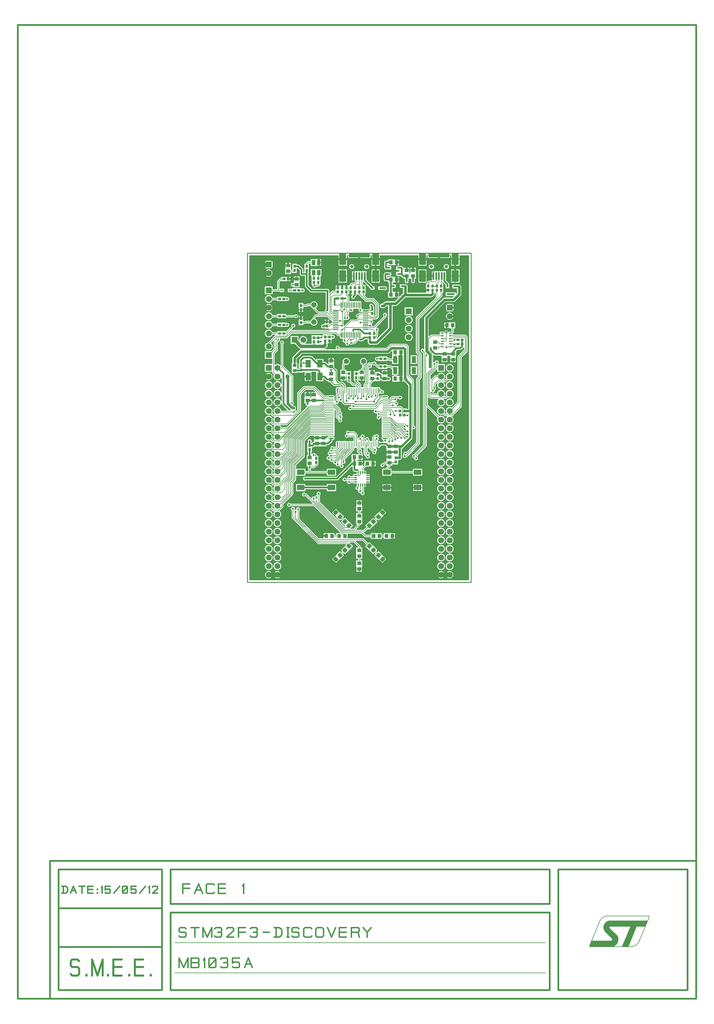
<source format=gbr>
G70*
%FSLAX55Y55*%
%ADD11C,0.01000*%
%ADD12C,0.00650*%
%ADD13C,0.02000*%
%ADD14C,0.01969*%
%ADD15C,0.02500*%
%ADD16C,0.00984*%
%ADD17C,0.03000*%
%ADD18C,0.02953*%
%ADD19C,0.03150*%
%ADD20C,0.03937*%
%ADD21C,0.05000*%
%ADD22C,0.02362*%
%ADD23C,0.00827*%
%ADD24C,0.00591*%
%ADD25C,0.00800*%
%ADD26R,0.04724X0.04331*%
%ADD27R,0.05118X0.07874*%
%ADD28R,0.03000X0.03700*%
%ADD29R,0.02362X0.01772*%
%ADD30O,0.07100X0.01013*%
%ADD31O,0.07100X0.01000*%
%ADD32O,0.01013X0.07100*%
%ADD33O,0.01000X0.07100*%
%ADD34R,0.07000X0.07000*%
%ADD35C,0.07000*%
%ADD36R,0.04331X0.04724*%
%ADD37R,0.03700X0.03000*%
%ADD38C,0.06200*%
%ADD39R,0.07000X0.07000*%
%ADD40R,0.06299X0.08661*%
%ADD41O,0.03740X0.01181*%
%ADD42O,0.01181X0.03740*%
%ADD43O,0.01600X0.06000*%
%ADD44O,0.00800X0.06000*%
%ADD45O,0.06000X0.01600*%
%ADD46O,0.06000X0.00800*%
%ADD47R,0.03000X0.01600*%
%ADD48R,0.02000X0.09055*%
%ADD49R,0.07874X0.13780*%
%ADD50R,0.24409X0.04724*%
%ADD51C,0.03937*%
%ADD52R,0.01772X0.02362*%
%ADD53R,0.08504X0.05984*%
%AMUSER54*
21, 1, 0.04724, 0.04331, 0.0, 0.0, 225.000*%
%ADD54USER54*%
%AMUSER55*
21, 1, 0.04724, 0.04331, 0.0, 0.0, 135.000*%
%ADD55USER55*%
%ADD56R,0.04000X0.03500*%
%ADD57R,0.04331X0.05906*%
%ADD58C,0.01500*%
%ADD59C,0.02480*%
%ADD60C,0.01575*%
%ADD61C,0.02362*%
%ADD62C,0.05000*%
D11*
X285882Y503057D02*
X545725Y503057D01*
X545725Y884947*
X285882Y884947*
X285882Y503057*
D12*
X505804Y841935D02*
X505804Y832797D01*
X482804Y809797*
X482804Y769797*
X485304Y767297*
X485304Y740797*
X483304Y738797*
X483304Y664797*
X470804Y652297*
X469304Y652297*
X430327Y662908D02*
X430327Y659774D01*
X433304Y656797*
X434304Y656797*
D13*
X410198Y640733D02*
X410198Y633412D01*
X413965Y633412*
D12*
X414706Y633412D01*
X414706Y630319*
D14*
X437304Y744159D02*
X439441Y744159D01*
X440804Y742797*
X440804Y740297*
X441804Y739297*
X445457Y739297*
D12*
X338804Y588297D02*
X338804Y578297D01*
X368304Y548797*
X400252Y548797*
X404028Y545021*
X414706Y630319D02*
X414706Y627071D01*
X383280Y680428D02*
X359005Y680428D01*
X346804Y668227*
X346804Y650947*
X336804Y640947*
X336804Y624297*
X331804Y619297*
X331804Y605941*
X327660Y601797*
X324804Y601797*
X320804Y601797*
D14*
X445457Y739297D02*
X445304Y739451D01*
D12*
X414706Y627071D02*
X411458Y627071D01*
D14*
X445457Y739297D02*
X449804Y739297D01*
X450304Y738797*
D12*
X417265Y630319D02*
X417265Y628033D01*
X416304Y627071*
X414706Y627071*
D14*
X410198Y640733D02*
X410198Y648233D01*
D15*
X470304Y738297D02*
X469373Y738297D01*
X468304Y701659D02*
X468441Y701797D01*
X475304Y701797*
D14*
X378304Y800297D02*
X373804Y800297D01*
X373804Y799797*
X450304Y660794D02*
X449807Y660794D01*
X446804Y663797*
X440693Y663797*
X439804Y662908*
D16*
X438595Y662908D01*
D14*
X378304Y800297D02*
X378304Y800435D01*
D12*
X394894Y662908D02*
X394894Y658555D01*
X389686Y653347*
X385506Y653347*
X384806Y652647*
X381504Y652647*
X365804Y646659D02*
X365804Y649797D01*
X364804Y650797*
X362804Y650797*
D14*
X450304Y660794D02*
X450804Y660794D01*
D15*
X450304Y660794D02*
X450454Y660644D01*
X458304Y660644*
X464804Y660644*
X464804Y660235*
X458304Y647309D02*
X462804Y647309D01*
X462804Y660235*
X464804Y660235*
D12*
X368804Y605797D02*
X368804Y595797D01*
X398304Y566297*
X401752Y566297*
X404028Y568573*
X388481Y802526D02*
X383532Y802526D01*
X381304Y800297*
X378304Y800297*
D15*
X464804Y660235D02*
X475304Y670735D01*
X475304Y701797*
D12*
X341804Y584797D02*
X341804Y577297D01*
X368304Y550797*
X409804Y550797*
X415804Y544797*
X415804Y540144*
D17*
X470304Y738297D02*
X470304Y737297D01*
D15*
X475304Y732297D01*
X475304Y701797*
D17*
X470304Y738297D02*
X468804Y739797D01*
X468804Y762978*
D12*
X388481Y810400D02*
X384701Y810400D01*
X379304Y815797*
X368304Y815797*
X363323Y820777*
X363323Y824911*
D18*
X347804Y770297D02*
X348304Y770797D01*
X449304Y770797*
X453304Y774797*
X467304Y774797*
X467804Y774297*
D17*
X468804Y773297D01*
X468804Y763616*
D14*
X387724Y824947D02*
X387304Y824947D01*
X387304Y825297*
D18*
X347804Y770297D02*
X340804Y763297D01*
X340804Y759297*
D14*
X340804Y754797D01*
D13*
X355804Y713951D02*
X355804Y714101D01*
X363304Y713951D02*
X369457Y713951D01*
X369399Y713893*
X374448Y713893*
D12*
X383280Y713893D01*
D14*
X390941Y832447D02*
X387304Y832447D01*
X387304Y825367*
X387724Y824947*
X355804Y713951D02*
X363304Y713951D01*
D12*
X394977Y824770D02*
X387901Y824770D01*
X387724Y824947*
D13*
X355804Y709797D02*
X355804Y713951D01*
D12*
X388481Y818274D02*
X393304Y818274D01*
X394977Y819947*
X394977Y824770*
D14*
X383149Y670061D02*
X382804Y669716D01*
X382804Y667451*
X379304Y663951*
X374304Y663951*
X366804Y663951D02*
X374304Y663951D01*
X366804Y663951D02*
X362867Y663951D01*
X362867Y662360*
X362304Y661797*
X358304Y661797*
D19*
X469304Y837286D02*
X458304Y826286D01*
X451804Y826286*
D14*
X358304Y661797D02*
X358304Y661659D01*
D19*
X469304Y837286D02*
X469304Y846297D01*
D14*
X469304Y846774D01*
X465375Y846774*
X358304Y666797D02*
X358304Y661797D01*
X368804Y612939D02*
X347890Y612939D01*
D19*
X469304Y837286D02*
X469304Y836297D01*
X499304Y836297*
X500804Y837797*
D14*
X500804Y841935D01*
X368804Y612939D02*
X383717Y612939D01*
D19*
X428304Y781691D02*
X428304Y782297D01*
D14*
X428304Y786935D01*
X368804Y612797D02*
X368804Y612939D01*
X428304Y786935D02*
X421441Y786935D01*
X419304Y784797*
X416630Y784797*
D12*
X416630Y790124D01*
D17*
X339985Y705297D02*
X338304Y705297D01*
X335804Y707297*
X332804Y710297*
X332804Y741697*
X332704Y741797*
D18*
X347804Y770297D02*
X347804Y770092D01*
D12*
X399150Y556797D02*
X396650Y559951D01*
X363804Y592797*
X334304Y592797*
X383280Y678459D02*
X358791Y678459D01*
X348304Y667972*
X348304Y650297*
X338304Y640297*
X338304Y623797*
X333804Y619297*
X333804Y605797*
X324704Y596697*
X315904Y596697*
X310804Y601797*
X388481Y796620D02*
X382627Y796620D01*
X380304Y794297*
X336304Y794297*
X330804Y788797*
X319304Y788797*
X310804Y780297*
X310804Y776797*
X394977Y790124D02*
X391304Y790124D01*
X388631Y792797*
X336804Y792797*
X331304Y787297*
X320804Y787297*
X317804Y784297*
X317804Y773297*
X311304Y766797*
X310804Y766797*
X337804Y710797D02*
X337804Y742297D01*
X326304Y753797*
X326304Y781297*
X423126Y806463D02*
X428638Y806463D01*
X429804Y805297*
X358304Y636797D02*
X358304Y630655D01*
X383717Y630655*
X358304Y630655D02*
X347890Y630655D01*
X365804Y641935D02*
X365804Y638797D01*
X363804Y636797*
X358304Y636797*
X358304Y640951*
X343304Y848451D02*
X339457Y848451D01*
X339304Y848297*
X338804Y848297*
D17*
X497804Y753116D02*
X497804Y767297D01*
X493804Y771297*
X493804Y809797*
X514804Y830797*
X525304Y830797*
X531804Y837297*
X531804Y845978*
D12*
X368308Y850911D02*
X368308Y847297D01*
X364176Y847297*
D14*
X470792Y858451D02*
X470804Y858451D01*
X470804Y852297*
D12*
X363304Y850935D02*
X363304Y848169D01*
X364176Y847297*
D14*
X465304Y860297D02*
X466804Y858797D01*
X466804Y858451*
X470792Y858451*
X461267Y868041D02*
X464560Y868041D01*
X465304Y867297*
X465304Y860297*
X461267Y860561D02*
X465040Y860561D01*
X465304Y860297*
X445804Y844297D02*
X440402Y844297D01*
D12*
X468304Y696935D02*
X468304Y696797D01*
X471804Y696797*
D14*
X478304Y852297D02*
X478304Y858451D01*
X531804Y846297D02*
X525902Y846297D01*
D12*
X363804Y847297D02*
X364176Y847297D01*
X468304Y696935D02*
X465304Y696935D01*
X481804Y646797D02*
X481804Y650297D01*
X492804Y661297*
X492804Y766297*
X493804Y766297*
X445878Y706019D02*
X464082Y706019D01*
X465804Y704297*
X465804Y697435*
X465304Y696935*
X445878Y670192D02*
X445878Y667297D01*
X445804Y667297*
X465304Y696935D02*
X463304Y696935D01*
X411458Y624512D02*
X404304Y624512D01*
X404304Y624797*
X383280Y709956D02*
X386645Y709956D01*
X392804Y703797*
X392804Y699797*
X393804Y698797*
X419824Y630319D02*
X419824Y635318D01*
X425198Y640692*
X425198Y640733*
X321804Y784297D02*
X319804Y782297D01*
X319804Y771797*
X316304Y768297*
X316304Y746297*
X320804Y741797*
X310804Y681797D02*
X316014Y676587D01*
X328848Y676587*
X357936Y705675*
X370955Y705675*
X375235Y709956*
X383280Y709956*
X310804Y591797D02*
X315758Y586843D01*
X322350Y586843*
X326304Y590797*
X326304Y593797*
X337804Y605297*
X337804Y618797*
X341304Y622297*
X341304Y639297*
X351304Y649297*
X351304Y667463*
X358363Y674522*
X383280Y674522*
X478804Y682797D02*
X477804Y683797D01*
X477804Y737797*
X471804Y743797*
X471804Y776797*
X470304Y778297*
X452304Y778297*
X447804Y773797*
X392304Y773797*
X390804Y775297*
X412610Y725507D02*
X412610Y720990D01*
X414304Y719297*
X414304Y716297*
X426390Y662908D02*
X426390Y667711D01*
X424804Y669297*
X445878Y696176D02*
X440182Y696176D01*
X438304Y694297*
X432296Y662908D02*
X432296Y671289D01*
X433804Y672797*
X436304Y672797*
X434264Y662908D02*
X434264Y667758D01*
X436304Y669797*
X436304Y669297*
X489304Y771797D02*
X491304Y769797D01*
X491304Y661797*
X478804Y649297*
X479304Y649297*
X420804Y844809D02*
X420804Y845797D01*
X418942Y847659*
X418942Y858470*
X445878Y672554D02*
X449289Y672554D01*
X450432Y671412*
X450432Y666325*
X362804Y600297D02*
X362804Y597797D01*
X398304Y562297*
X421304Y562297*
X427579Y568573*
D14*
X525705Y837297D02*
X518402Y837297D01*
X514592Y858470D02*
X514592Y852509D01*
X518304Y848797*
X518304Y846396*
D12*
X422453Y662908D02*
X422453Y651648D01*
X425304Y648797*
X425804Y648797*
X424421Y662908D02*
X424304Y662908D01*
X424304Y653797*
X425804Y652297*
X398914Y790297D02*
X398914Y790124D01*
X332304Y831797D02*
X328166Y831797D01*
X398804Y783297D02*
X398914Y783297D01*
X398914Y790297*
D14*
X358304Y656935D02*
X358304Y647644D01*
D12*
X390563Y662908D02*
X390563Y659806D01*
X389504Y658747*
X384604Y658747*
X398914Y790297D02*
X398914Y796907D01*
X400595Y798589*
X423126Y798589*
X400882Y824770D02*
X400882Y816876D01*
X399304Y815297*
X399304Y809297*
X423126Y798589D02*
X433095Y798589D01*
X445725Y811218*
X445725Y813494*
X412693Y790124D02*
X412693Y783187D01*
X410304Y780797*
X406304Y780797*
X362851Y874203D02*
X356581Y874203D01*
X354804Y872425*
X354804Y869659*
X415804Y573451D02*
X415804Y569797D01*
X409804Y563797*
X398804Y563797*
X366304Y596297*
X366304Y601797*
X422453Y725507D02*
X422453Y732946D01*
X424304Y734797*
X424304Y753797*
X427304Y756797*
X433304Y756797*
X383280Y690270D02*
X378704Y690270D01*
X378704Y689997*
X359802Y689997*
X339504Y669699*
X339504Y653297*
X329304Y643097*
X329304Y632697*
X323804Y627197*
X315404Y627197*
X310804Y631797*
D16*
X348304Y749435D02*
X347666Y748797D01*
D14*
X340804Y748797D01*
D12*
X434264Y725507D02*
X434264Y719297D01*
X434804Y719297*
X521528Y789022D02*
X538579Y789022D01*
X540304Y787297*
X540304Y771297*
X533304Y764297*
X533304Y706797*
X523804Y697297*
X515304Y697297*
X510804Y701797*
D16*
X445878Y718223D02*
X441230Y718223D01*
X436804Y713797*
X436804Y712297*
X434304Y709797*
X410304Y709797*
X409804Y710297*
X398804Y710297*
X396862Y712238*
X396862Y725415*
D12*
X419824Y616146D02*
X419824Y606297D01*
X419804Y606297*
X436233Y725507D02*
X436233Y722368D01*
X437304Y721297*
X437304Y718297*
X433254Y714247*
X433254Y712747*
X414706Y616146D02*
X414706Y613700D01*
X413304Y612297*
X413804Y612297*
X445878Y698144D02*
X438456Y698144D01*
X438304Y698297*
X342804Y811797D02*
X328166Y811797D01*
X445878Y700113D02*
X440488Y700113D01*
X439304Y701297*
X434804Y701297*
X423126Y814337D02*
X416343Y814337D01*
X414304Y812297*
X433254Y712747D02*
X411604Y712747D01*
X388481Y800557D02*
X394564Y800557D01*
X394804Y800797*
X395304Y800797*
X433304Y712797D02*
X433254Y712747D01*
X416630Y824770D02*
X416630Y818797D01*
X417304Y818797*
X344804Y587797D02*
X344804Y576297D01*
X368304Y552797*
X419804Y552797*
X427579Y545021*
X438595Y725507D02*
X440594Y725507D01*
X442304Y723797*
X526304Y778797D02*
X526304Y779573D01*
X530441Y779297D02*
X527676Y779297D01*
X528017Y779638*
X529676Y779638*
X529741Y779573*
X526304Y779573*
X521528Y779573*
X395304Y800797D02*
X395804Y800797D01*
X445878Y702081D02*
X450804Y702081D01*
X452304Y700581*
X452304Y697797*
X512079Y789022D02*
X499528Y789022D01*
X496304Y785797*
X496304Y772297*
X500304Y768297*
X500304Y750797*
X494304Y744797*
X494304Y708297*
X510804Y691797*
X445878Y694207D02*
X452393Y694207D01*
X459804Y686797*
X468804Y686797*
X471304Y684297*
X471804Y684297*
X348304Y824159D02*
X354552Y824159D01*
X355304Y824911*
X363323Y824911*
X445878Y704050D02*
X452304Y704050D01*
X455304Y701050*
X455304Y698297*
X456804Y696797*
X526304Y784297D02*
X530441Y784297D01*
X445878Y692239D02*
X452362Y692239D01*
X459388Y685213*
X467230Y685213*
X468804Y683639*
X468304Y683639*
X408673Y662908D02*
X408674Y662908D01*
X408674Y657167*
X397703Y646196*
X397703Y642715*
X521528Y782722D02*
X524729Y782722D01*
X526304Y784297*
X445878Y674522D02*
X450078Y674522D01*
X454367Y670234*
X454367Y667112*
X445878Y676491D02*
X451650Y676491D01*
X457515Y670627*
X457515Y668686*
X445878Y690270D02*
X452437Y690270D01*
X459079Y683629*
X464972Y683629*
X468110Y680491*
X469320Y680491*
X383280Y688302D02*
X359861Y688302D01*
X341039Y669479*
X341039Y652747*
X330804Y642512*
X330804Y631797*
X320804Y621797*
X445878Y678459D02*
X452141Y678459D01*
X460804Y669797*
X461126Y669797*
X460663Y670260*
X445878Y688302D02*
X452299Y688302D01*
X458304Y682297*
X463804Y682297*
X467971Y678130*
X471804Y678130*
X510804Y721797D02*
X510804Y720797D01*
X498804Y720797*
X497304Y722297*
X497304Y743797*
X505804Y752297*
X505804Y758297*
X430327Y725507D02*
X430327Y722321D01*
X426304Y718297*
X426304Y717797*
X426804Y717797*
D20*
X340804Y784297D02*
X348304Y776797D01*
X363304Y776797*
D12*
X445878Y686333D02*
X452437Y686333D01*
X458291Y680480*
X463811Y680480*
X469494Y674797*
X471804Y674797*
X363304Y776797D02*
X363304Y777797D01*
D16*
X363304Y781935D01*
D12*
X393421Y579180D02*
X399295Y573306D01*
D20*
X367516Y776797D02*
X363304Y776797D01*
X369091Y776797D02*
X375106Y776797D01*
X376304Y777994*
D14*
X376304Y782935D01*
D12*
X432296Y725507D02*
X432296Y720289D01*
X430304Y718297*
X445878Y684365D02*
X452438Y684365D01*
X458093Y678709*
X463392Y678709*
X470304Y671797*
X471304Y671797*
X445878Y682396D02*
X452437Y682396D01*
X458290Y676544*
X462249Y676544*
X468533Y670260*
X445878Y680428D02*
X452437Y680428D01*
X458092Y674773*
X460085Y674773*
X464598Y670260*
X510804Y841935D02*
X510804Y835297D01*
X484304Y808797*
X484304Y770297*
X486804Y767797*
X486804Y740297*
X484804Y738297*
X484804Y663797*
X470304Y649297*
X468304Y649297*
X420484Y662908D02*
X420484Y672297D01*
X419804Y672297*
X418516Y662908D02*
X418516Y662908D01*
X418516Y667585*
X416804Y669297*
X414579Y662908D02*
X414579Y655022D01*
X416804Y652797*
X417304Y652797*
X348304Y804435D02*
X352804Y804435D01*
X353280Y804911*
X363323Y804911*
D14*
X424304Y791659D02*
X421441Y791659D01*
X418804Y794297*
X424304Y791659D02*
X428304Y791659D01*
X424304Y791659D02*
X424304Y791797D01*
D12*
X328166Y791797D02*
X330804Y791797D01*
X339304Y800297*
X339304Y800797*
X414662Y796297D02*
X414662Y790124D01*
D14*
X408756Y795797D02*
X408756Y796297D01*
X414662Y796297*
X451304Y721797D02*
X451304Y718297D01*
D12*
X451304Y717297D01*
X449868Y715861*
X445878Y715861*
D14*
X449304Y750797D02*
X449304Y750297D01*
D12*
X404819Y790124D02*
X404819Y786313D01*
X401804Y783297*
X401804Y779797*
D14*
X395954Y832447D02*
X399804Y832447D01*
X399804Y832297*
D12*
X410642Y725507D02*
X410642Y719199D01*
X411304Y719199*
D14*
X395954Y832447D02*
X395810Y832591D01*
X395810Y832303*
D12*
X396945Y831168D01*
X396945Y824770*
X398831Y662908D02*
X398831Y657768D01*
X388410Y647347*
X380404Y647347*
X380104Y647047*
X408673Y725507D02*
X408673Y719927D01*
X408804Y719797*
X408804Y716097*
D14*
X395954Y832447D02*
X395666Y832447D01*
D12*
X432312Y573306D02*
X438186Y579180D01*
X406804Y818797D02*
X404819Y818797D01*
X348235Y823797D02*
X348607Y824413D01*
X348205Y824413*
X348205Y823748*
X348235Y823797*
X416547Y725507D02*
X416547Y732053D01*
X412304Y736297*
X412304Y736797*
X383280Y682396D02*
X359219Y682396D01*
X345304Y668481*
X345304Y651297*
X335304Y641297*
X335304Y624797*
X329704Y619197*
X329704Y611597*
X325204Y607097*
X315504Y607097*
X310804Y611797*
D14*
X408756Y795797D02*
X408756Y794797D01*
D12*
X408756Y790124D01*
X310804Y691797D02*
X315804Y686797D01*
X331804Y686797*
X346804Y701797*
X346804Y721297*
X353304Y727797*
X362804Y727797*
X374304Y716297*
X378868Y716297*
X379304Y715861*
X383280Y715861*
X398914Y824770D02*
X398914Y819907D01*
X398304Y819297*
D14*
X520804Y811797D02*
X531304Y811797D01*
X531304Y821797*
X455304Y864301D02*
X455304Y861797D01*
X459304Y857797*
X459115Y857797*
X459115Y854285*
D12*
X524150Y801297D02*
X524150Y793018D01*
X523304Y792171*
X521528Y792171*
X363304Y855659D02*
X363304Y858425D01*
X362851Y858425*
X362851Y862392*
D14*
X431891Y648233D02*
X435239Y648233D01*
X435304Y648297*
X445304Y648297*
D21*
X413304Y511797D02*
X510804Y511797D01*
X520804Y511797*
D12*
X503804Y781644D02*
X507447Y781644D01*
X509294Y779797*
X509294Y779573*
X512079Y779573*
X402304Y809797D02*
X402304Y816281D01*
X404819Y818797*
X410725Y790124D02*
X410725Y786718D01*
X408304Y784297*
X406304Y784297*
X445878Y711924D02*
X441930Y711924D01*
X434804Y704797*
X405304Y704797*
D21*
X377804Y521797D02*
X367804Y511797D01*
X320804Y511797*
D12*
X404819Y818797D02*
X404819Y824770D01*
D21*
X320804Y511797D02*
X310804Y511797D01*
D14*
X296304Y871797D02*
X296304Y874797D01*
X301804Y880297*
X321304Y880297*
D12*
X463304Y717297D02*
X463304Y717797D01*
X454304Y717797*
X450399Y713893*
X445878Y713893*
X423126Y800557D02*
X428804Y800557D01*
X429174Y800927*
X429304Y800797*
X428804Y800797*
D14*
X390804Y848797D02*
X387804Y851797D01*
X387804Y877959*
X441304Y518297D02*
X446804Y523797D01*
X462304Y539297*
X462304Y557297*
X321304Y880297D02*
X324304Y877297D01*
X324304Y863297*
X327804Y859797*
X333166Y859797*
X333166Y854947*
X321304Y880297D02*
X335304Y880297D01*
X429804Y627071D02*
X429804Y630297D01*
X431804Y632297*
X431804Y634797*
D12*
X429804Y619394D02*
X425631Y619394D01*
D14*
X429804Y619394D02*
X429804Y616297D01*
D12*
X404736Y725507D02*
X404736Y721230D01*
X403804Y720297*
X403804Y716297*
D14*
X429804Y616297D02*
X429804Y615797D01*
X426304Y612297*
X423304Y612297*
D12*
X422383Y613217D01*
X422383Y616146*
D14*
X429804Y616297D02*
X433162Y612939D01*
X437304Y612939*
X429804Y619394D02*
X429804Y621953D01*
X459115Y874317D02*
X459115Y880297D01*
X446304Y880297*
X443965Y877959*
X434888Y877959*
X459115Y874317D02*
X470792Y874317D01*
X422092Y858470D02*
X422092Y853509D01*
X431234Y844367*
D12*
X520804Y741797D02*
X515804Y736797D01*
X506804Y736797*
X502804Y732797*
X502804Y728297*
D14*
X459115Y874317D02*
X459115Y870797D01*
X455304Y866986*
X455304Y864301*
X460899Y864301*
D21*
X295804Y821797D02*
X310804Y821797D01*
D12*
X423126Y808431D02*
X415438Y808431D01*
X413304Y806297*
X406304Y806297*
X395804Y795797*
D21*
X295804Y821797D02*
X295804Y749297D01*
X303304Y741797*
X310804Y741797*
X295804Y821797D02*
X295804Y861797D01*
D14*
X310804Y821797D02*
X334804Y821797D01*
X341804Y814797*
X348004Y814797*
X348004Y815797*
D12*
X429804Y624512D02*
X425631Y624512D01*
D14*
X429804Y624512D02*
X429804Y621953D01*
D12*
X425631Y621953D01*
X433304Y786935D02*
X433304Y787297D01*
X434804Y787297*
X436304Y788797*
X436304Y796297*
D14*
X429804Y624512D02*
X429804Y627071D01*
D12*
X425631Y627071D01*
D14*
X371304Y725297D02*
X382804Y725297D01*
X382804Y730797*
X383304Y730797*
D12*
X423126Y812368D02*
X427732Y812368D01*
X429304Y810797*
X434804Y810797*
X435804Y811797*
X435804Y825297*
X431304Y829797*
X423804Y829797*
X415804Y837797*
X415804Y840085*
X406605Y725151D02*
X406605Y719199D01*
X406304Y719199*
X418516Y725507D02*
X418516Y716297D01*
X418304Y716297*
D14*
X355804Y725297D02*
X355804Y720794D01*
D12*
X310804Y811797D02*
X323441Y811797D01*
X383280Y694207D02*
X377989Y694207D01*
X376979Y693197*
X359493Y693197*
X336317Y670020*
X336317Y654547*
X326304Y644534*
X326304Y639919*
X322804Y636419*
X316182Y636419*
X310804Y641797*
X423126Y810400D02*
X426701Y810400D01*
X427804Y809297*
X435304Y809297*
X437304Y811297*
X437304Y826297*
X432304Y831297*
X424804Y831297*
X420804Y835297*
X420804Y840085*
D14*
X420804Y645797D02*
X420804Y648233D01*
X420804Y648297*
X419304Y648297*
X419304Y648233*
X416891Y648233*
X478323Y874317D02*
X478784Y874317D01*
X478304Y874797*
X478304Y869297*
X478323Y874317D02*
X481965Y877959D01*
X489199Y877959*
X478323Y874317D02*
X470792Y874317D01*
X495804Y841935D02*
X488804Y841935D01*
X488804Y841797*
D12*
X396862Y662908D02*
X396862Y658402D01*
X388308Y649847*
X382904Y649847*
D14*
X447304Y588297D02*
X445804Y589797D01*
X439957Y595644*
X437304Y598297*
X437304Y612939*
D12*
X348235Y823797D02*
X348235Y824228D01*
X348304Y824159*
D14*
X531304Y821797D02*
X532304Y821797D01*
X539804Y829297*
X539804Y865797*
X537304Y868297*
X527388Y868297*
X431891Y648297D02*
X431891Y648233D01*
X348004Y815797D02*
X348304Y816097D01*
X348304Y809297*
D12*
X404736Y662908D02*
X404736Y657730D01*
X390804Y643797*
X390804Y639797*
D14*
X348004Y815797D02*
X348304Y815797D01*
X348304Y819435*
X462304Y557297D02*
X462304Y573297D01*
X447304Y588297*
D12*
X412304Y736797D02*
X412304Y740435D01*
D14*
X445304Y654101D02*
X445304Y648297D01*
X458304Y653951D02*
X450804Y653951D01*
X450804Y654101*
X445304Y654101D02*
X450804Y654101D01*
X445304Y654297D02*
X445304Y654101D01*
X414662Y796297D02*
X416804Y796297D01*
X418804Y794297*
D22*
X408804Y833947D02*
X408804Y834297D01*
D14*
X410804Y836297D01*
X410804Y840085*
D12*
X351804Y604797D02*
X353804Y604797D01*
X397804Y560797*
X418804Y560797*
X422804Y556797*
X432457Y556797*
D16*
X368304Y786659D02*
X363304Y786659D01*
D12*
X417265Y616146D02*
X417265Y608797D01*
X416804Y608797*
X388481Y808431D02*
X383169Y808431D01*
X379304Y812297*
X365304Y812297*
X363323Y810317*
X363323Y804911*
D14*
X420804Y734297D02*
X420804Y734797D01*
X420804Y736173*
X419804Y736173*
X419304Y736173*
X418304Y736173*
D12*
X418304Y739951D01*
X418804Y739951*
D16*
X368304Y786659D02*
X372304Y786659D01*
X372304Y787297*
D12*
X457804Y715297D02*
X453804Y715297D01*
X450431Y711924*
X445878Y711924*
D14*
X354804Y860797D02*
X354804Y846797D01*
X360304Y841297*
X378804Y841297*
D12*
X310804Y801797D02*
X323441Y801797D01*
D14*
X354804Y860797D02*
X354804Y864935D01*
X383304Y765297D02*
X383304Y760144D01*
X340815Y869809D02*
X344804Y869809D01*
X348804Y865809*
X348804Y860797*
X354804Y860797*
D16*
X356414Y756797D02*
X356414Y757297D01*
X351304Y757297*
D14*
X419804Y734297D02*
X419804Y734797D01*
X419304Y734797*
X419304Y735297*
X418304Y735297*
D12*
X406705Y662908D02*
X406705Y657698D01*
X395304Y646297*
X395304Y637835*
X395342Y637797*
D14*
X419804Y734297D02*
X420804Y734297D01*
D12*
X388481Y806463D02*
X393804Y806463D01*
X393804Y806297*
X400799Y662908D02*
X400799Y657617D01*
X387430Y644247*
X384304Y644247*
X383604Y644947*
X503804Y774951D02*
X507831Y774951D01*
X509304Y776423*
X512079Y776423*
X521528Y785872D02*
X523878Y785872D01*
X525304Y787297*
X537804Y787297*
X538804Y786297*
X538804Y772297*
X531304Y764797*
X531304Y711797*
X521304Y701797*
X520804Y701797*
X402768Y662908D02*
X402768Y657761D01*
X387804Y642797*
X387804Y642147*
D14*
X451304Y721797D02*
X460304Y721797D01*
X462804Y724297*
X464150Y725644*
X464150Y739297*
D12*
X400799Y725507D02*
X400799Y730793D01*
X402304Y732297*
X310804Y701797D02*
X315804Y696797D01*
X339804Y696797*
X345304Y702297*
X345304Y722797*
X351804Y729297*
X363804Y729297*
X374878Y718223*
X383280Y718223*
X412610Y662908D02*
X412510Y662908D01*
X412510Y674090*
X409804Y676797*
X402804Y676797*
X410642Y662908D02*
X410642Y671459D01*
X409304Y672797*
X401304Y672797*
X423127Y818274D02*
X429268Y818274D01*
X430804Y819809*
D14*
X430804Y822947D01*
X429804Y823947*
X378304Y818297D02*
X378804Y818297D01*
X378804Y841297*
X391804Y739797D02*
X393367Y739797D01*
X393367Y739951*
X397304Y739951*
D12*
X445878Y713893D02*
X441399Y713893D01*
X434804Y707297*
X408804Y707297*
D14*
X405304Y750797D02*
X416804Y750797D01*
D12*
X430804Y739451D02*
X437304Y739451D01*
X437304Y739435*
X383280Y686333D02*
X359647Y686333D01*
X342304Y668990*
X342304Y652197*
X332304Y642197*
X332304Y626397*
X322704Y616797*
X315804Y616797*
X310804Y621797*
X457477Y748648D02*
X457477Y751797D01*
X453804Y751797*
X452304Y753297*
X445666Y753297*
X457457Y739297D02*
X457477Y739297D01*
X457477Y748648*
X511442Y858470D02*
X511442Y852436D01*
X510804Y851797*
X510804Y846659*
X510804Y741797D02*
X504304Y741797D01*
X500304Y737797*
X500304Y726297*
X501304Y725297*
X310804Y791797D02*
X323441Y791797D01*
X505804Y846659D02*
X500804Y846659D01*
X505804Y846659D02*
X505804Y846659D01*
X505804Y849297*
X508292Y851786*
X508292Y858470*
X505142Y858470D02*
X505142Y852636D01*
X504304Y851797*
X496804Y851797*
X495804Y850797*
X495804Y846659*
X420484Y725507D02*
X420484Y719116D01*
X420804Y718797*
X403804Y736797D02*
X403804Y740435D01*
D19*
X442197Y823797D02*
X444136Y823797D01*
X444414Y824004D02*
X446696Y826286D01*
X451804Y826286*
D12*
X414579Y725507D02*
X414579Y729022D01*
X411304Y732297*
X408804Y732297*
X404304Y736797*
X403804Y736797*
D16*
X383304Y738451D02*
X383304Y735797D01*
X386804Y732297*
X394304Y732297*
X396862Y729738*
D12*
X396862Y725507D01*
D19*
X451804Y826286D02*
X451804Y797297D01*
X435804Y781297*
X428697Y781297*
D14*
X434888Y877959D02*
X415804Y877959D01*
D12*
X323441Y831797D02*
X310804Y831797D01*
X516804Y775636D02*
X518142Y775636D01*
X518930Y776423*
X521528Y776423*
X398831Y725507D02*
X398831Y731270D01*
X398804Y731297*
D16*
X395804Y734297D01*
X391804Y734297*
X388804Y737297*
X388804Y748451*
X383804Y753451*
D14*
X383304Y753451D01*
D12*
X433304Y791659D02*
X433304Y794425D01*
X431108Y796620*
X423126Y796620*
X521528Y776423D02*
X526304Y776423D01*
X527867Y774860*
D14*
X434888Y858274D02*
X434888Y877959D01*
X535166Y779297D02*
X535166Y784297D01*
X535166Y779297D02*
X535166Y776797D01*
X533229Y774860*
X527867Y774860*
D12*
X524804Y761451D02*
X514804Y761451D01*
D14*
X370193Y756797D02*
X375804Y756797D01*
X379150Y753451*
X383304Y753451*
X527867Y774860D02*
X527867Y773860D01*
X524804Y770797*
X524804Y768144*
X514804Y768144D02*
X524804Y768144D01*
X527388Y877959D02*
X508304Y877959D01*
D12*
X340941Y841797D02*
X335304Y841797D01*
D14*
X514804Y768144D02*
X503457Y768144D01*
X498804Y772797*
X498804Y774797*
X527388Y877959D02*
X527388Y868297D01*
D12*
X416547Y662908D02*
X416547Y655797D01*
X416804Y655797*
D16*
X370193Y756797D02*
X369804Y756797D01*
D14*
X366804Y756797D01*
X359804Y763797*
X351304Y763797*
X348304Y760797*
X348304Y754159*
X527388Y858274D02*
X527388Y868297D01*
D12*
X517457Y801297D02*
X516804Y800644D01*
X516804Y792959*
X412304Y745159D02*
X414666Y745159D01*
X416150Y746644*
X418804Y746644*
X445878Y709956D02*
X450462Y709956D01*
X451804Y711297*
X457804Y711297*
X458804Y710297*
X420767Y759277D02*
X420767Y751761D01*
X418804Y749797*
X418804Y746644*
D14*
X456178Y846774D02*
X452780Y846774D01*
X452422Y846415*
X452422Y836785*
X452422Y854285D02*
X452422Y846415D01*
X452422Y854285D02*
X446304Y854285D01*
X446304Y860297*
X446567Y860561*
X450269Y860561*
X452422Y874317D02*
X446804Y874317D01*
X446804Y868041*
X450269Y868041*
D12*
X321804Y841797D02*
X326304Y841797D01*
X321804Y841797D02*
X310804Y841797D01*
X321804Y841797D02*
X321804Y851797D01*
X324954Y854947*
X328441Y854947*
X406705Y725507D02*
X406705Y719600D01*
X406304Y719199*
X442804Y638797D02*
X445304Y641297D01*
X450804Y641297*
X454804Y708297D02*
X451304Y708297D01*
X450994Y707987*
X445878Y707987*
X410804Y844809D02*
X410804Y847297D01*
X412304Y848797*
X415792Y848797*
X415804Y844809D02*
X415792Y844809D01*
X415792Y848797*
X415792Y858470*
X405804Y844809D02*
X405804Y847797D01*
X407304Y849297*
X410304Y849297*
X412642Y851636*
X412642Y858470*
X458304Y642585D02*
X458304Y641601D01*
X450804Y641601*
X450804Y641297D02*
X450804Y641601D01*
D14*
X370193Y741797D02*
X375304Y741797D01*
X378650Y738451*
X383304Y738451*
D12*
X447890Y630655D02*
X483717Y630655D01*
X516804Y785872D02*
X512079Y785872D01*
X447890Y630655D02*
X447890Y634884D01*
X450804Y637797*
X450804Y641297*
D14*
X348304Y749435D02*
X367666Y749435D01*
X369804Y747297*
X369804Y741797*
X370193Y741797*
X390804Y844809D02*
X390804Y848797D01*
X415804Y882486D02*
X415804Y877959D01*
X396699Y877959D02*
X387804Y877959D01*
X396699Y877959D02*
X415804Y877959D01*
D12*
X333304Y864101D02*
X339831Y864101D01*
X340815Y865085*
X402851Y824770D02*
X402851Y834250D01*
X400804Y836297*
X400804Y840085*
X390804Y840085D02*
X385091Y840085D01*
X381804Y836797*
X381804Y816337*
X383804Y814337*
X388481Y814337*
X423126Y804494D02*
X417304Y804494D01*
X417304Y804297*
X463304Y701659D02*
X457804Y701659D01*
X457804Y701797*
D14*
X335304Y880297D02*
X333304Y880297D01*
X333304Y870794*
D12*
X383280Y696176D02*
X377539Y696176D01*
X376261Y694897*
X359439Y694897*
X334743Y670201*
X334743Y655147*
X321393Y641797*
X320804Y641797*
D14*
X368756Y880297D02*
X335304Y880297D01*
X368756Y880297D02*
X387804Y880297D01*
X387804Y877959*
X368756Y874203D02*
X368756Y880297D01*
D12*
X428359Y662908D02*
X428359Y658742D01*
X433304Y653797*
D14*
X381304Y782935D02*
X381804Y782935D01*
X381804Y778297*
X378304Y805297D02*
X374304Y805297D01*
X367304Y798297*
X345804Y798297*
X344304Y799797*
X344304Y809297*
X348304Y809297*
X378304Y805297D02*
X378304Y805159D01*
D12*
X428359Y725507D02*
X428359Y733852D01*
X430804Y736297*
X430804Y739451*
X378304Y805297D02*
X381304Y805297D01*
X382106Y804494*
X388481Y804494*
X388689Y583912D02*
X393439Y588662D01*
X383280Y702081D02*
X376018Y702081D01*
X376013Y702086*
X373306Y699379*
X358658Y699379*
X330021Y670742*
X330021Y660164*
X326804Y656947*
X315720Y656947*
X310804Y661797*
X383280Y676491D02*
X358577Y676491D01*
X349804Y667718*
X349804Y649797*
X339804Y639797*
X339804Y622797*
X335804Y618797*
X335804Y605397*
X322204Y591797*
X320804Y591797*
X512079Y782722D02*
X515729Y782722D01*
X516804Y783797*
X516804Y785872*
X383280Y698144D02*
X376809Y698144D01*
X375062Y696397*
X359185Y696397*
X333169Y670381*
X333169Y655650*
X324169Y646650*
X315951Y646650*
X310804Y651797*
X402768Y725507D02*
X402768Y721797D01*
X401304Y720333*
X401304Y713297*
D14*
X377457Y556797D02*
X368804Y557297D01*
D12*
X388481Y816305D02*
X384295Y816305D01*
X383304Y817297*
X383304Y833297*
X386304Y836297*
X394804Y836297*
X395804Y837297*
X395804Y840085*
X368308Y855636D02*
X368756Y855636D01*
X368756Y862392*
D14*
X366804Y670644D02*
X366804Y670797D01*
X362304Y670797*
X374304Y670644D02*
X366804Y670644D01*
D12*
X383280Y700113D02*
X376144Y700113D01*
X373836Y697805*
X358838Y697805*
X331595Y670562*
X331595Y656598*
X326795Y651797*
X320804Y651797*
X383280Y672554D02*
X378844Y672554D01*
X378587Y672297*
D14*
X376934Y670644D01*
X374304Y670644*
X421804Y781297D02*
X417304Y776797D01*
X406804Y776797*
D21*
X295804Y861797D02*
X310804Y861797D01*
D12*
X383280Y704050D02*
X375235Y704050D01*
X372138Y700953*
X358477Y700953*
X328447Y670923*
X328447Y664159*
X326086Y661797*
X320804Y661797*
D21*
X296304Y871797D02*
X310804Y871797D01*
X296304Y871797D02*
X295804Y871297D01*
X295804Y861797*
D14*
X397074Y595297D02*
X407804Y595297D01*
D12*
X516804Y792959D02*
X516804Y785872D01*
D14*
X450804Y648294D02*
X445304Y648294D01*
X445304Y648297*
X395804Y848797D02*
X390804Y848797D01*
X395804Y848797D02*
X395804Y844809D01*
D12*
X423126Y816305D02*
X416795Y816305D01*
X416304Y816797*
X412804Y816797*
X408304Y812297*
X408304Y809297*
X423126Y816305D02*
X429583Y816305D01*
X430804Y815085*
X405666Y839947D02*
X405804Y840085D01*
D14*
X405304Y835797D02*
X405304Y839947D01*
X405666Y839947*
D12*
X400804Y844809D02*
X405666Y839947D01*
X411458Y621953D02*
X399148Y621953D01*
X398804Y622297*
D14*
X400804Y848797D02*
X400804Y844809D01*
D12*
X310804Y671797D02*
X315489Y666947D01*
X322717Y666947*
X358297Y702527*
X371744Y702527*
X375235Y706019*
X383280Y706019*
D14*
X400804Y848797D02*
X403304Y848797D01*
X406304Y851797*
X409492Y851797*
X409492Y858470*
D12*
X383280Y706019D02*
X386582Y706019D01*
X389804Y702797*
X389804Y694797*
X393804Y690797*
D14*
X459304Y841797D02*
X459304Y854285D01*
X459115Y854285*
D12*
X411458Y619394D02*
X403707Y619394D01*
X403804Y619297*
D14*
X395804Y848797D02*
X400804Y848797D01*
D12*
X433304Y756797D02*
X433804Y756797D01*
X437304Y753297*
X440941Y753297*
D14*
X380650Y518951D02*
X377804Y521797D01*
D12*
X320804Y671797D02*
X323725Y671797D01*
X325813Y671797*
X358116Y704101*
X371349Y704101*
X375235Y707987*
X383280Y707987*
X386614Y707987*
X391304Y703297*
X391304Y697797*
X394304Y694797*
D14*
X459304Y841797D02*
X464804Y841797D01*
X381804Y778297D02*
X398304Y778297D01*
X399804Y776797*
X406804Y776797*
X378304Y809797D02*
X378606Y809797D01*
X378304Y810100*
X378304Y805297*
X445304Y654297D02*
X445304Y658797D01*
X445304Y659797*
X445304Y660797*
X445304Y654297D02*
X442804Y654297D01*
X441804Y654297*
D12*
X438804Y654297D01*
X438804Y656797*
X436233Y659368*
X436233Y662908*
D14*
X531304Y821797D02*
X520804Y821797D01*
X363304Y720644D02*
X363304Y720794D01*
X355804Y720794*
D12*
X383280Y711924D02*
X374833Y711924D01*
X370158Y707249*
X357756Y707249*
X332304Y681797*
X326086Y681797*
X320804Y681797*
X457477Y761246D02*
X457477Y769947D01*
X457457Y769947*
D14*
X459115Y836785D02*
X459115Y836797D01*
X459304Y836797*
X459304Y841797*
D12*
X445666Y762447D02*
X449654Y762447D01*
X450854Y761246*
X457477Y761246*
X403804Y745159D02*
X398788Y745159D01*
X397304Y746644*
D14*
X464150Y749797D02*
X464150Y769947D01*
D12*
X400767Y759277D02*
X397304Y755814D01*
X397304Y746644*
D14*
X489199Y877959D02*
X508304Y877959D01*
D16*
X383304Y749297D02*
X383304Y745144D01*
X368304Y781935D02*
X370941Y781935D01*
X371304Y782297*
D14*
X445304Y746144D02*
X449304Y746144D01*
X449304Y750297*
D12*
X426390Y725507D02*
X426390Y721884D01*
X424304Y719797*
X424304Y715297*
D14*
X464150Y739297D02*
X464150Y749797D01*
X508304Y882486D02*
X508304Y877959D01*
X391804Y683297D02*
X429804Y683297D01*
X430804Y750797D02*
X430804Y746144D01*
D12*
X395304Y800797D02*
X396304Y801797D01*
X396304Y817297*
X395804Y817297*
X394894Y725507D02*
X394894Y715387D01*
X394304Y714797*
D14*
X501992Y858470D02*
X495304Y858470D01*
X335304Y703297D02*
X334804Y703297D01*
X327804Y710297*
X327804Y745297*
X321304Y751797*
X320804Y751797*
X470792Y865144D02*
X470792Y874317D01*
X410198Y640733D02*
X407739Y640733D01*
X390304Y623297*
X352804Y623297*
D12*
X340304Y700797D02*
X322304Y700797D01*
X321304Y701797*
X320804Y701797*
D14*
X478304Y869297D02*
X491304Y869297D01*
X495304Y865297*
X495304Y858470*
D12*
X424421Y725507D02*
X424421Y732915D01*
X425804Y734297*
X425804Y752297*
X427304Y753797*
X428304Y753797*
X381304Y787659D02*
X376304Y787659D01*
D14*
X478304Y865144D02*
X478304Y869297D01*
D12*
X520804Y721797D02*
X516304Y717297D01*
X498804Y717297*
X495804Y720297*
X495804Y744297*
X503304Y751797*
X503304Y756297*
X332304Y801797D02*
X328166Y801797D01*
D14*
X447890Y612939D02*
X437304Y612939D01*
D12*
X383280Y684365D02*
X359433Y684365D01*
X343804Y668735*
X343804Y651797*
X333804Y641797*
X333804Y625297*
X320804Y612297*
X320804Y611797*
D14*
X447890Y612939D02*
X483717Y612939D01*
D12*
X440941Y762447D02*
X436304Y762447D01*
X436304Y762297*
X381304Y787659D02*
X385166Y787659D01*
X385166Y787797*
X385304Y787797*
X442919Y583912D02*
X447304Y588297D01*
X422383Y630319D02*
X422304Y630319D01*
X422304Y634797*
D14*
X431804Y634797D01*
D12*
X350304Y841797D02*
X345666Y841797D01*
X392925Y725507D02*
X392825Y725507D01*
X392825Y722319*
X392304Y721797*
X392304Y717297*
D14*
X431891Y645797D02*
X431891Y648233D01*
X431891Y645797D02*
X420804Y645797D01*
D12*
X392925Y662908D02*
X392925Y659447D01*
X389225Y655747*
X383404Y655747*
D14*
X431891Y640733D02*
X431891Y645797D01*
X431804Y634797D02*
X431804Y640233D01*
X432304Y640733*
X431891Y640733*
X415804Y595297D02*
X415804Y595144D01*
X416891Y640733D02*
X420804Y640733D01*
X420804Y645797*
D12*
X390563Y725507D02*
X390563Y720557D01*
X389804Y719797*
X389804Y712297*
D14*
X348304Y809159D02*
X348304Y809297D01*
X343304Y855144D02*
X343304Y854947D01*
X333166Y854947*
X356414Y741797D02*
X350304Y741797D01*
D12*
X415804Y580144D02*
X415804Y588451D01*
X384150Y556797D02*
X392457Y556797D01*
X447457Y556797D02*
X439150Y556797D01*
X393421Y534415D02*
X399295Y540289D01*
X415804Y525144D02*
X415804Y533451D01*
X438186Y534415D02*
X432312Y540289D01*
X383280Y692239D02*
X377971Y692239D01*
X377429Y691697*
X359748Y691697*
X337891Y669840*
X337891Y653947*
X327804Y643860*
X327804Y636797*
X322804Y631797*
X320804Y631797*
D23*
X514804Y761451D02*
X514804Y758281D01*
X442919Y529682D02*
X445160Y527441D01*
X422383Y616146D02*
X423978Y616146D01*
X422383Y630319D02*
X422383Y633193D01*
X431891Y640733D02*
X435061Y640733D01*
X415804Y518451D02*
X415804Y515281D01*
X412438Y595144D02*
X419170Y595144D01*
X416891Y648233D02*
X420061Y648233D01*
X436233Y662908D02*
X436233Y658904D01*
X507619Y514982D02*
X513988Y508612D01*
X523988Y514982D02*
X517619Y508612D01*
X483717Y612939D02*
X488973Y612939D01*
X313988Y744982D02*
X307619Y738612D01*
X329938Y870794D02*
X336670Y870794D01*
X350808Y809159D02*
X345800Y809159D01*
X343304Y855144D02*
X343304Y858313D01*
X313988Y858612D02*
X307619Y864982D01*
X315342Y867259D02*
X306265Y876336D01*
X307619Y818612D02*
X313988Y824982D01*
X356414Y741797D02*
X360567Y741797D01*
X390804Y844809D02*
X388300Y844809D01*
X396699Y877959D02*
X396699Y870065D01*
X391758Y858274D02*
X401639Y858274D01*
X368756Y874203D02*
X371926Y874203D01*
X381304Y782935D02*
X381304Y780081D01*
X378304Y805159D02*
X378304Y808013D01*
X317619Y514982D02*
X323988Y508612D01*
X313988Y514982D02*
X307619Y508612D01*
X388689Y583912D02*
X386308Y581532D01*
X388689Y529682D02*
X386448Y527441D01*
D24*
G36*
X363319Y672803D02*
X359075Y672803D01*
X353023Y666751*
X353023Y649303*
G75*
G02X352519Y648082I-01719J-00006*
G01X343023Y638585*
X343023Y635042*
X353536Y635042*
X353536Y632375*
X356585Y632375*
X356585Y634880*
G75*
G02X355798Y637391I01719J01917*
G01X354547Y637391*
X354547Y651203*
X355925Y651203*
X355925Y653691*
X355410Y653691*
X355410Y664903*
X355925Y664903*
X355925Y665810*
G75*
G02X360682Y665810I02378J00987*
G01X360682Y664903*
X360687Y664903*
G75*
G02X362867Y666329I02179J-00953*
G01X363047Y666329*
X363047Y667510*
X363319Y667510*
X363319Y672803*
G37*
X359075Y672803*
X353023Y666751*
X353023Y649303*
G75*
G02X352519Y648082I-01719J-00006*
G01X343023Y638585*
X343023Y635042*
X353536Y635042*
X353536Y632375*
X356585Y632375*
X356585Y634880*
G75*
G02X355798Y637391I01719J01917*
G01X354547Y637391*
X354547Y651203*
X355925Y651203*
X355925Y653691*
X355410Y653691*
X355410Y664903*
X355925Y664903*
X355925Y665810*
G75*
G02X360682Y665810I02378J00987*
G01X360682Y664903*
X360687Y664903*
G75*
G02X362867Y666329I02179J-00953*
G01X363047Y666329*
X363047Y667510*
X363319Y667510*
X363319Y672803*
D23*
X383280Y672554D02*
X387284Y672554D01*
X430804Y815085D02*
X433308Y815085D01*
X405804Y840085D02*
X405804Y837231D01*
X363304Y720644D02*
X363304Y723813D01*
D24*
G36*
X364239Y723931D02*
X362092Y726078D01*
X354016Y726078*
X348523Y720585*
X348523Y701803*
G75*
G02X348019Y700582I-01719J-00006*
G01X333019Y685582*
G75*
G02X331798Y685078I-01216J01216*
G01X324435Y685078*
G75*
G02X325386Y683517I-03633J-03282*
G01X331592Y683517*
X355339Y707264*
G75*
G02X353338Y710541I00464J02533*
G01X352047Y710541*
X352047Y717660*
X352319Y717660*
X352319Y724081*
X359288Y724081*
X359288Y717660*
X359560Y717660*
X359560Y717510*
X359819Y717510*
X359819Y723931*
X364239Y723931*
G37*
X362092Y726078*
X354016Y726078*
X348523Y720585*
X348523Y701803*
G75*
G02X348019Y700582I-01719J-00006*
G01X333019Y685582*
G75*
G02X331798Y685078I-01216J01216*
G01X324435Y685078*
G75*
G02X325386Y683517I-03633J-03282*
G01X331592Y683517*
X355339Y707264*
G75*
G02X353338Y710541I00464J02533*
G01X352047Y710541*
X352047Y717660*
X352319Y717660*
X352319Y724081*
X359288Y724081*
X359288Y717660*
X359560Y717660*
X359560Y717510*
X359819Y717510*
X359819Y723931*
X364239Y723931*
X532447Y882175D02*
X532447Y869947D01*
X522328Y869947*
X522328Y882175*
X521630Y882175*
X521630Y879002*
X494977Y879002*
X494977Y882175*
X494258Y882175*
X494258Y869947*
X484139Y869947*
X484139Y882175*
X439947Y882175*
X439947Y869947*
X429828Y869947*
X429828Y882175*
X429130Y882175*
X429130Y879002*
X402477Y879002*
X402477Y882175*
X401758Y882175*
X401758Y869947*
X391639Y869947*
X391639Y882175*
X288654Y882175*
X288654Y505829*
X542953Y505829*
X542953Y882175*
X532447Y882175*
X414352Y670085D02*
G75*
G02X417271Y671830I02452J-00787D01*
G02X422204Y671363I02532J00468*
G01X422204Y667285*
G75*
G02X423437Y667008I00249J-01777*
G02X423525Y667062I00985J-01501*
G02X423573Y671559I01279J02235*
G02X427375Y669157I01231J-02262*
G01X427606Y668926*
G75*
G02X428109Y667705I-01216J-01216*
G01X428109Y667285*
G75*
G02X429343Y667008I00249J-01777*
G02X430576Y667285I00984J-01500*
G01X430576Y671283*
G75*
G02X431080Y672505I01719J00006*
G01X432588Y674013*
G75*
G02X433810Y674516I01216J-01216*
G01X434386Y674516*
G75*
G02X438193Y671047I01917J-01719*
G02X437005Y666819I-01889J-01750*
G02X437127Y666739I-00774J-01313*
G02X440515Y666169I01467J-01631*
G02X440693Y666176I00177J-02376*
G01X443486Y666176*
G75*
G02X443333Y668025I02318J01122*
G02X441873Y671439I00345J02167*
G02X441778Y673538I01405J01115*
G02X441778Y675507I01500J00984*
G02X441778Y677475I01500J00984*
G02X441778Y679444I01500J00984*
G02X441778Y681412I01500J00984*
G02X441778Y683381I01500J00984*
G02X441778Y685349I01500J00984*
G02X441778Y687318I01500J00984*
G02X441778Y689286I01500J00984*
G02X441778Y691255I01500J00984*
G02X441778Y693223I01500J00984*
G02X441501Y694457I01500J00984*
G01X440895Y694457*
X440875Y694437*
G75*
G02X436681Y696297I-02571J-00140*
G02X435806Y698925I01622J02000*
G02X432944Y703078I-01003J02372*
G01X407221Y703078*
G75*
G02X406230Y707200I-01917J01719*
G02X406482Y708411I02574J00097*
G01X398804Y708411*
G75*
G02X397463Y708971I00000J01886*
G01X395536Y710898*
G75*
G02X394976Y712238I01327J01341*
G01X394976Y712311*
G75*
G02X392543Y712918I-00672J02486*
G01X392329Y712800*
G75*
G02X389250Y709782I-02526J-00502*
G01X394019Y705013*
G75*
G02X394523Y703791I-01216J-01216*
G01X394523Y701270*
G75*
G02X395644Y696996I-00719J-02473*
G02X395644Y692598I-01340J-02199*
G02X391232Y690937I-01841J-01801*
G01X388588Y693582*
G75*
G02X388085Y694803I01216J01216*
G01X388085Y702085*
X387609Y702561*
G75*
G02X387380Y701097I-01729J-00480*
G02X387380Y699129I-01500J-00984*
G02X387380Y697160I-01500J-00984*
G02X387380Y695192I-01500J-00984*
G02X387380Y693223I-01500J-00984*
G02X387380Y691255I-01500J-00984*
G02X387380Y689286I-01500J-00984*
G02X387380Y687318I-01500J-00984*
G02X387380Y685349I-01500J-00984*
G02X387380Y683381I-01500J-00984*
G02X387380Y681412I-01500J-00984*
G02X387380Y679444I-01500J-00984*
G02X387380Y677475I-01500J-00984*
G02X387380Y675507I-01500J-00984*
G02X387201Y673309I-01500J-00984*
G02X387111Y671659I-01322J-00755*
G02X385480Y667998I-01631J-01467*
G01X385182Y667998*
X385182Y667451*
G75*
G02X384479Y665762I-02378J00000*
G01X380992Y662275*
G75*
G02X379304Y661572I-01688J01675*
G01X378060Y661572*
X378060Y660391*
X364261Y660391*
X363992Y660122*
G75*
G02X362304Y659419I-01688J01675*
G01X361198Y659419*
X361198Y653691*
X360682Y653691*
X360682Y652257*
G75*
G02X364721Y652516I02122J-01460*
G01X364798Y652516*
G75*
G02X366019Y652013I00006J-01719*
G01X367019Y651013*
G75*
G02X367519Y649903I-01216J-01216*
G01X368698Y649903*
X368698Y638691*
X367519Y638691*
G75*
G02X367019Y637582I-01716J00106*
G01X365019Y635582*
G75*
G02X363798Y635078I-01216J01216*
G01X360221Y635078*
G75*
G02X360023Y634880I-01918J01719*
G01X360023Y632375*
X378071Y632375*
X378071Y635042*
X389363Y635042*
X389363Y626269*
X378071Y626269*
X378071Y628936*
X353536Y628936*
X353536Y626269*
X343023Y626269*
X343023Y622303*
G75*
G02X342519Y621082I-01719J-00006*
G01X339523Y618085*
X339523Y605303*
G75*
G02X339019Y604082I-01719J-00006*
G01X328023Y593085*
X328023Y590803*
G75*
G02X327519Y589582I-01719J-00006*
G01X323688Y585751*
G75*
G02X321276Y576926I-02885J-03954*
G02X317214Y585124I-00472J04871*
G01X315763Y585124*
G75*
G02X314542Y585628I-00006J01719*
G01X312828Y587341*
G75*
G02X307343Y595258I-02025J04456*
G02X315259Y589773I03461J-03461*
G01X316470Y588562*
X317131Y588562*
G75*
G02X317084Y594978I03673J03235*
G01X315910Y594978*
G75*
G02X314688Y595482I-00006J01719*
G01X312828Y597341*
G75*
G02X307343Y605258I-02025J04456*
G02X315259Y599773I03461J-03461*
G01X316616Y598416*
X317265Y598416*
G75*
G02X317468Y605378I03539J03381*
G01X315510Y605378*
G75*
G02X314288Y605882I-00006J01719*
G01X312828Y607341*
G75*
G02X307343Y615258I-02025J04456*
G02X315259Y609773I03461J-03461*
G01X316216Y608816*
X316922Y608816*
G75*
G02X317172Y615078I03882J02981*
G01X315810Y615078*
G75*
G02X314588Y615582I-00006J01719*
G01X312828Y617341*
G75*
G02X307343Y625258I-02025J04456*
G02X315259Y619773I03461J-03461*
G01X316516Y618516*
X317172Y618516*
G75*
G02X317578Y625478I03632J03281*
G01X315410Y625478*
G75*
G02X314188Y625982I-00006J01719*
G01X312828Y627341*
G75*
G02X307343Y635258I-02025J04456*
G02X315259Y629773I03461J-03461*
G01X316116Y628916*
X316847Y628916*
G75*
G02X316863Y634700I03957J02881*
G01X316188Y634700*
G75*
G02X314966Y635204I-00006J01719*
G01X312828Y637341*
G75*
G02X307343Y645258I-02025J04456*
G02X315259Y639773I03461J-03461*
G01X316894Y638138*
X317553Y638138*
G75*
G02X317045Y644931I03251J03659*
G01X315957Y644931*
G75*
G02X314736Y645435I-00006J01719*
G01X312828Y647342*
G75*
G02X307343Y655257I-02025J04456*
G02X315259Y649773I03461J-03461*
G01X316663Y648369*
X317311Y648369*
G75*
G02X317313Y655228I03494J03428*
G01X315729Y655228*
G75*
G02X314513Y655723I-00009J01719*
G01X312858Y657355*
G75*
G02X307319Y665234I-02055J04442*
G02X315273Y659803I03484J-03437*
G01X316425Y658666*
X317042Y658666*
G75*
G02X317314Y665228I03762J03131*
G01X315489Y665228*
G75*
G02X314248Y665757I00000J01719*
G01X312751Y667307*
G75*
G02X307403Y675317I-01947J04490*
G02X315224Y669696I03400J-03520*
G01X316219Y668666*
X317042Y668666*
G75*
G02X316993Y674868I03762J03131*
G01X316020Y674868*
G75*
G02X314799Y675371I-00006J01719*
G01X312828Y677342*
G75*
G02X307343Y685258I-02025J04456*
G02X315259Y679773I03461J-03461*
G01X316726Y678306*
X317374Y678306*
G75*
G02X317172Y685078I03430J03491*
G01X315810Y685078*
G75*
G02X314588Y685582I-00006J01719*
G01X312828Y687341*
G75*
G02X307343Y695258I-02025J04456*
G02X315259Y689773I03461J-03461*
G01X316516Y688516*
X317172Y688516*
G75*
G02X317172Y695078I03632J03281*
G01X315810Y695078*
G75*
G02X314588Y695582I-00006J01719*
G01X312828Y697341*
G75*
G02X307343Y705258I-02025J04456*
G02X315259Y699773I03461J-03461*
G01X316516Y698516*
X317172Y698516*
G75*
G02X325645Y702516I03632J03281*
G01X332221Y702516*
X326128Y708609*
G75*
G02X325428Y710194I01676J01688*
G02X315910Y711793I-04624J01604*
G02X325425Y713407I04894J00003*
G01X325425Y720187*
G75*
G02X315910Y721796I-04622J01610*
G02X325425Y723407I04894J00000*
G01X325425Y730187*
G75*
G02X315910Y731796I-04622J01610*
G02X325425Y733407I04894J00000*
G01X325425Y740187*
G75*
G02X318985Y737254I-04622J01610*
G02X316348Y743822I01819J04544*
G01X315088Y745082*
G75*
G02X314585Y746303I01216J01216*
G01X314585Y746903*
X305910Y746903*
X305910Y756691*
X314585Y756691*
X314585Y761903*
X305910Y761903*
X305910Y771691*
X313767Y771691*
X316085Y774009*
X316085Y783147*
X313688Y780751*
G75*
G02X309864Y771994I-02885J-03954*
G02X309622Y781546I00940J04803*
G01X318088Y790013*
G75*
G02X318157Y790078I01217J-01217*
G01X315386Y790078*
G75*
G02X305910Y791797I-04582J01719*
G02X315386Y793516I04894J00000*
G01X320197Y793516*
X320197Y794691*
X331267Y794691*
X336794Y800219*
G75*
G02X339689Y798251I02509J00578*
G01X337454Y796016*
X379592Y796016*
X380766Y797191*
X375410Y797191*
X375410Y797784*
G75*
G02X371539Y801022I-01606J02013*
G02X373804Y802676I02265J-00725*
G01X375410Y802676*
X375410Y803679*
X375682Y803679*
X375682Y808131*
X380926Y808131*
X380926Y803679*
X381198Y803679*
X381198Y802622*
X382317Y803741*
G75*
G02X383538Y804245I01216J-01216*
G01X383828Y804245*
G75*
G02X383988Y805236I01603J00249*
G02X383553Y806712I01443J01227*
G01X383175Y806712*
G75*
G02X381954Y807216I-00006J01719*
G01X378592Y810578*
X366016Y810578*
X365042Y809605*
X365042Y809063*
G75*
G02X359171Y803192I-01719J-04152*
G01X353991Y803192*
G75*
G02X352798Y802716I-01188J01243*
G01X351198Y802716*
X351198Y801191*
X345410Y801191*
X345410Y807679*
X345682Y807679*
X345682Y812131*
X350926Y812131*
X350926Y807679*
X351198Y807679*
X351198Y806154*
X352092Y806154*
G75*
G02X353286Y806630I01188J-01243*
G01X359171Y806630*
G75*
G02X361604Y809063I04153J-01720*
G01X361604Y810311*
G75*
G02X362108Y811532I01719J00006*
G01X364088Y813513*
G75*
G02X365310Y814016I01216J-01216*
G01X378653Y814016*
X378592Y814078*
X368310Y814078*
G75*
G02X367088Y814582I-00006J01719*
G01X362108Y819562*
G75*
G02X361604Y820759I01216J01216*
G02X359171Y823192I01720J04153*
G01X356016Y823192*
X355768Y822944*
G75*
G02X354546Y822440I-01216J01216*
G01X351198Y822440*
X351198Y820915*
X350926Y820915*
X350926Y816463*
X345682Y816463*
X345682Y820915*
X345410Y820915*
X345410Y827403*
X351198Y827403*
X351198Y825878*
X353840Y825878*
X354088Y826127*
G75*
G02X355310Y826630I01216J-01216*
G01X359171Y826630*
G75*
G02X366301Y828277I04152J-01719*
G02X365534Y820998I-02979J-03366*
G01X369016Y817516*
X375850Y817516*
G75*
G02X376425Y820059I02454J00781*
G01X376425Y838919*
X360304Y838919*
G75*
G02X358615Y839622I00000J02378*
G01X353128Y845109*
G75*
G02X352425Y846797I01675J01688*
G01X352425Y858419*
X348804Y858419*
G75*
G02X346425Y860797I00000J02378*
G01X346425Y864824*
X343819Y867431*
X343710Y867431*
X343710Y861841*
X337921Y861841*
X337921Y862382*
X337060Y862382*
X337060Y860541*
X329547Y860541*
X329547Y867660*
X329819Y867660*
X329819Y874081*
X336788Y874081*
X336788Y867660*
X337060Y867660*
X337060Y865820*
X337921Y865820*
X337921Y873053*
X343710Y873053*
X343710Y872188*
X344804Y872188*
G75*
G02X346492Y871485I00000J-02378*
G01X350479Y867498*
G75*
G02X351182Y865809I-01675J-01688*
G01X351182Y863176*
X351910Y863176*
X351910Y872903*
X353153Y872903*
G75*
G02X353588Y873641I01652J-00479*
G01X355366Y875418*
G75*
G02X356587Y875922I01216J-01216*
G01X359291Y875922*
X359291Y878550*
X366410Y878550*
X366410Y878277*
X372044Y878277*
X372044Y870128*
X366410Y870128*
X366410Y869856*
X359291Y869856*
X359291Y872484*
X357698Y872484*
X357698Y861691*
X357182Y861691*
X357182Y847782*
X361289Y843676*
X377816Y843676*
G75*
G02X381182Y840310I00987J-02379*
G01X381182Y838607*
X383876Y841301*
G75*
G02X385097Y841804I01216J-01216*
G01X387910Y841804*
X387910Y843329*
X388182Y843329*
X388182Y847781*
X402910Y847781*
X402910Y848053*
X404104Y848053*
G75*
G02X404588Y849013I01700J-00256*
G01X406088Y850513*
G75*
G02X407310Y851016I01216J-01216*
G01X409592Y851016*
X410923Y852348*
X410923Y852549*
X410248Y852549*
X410248Y852821*
X407370Y852821*
X407370Y864120*
X410248Y864120*
X410248Y864392*
X424486Y864392*
X424486Y854478*
X432387Y846577*
X433879Y846577*
X433879Y842017*
X431603Y842017*
G75*
G02X430865Y842017I-00369J02351*
G01X428728Y842017*
X428728Y843509*
X420661Y851576*
X420661Y848371*
X420979Y848053*
X423698Y848053*
X423698Y836841*
X422523Y836841*
X422523Y836009*
X425516Y833016*
X432298Y833016*
G75*
G02X433519Y832513I00006J-01719*
G01X438519Y827513*
G75*
G02X439023Y826291I-01216J-01216*
G01X439023Y811303*
G75*
G02X438519Y810082I-01719J-00006*
G01X436519Y808082*
G75*
G02X435298Y807578I-01216J01216*
G01X430999Y807578*
G75*
G02X430425Y802798I-01195J-02281*
G02X431332Y800308I-01621J-02001*
G01X432383Y800308*
X443828Y811753*
G75*
G02X445850Y816066I01897J01742*
G02X447444Y811577I-00125J-02572*
G01X447444Y811224*
G75*
G02X446941Y810003I-01719J-00006*
G01X435750Y798812*
G75*
G02X438023Y794380I00554J-02515*
G01X438023Y788803*
G75*
G02X437519Y787582I-01719J-00006*
G01X436198Y786260*
X436198Y785890*
X448835Y798527*
X448835Y823317*
X447926Y823317*
X446513Y821904*
G75*
G02X446040Y821519I-02100J02101*
G02X444136Y820828I-01904J02278*
G01X442197Y820828*
G75*
G02X442197Y826766I00000J02969*
G01X442978Y826766*
X444597Y828385*
G75*
G02X446701Y829255I02100J-02100*
G01X457074Y829255*
X461120Y833301*
X455981Y833301*
X455981Y833029*
X448862Y833029*
X448862Y840542*
X450043Y840542*
X450043Y850529*
X448862Y850529*
X448862Y851907*
X446304Y851907*
G75*
G02X443925Y854285I00000J02378*
G01X443925Y860297*
G75*
G02X444628Y861985I02378J00000*
G01X444879Y862236*
G75*
G02X446567Y862939I01688J-01675*
G01X450269Y862939*
G75*
G02X451187Y862755I-00000J-02379*
G01X453347Y862755*
X453347Y858367*
X451187Y858367*
G75*
G02X450269Y858183I-00918J02194*
G01X448682Y858183*
X448682Y856664*
X448862Y856664*
X448862Y858042*
X455981Y858042*
X455981Y857770*
X462402Y857770*
X462402Y850801*
X455981Y850801*
X455981Y850529*
X454800Y850529*
X454800Y849152*
X456178Y849152*
G75*
G02X456855Y849053I-00000J-02379*
G01X458851Y849053*
X458851Y844494*
X456855Y844494*
G75*
G02X456178Y844395I-00677J02281*
G01X454800Y844395*
X454800Y840542*
X455981Y840542*
X455981Y840270*
X462402Y840270*
X462402Y834583*
X466335Y838516*
X466335Y844395*
X465375Y844395*
G75*
G02X464697Y844494I00000J02379*
G01X462701Y844494*
X462701Y849053*
X464697Y849053*
G75*
G02X465375Y849152I00677J-02281*
G01X468488Y849152*
G75*
G02X472273Y846297I00815J-02855*
G01X472273Y839266*
X493182Y839266*
X493182Y843415*
X492910Y843415*
X492910Y849903*
X494085Y849903*
X494085Y850262*
X484139Y850262*
X484139Y866285*
X494258Y866285*
X494258Y851549*
G75*
G02X494588Y852013I01546J-00752*
G01X495588Y853013*
G75*
G02X496810Y853516I01216J-01216*
G01X499870Y853516*
X499870Y864120*
X502748Y864120*
X502748Y864392*
X516986Y864392*
X516986Y853478*
X519979Y850485*
G75*
G02X520682Y848797I-01675J-01688*
G01X520682Y846396*
G75*
G02X520584Y845718I-02379J00000*
G01X520584Y843722*
X516024Y843722*
X516024Y845718*
G75*
G02X515925Y846396I02281J00677*
G01X515925Y847812*
X512917Y850820*
G75*
G02X512619Y851181I01675J01688*
G01X512523Y851085*
X512523Y849903*
X513698Y849903*
X513698Y838691*
X512523Y838691*
X512523Y835303*
G75*
G02X512019Y834082I-01719J-00006*
G01X486023Y808085*
X486023Y771009*
X488019Y769013*
G75*
G02X488523Y767791I-01216J-01216*
G01X488523Y740303*
G75*
G02X488019Y739082I-01719J-00006*
G01X486523Y737585*
X486523Y663803*
G75*
G02X486019Y662582I-01719J-00006*
G01X471519Y648082*
G75*
G02X470298Y647578I-01216J01216*
G01X470221Y647578*
G75*
G02X466875Y651440I-01917J01719*
G02X470598Y654523I02428J00857*
G01X481585Y665509*
X481585Y738791*
G75*
G02X482088Y740013I01719J00006*
G01X483585Y741509*
X483585Y766585*
X481588Y768582*
G75*
G02X481085Y769803I01216J01216*
G01X481085Y809791*
G75*
G02X481588Y811013I01719J00006*
G01X504085Y833509*
X504085Y838691*
X503635Y838691*
G75*
G02X502903Y835698I-02831J-00894*
G01X501403Y834198*
G75*
G02X499299Y833328I-02100J02100*
G01X469545Y833328*
X460403Y824186*
G75*
G02X458299Y823317I-02100J02100*
G01X454773Y823317*
X454773Y797302*
G75*
G02X453903Y795198I-02969J-00005*
G01X437903Y779198*
G75*
G02X435799Y778328I-02100J02100*
G01X428697Y778328*
G75*
G02X426410Y779404I00000J02969*
G02X425335Y781691I01894J02287*
G01X425335Y782297*
G75*
G02X425682Y783691I02969J-00000*
G01X425410Y783691*
X425410Y784557*
X422427Y784557*
X420992Y783122*
G75*
G02X419304Y782419I-01688J01675*
G01X416630Y782419*
G75*
G02X414413Y783938I00000J02378*
G01X414413Y783193*
G75*
G02X413909Y781971I-01719J-00006*
G01X411519Y779582*
G75*
G02X410298Y779078I-01216J01216*
G01X408221Y779078*
G75*
G02X404303Y779176I-01917J01719*
G02X399432Y780800I-02499J00621*
G02X397050Y785183I-00628J02498*
G02X395962Y785456I-00105J01891*
G02X393076Y787081I-00985J01625*
G01X393076Y788405*
X391310Y788405*
G75*
G02X390088Y788909I-00006J01719*
G01X387919Y791078*
X337516Y791078*
X332519Y786082*
G75*
G02X331298Y785578I-01216J01216*
G01X324038Y785578*
G75*
G02X321663Y781726I-02234J-01281*
G01X321523Y781585*
X321523Y771803*
G75*
G02X321019Y770582I-01719J-00006*
G01X318023Y767585*
X318023Y755824*
G75*
G02X324585Y754905I02781J-04028*
G01X324585Y779380*
G75*
G02X328023Y779380I01719J01917*
G01X328023Y754509*
X339019Y743513*
G75*
G02X339523Y742291I-01216J-01216*
G01X339523Y712715*
G75*
G02X338946Y708489I-01719J-01917*
G01X339319Y708191*
X339985Y708191*
G75*
G02X342879Y705297I-00000J-02894*
G02X341696Y702963I-02895J00000*
G02X342579Y702004I-01393J-02167*
G01X343585Y703009*
X343585Y722791*
G75*
G02X344088Y724013I01719J00006*
G01X350588Y730513*
G75*
G02X351810Y731016I01216J-01216*
G01X363798Y731016*
G75*
G02X365019Y730513I00006J-01719*
G01X375590Y719942*
X379716Y719942*
G75*
G02X381080Y720417I01363J-01719*
G01X385480Y720417*
G75*
G02X387285Y716976I-00000J-02194*
G02X387380Y714877I-01405J-01115*
G02X387667Y713734I-01500J-00984*
G02X388085Y714215I02138J-01439*
G01X388085Y719791*
G75*
G02X388588Y721013I01719J00006*
G01X388844Y721269*
X388844Y721943*
G75*
G02X388369Y723307I01719J01363*
G01X388369Y727707*
G75*
G02X391810Y729512I02194J-00000*
G02X393910Y729607I01115J-01405*
G02X394181Y729753I00985J-01501*
G01X393522Y730411*
X386804Y730411*
G75*
G02X385463Y730971I00000J01886*
G01X381977Y734456*
G75*
G02X381649Y734891I01328J01342*
G01X379547Y734891*
X379547Y736072*
X378650Y736072*
G75*
G02X376962Y736775I00000J02378*
G01X374737Y739000*
X374737Y736072*
X365650Y736072*
X365650Y747057*
X360686Y747057*
X360686Y736344*
X352142Y736344*
X352142Y747057*
X351198Y747057*
X351198Y746191*
X345410Y746191*
X345410Y746419*
X344198Y746419*
X344198Y745653*
X337410Y745653*
X337410Y757941*
X338274Y757941*
G75*
G02X337933Y759297I02531J01356*
G01X337933Y763297*
G75*
G02X338779Y765332I02871J-00000*
G01X346269Y772822*
G75*
G02X347462Y773542I02035J-02025*
G02X345926Y774419I00842J03256*
G01X340942Y779403*
X335910Y779403*
X335910Y789191*
X345698Y789191*
X345698Y784159*
X345923Y783933*
G75*
G02X353418Y780160I04881J00364*
G01X360410Y780160*
X360410Y789903*
X371198Y789903*
X371198Y789623*
G75*
G02X373410Y789623I01106J-02326*
G01X373410Y790903*
X384198Y790903*
X384198Y790123*
G75*
G02X384198Y785472I01106J-02326*
G01X384198Y784415*
X383926Y784415*
X383926Y779963*
X379198Y779963*
X379198Y779706*
G75*
G02X378681Y775617I-02894J-01712*
G01X377484Y774419*
G75*
G02X376336Y773668I-02378J02379*
G01X388810Y773668*
G75*
G02X393370Y775516I01994J01629*
G01X447092Y775516*
X451088Y779513*
G75*
G02X452310Y780016I01216J-01216*
G01X470298Y780016*
G75*
G02X471519Y779513I00006J-01719*
G01X473019Y778013*
G75*
G02X473523Y776791I-01216J-01216*
G01X473523Y744509*
X479019Y739013*
G75*
G02X479523Y737791I-01216J-01216*
G01X479523Y685270*
G75*
G02X477948Y680368I-00719J-02473*
G01X477948Y670735*
G75*
G02X477167Y668859I-02645J00000*
G01X466680Y658372*
G75*
G02X465448Y657671I-01877J01864*
G01X465448Y647309*
G75*
G02X462804Y644665I-02644J00000*
G01X461198Y644665*
X461198Y639341*
X455410Y639341*
X455410Y639882*
X454560Y639882*
X454560Y638041*
X452523Y638041*
X452523Y637803*
G75*
G02X452019Y636582I-01719J-00006*
G01X450479Y635042*
X453536Y635042*
X453536Y632375*
X478071Y632375*
X478071Y635042*
X489363Y635042*
X489363Y626269*
X478071Y626269*
X478071Y628936*
X453536Y628936*
X453536Y626269*
X442244Y626269*
X442244Y635042*
X446178Y635042*
G75*
G02X446675Y636099I01712J-00158*
G01X448617Y638041*
X447047Y638041*
X447047Y639578*
X446016Y639578*
X445375Y638937*
G75*
G02X442944Y641369I-02571J-00140*
G01X444088Y642513*
G75*
G02X445310Y643016I01216J-01216*
G01X447047Y643016*
X447047Y645160*
X447319Y645160*
X447319Y657234*
X447047Y657234*
X447047Y660190*
X445819Y661419*
X441678Y661419*
X441485Y661227*
G75*
G02X440789Y660744I-01682J01682*
G01X440789Y660708*
G75*
G02X437127Y659077I-02194J00000*
G02X435891Y658825I-00895J01232*
G02X435732Y654654I-01587J-02028*
G02X430732Y653937I-02428J-00857*
G01X427143Y657527*
G75*
G02X426652Y658533I01216J01216*
G02X426023Y658552I-00262J01776*
G01X426023Y654863*
G75*
G02X427693Y650547I-00219J-02566*
G02X423257Y648412I-01889J-01750*
G01X421237Y650432*
G75*
G02X420734Y651654I01216J01216*
G01X420734Y658532*
G75*
G02X419500Y658808I-00249J01777*
G02X418267Y658532I-00984J01500*
G01X418267Y657916*
G75*
G02X419104Y654639I-01463J-02119*
G02X419641Y651717I-01800J-01842*
G01X420179Y651717*
X420179Y644748*
X413758Y644748*
X413758Y644217*
X420179Y644217*
X420179Y638103*
X421639Y639564*
X421639Y644489*
X428758Y644489*
X428758Y644217*
X435179Y644217*
X435179Y637248*
X428758Y637248*
X428758Y636976*
X423914Y636976*
X421543Y634606*
X421543Y633091*
G75*
G02X424096Y631599I00840J-01493*
G01X424096Y629040*
G75*
G02X424073Y628761I-01714J00000*
G02X424352Y628784I00279J-01691*
G01X426911Y628784*
G75*
G02X428049Y625792I-00000J-01713*
G02X428049Y623233I-01139J-01280*
G02X428049Y620674I-01139J-01280*
G02X426911Y617681I-01138J-01279*
G01X424352Y617681*
G75*
G02X424073Y617704I00000J01714*
G02X424096Y617426I-01691J-00279*
G01X424096Y614866*
G75*
G02X421543Y613374I-01713J00000*
G01X421543Y608196*
G75*
G02X417229Y606257I-01740J-01899*
G02X414432Y609800I-00425J02540*
G02X412735Y614640I-00628J02498*
G02X412722Y614866I01974J00227*
G01X412722Y617409*
X410179Y617409*
G75*
G02X409187Y617675I00000J01985*
G01X405804Y617675*
G75*
G02X401405Y620234I-02000J01622*
G01X400345Y620234*
G75*
G02X396271Y622766I-01541J02063*
G02X400981Y623672I02532J-00469*
G01X401987Y623672*
G75*
G02X406443Y626231I02317J01125*
G01X408380Y626231*
G75*
G02X410179Y629056I01798J00840*
G01X412722Y629056*
X412722Y631018*
X410198Y631018*
G75*
G02X407804Y633412I00000J02394*
G01X407804Y636976*
X407346Y636976*
X391992Y621622*
G75*
G02X390304Y620919I-01688J01675*
G01X353791Y620919*
G75*
G02X353791Y625676I-00987J02378*
G01X389319Y625676*
X406051Y642408*
G75*
G02X406639Y642841I01689J-01676*
G01X406639Y651989*
X413758Y651989*
X413758Y651717*
X414966Y651717*
G75*
G02X414757Y652412I02338J01080*
G01X413363Y653806*
G75*
G02X412860Y655028I01216J01216*
G01X412860Y658532*
G75*
G02X411626Y658808I-00249J01777*
G02X410393Y658532I-00984J01500*
G01X410393Y657173*
G75*
G02X409889Y655951I-01719J-00006*
G01X399422Y645484*
X399422Y644632*
G75*
G02X397023Y640231I-01719J-01917*
G01X397023Y639748*
G75*
G02X396246Y635386I-01681J-01951*
G02X392792Y638161I-00905J02411*
G02X388235Y639608I-01989J01636*
G02X385257Y642528I-00432J02539*
G01X384487Y642528*
G75*
G02X381046Y644650I-00883J02419*
G02X380339Y649612I-00942J02397*
G02X380375Y650333I02566J00235*
G02X380899Y655150I01129J02314*
G02X382142Y657992I02505J00597*
G02X386521Y660466I02462J00755*
G01X388383Y660466*
G75*
G02X388369Y660708I02182J00242*
G01X388369Y665108*
G75*
G02X391810Y666914I02194J-00000*
G02X393910Y667008I01115J-01405*
G02X395878Y667008I00984J-01500*
G02X397847Y667008I00984J-01500*
G02X399815Y667008I00984J-01500*
G02X401784Y667008I00984J-01500*
G02X403752Y667008I00984J-01500*
G02X405721Y667008I00984J-01500*
G02X407689Y667008I00984J-01500*
G02X408923Y667285I00984J-01500*
G01X408923Y670747*
X408592Y671078*
X403221Y671078*
G75*
G02X400707Y675302I-01917J01719*
G02X404721Y678516I02097J01495*
G01X409798Y678516*
G75*
G02X411019Y678013I00006J-01719*
G01X413726Y675306*
G75*
G02X414229Y674085I-01216J-01216*
G01X414229Y670085*
X414352Y670085*
X542023Y787291D02*
X542023Y771303D01*
G75*
G02X541519Y770082I-01719J-00006*
G01X535023Y763585*
X535023Y706803*
G75*
G02X534519Y705582I-01719J-00006*
G01X525019Y696082*
G75*
G02X523907Y695581I-01216J01216*
G02X517696Y695578I-03104J-03784*
G01X515310Y695578*
G75*
G02X514088Y696082I-00006J01719*
G01X512828Y697341*
G75*
G02X507343Y705258I-02025J04456*
G02X515259Y699773I03461J-03461*
G01X516016Y699016*
X516776Y699016*
G75*
G02X523161Y706086I04027J02781*
G01X529585Y712509*
X529585Y764791*
G75*
G02X530088Y766013I01719J00006*
G01X537085Y773009*
X537085Y775392*
G75*
G02X536841Y775109I-01919J01406*
G01X534917Y773185*
G75*
G02X533229Y772482I-01688J01675*
G01X529805Y772482*
G75*
G02X529542Y772172I-01939J01379*
G01X528560Y771190*
X528560Y764584*
X528288Y764584*
X528288Y758163*
X521319Y758163*
X521319Y764584*
X521047Y764584*
X521047Y765765*
X518560Y765765*
X518560Y764584*
X518288Y764584*
X518288Y758163*
X511319Y758163*
X511319Y764584*
X511047Y764584*
X511047Y765765*
X503457Y765765*
G75*
G02X502023Y766247I00000J02378*
G01X502023Y758531*
G75*
G02X503294Y758872I01281J-02234*
G02X507817Y756691I02510J-00575*
G01X515698Y756691*
X515698Y746903*
X505910Y746903*
X505910Y749972*
X499023Y743085*
X499023Y738944*
G75*
G02X499088Y739013I01282J-01148*
G01X503088Y743013*
G75*
G02X504310Y743516I01216J-01216*
G01X506221Y743516*
G75*
G02X513348Y745978I04582J-01719*
G02X514435Y738516I-02545J-04181*
G01X515092Y738516*
X516348Y739773*
G75*
G02X524264Y745258I04456J02025*
G02X518779Y737341I-03461J-03461*
G01X517019Y735582*
G75*
G02X515798Y735078I-01216J01216*
G01X514435Y735078*
G75*
G02X511462Y726948I-03631J-03281*
G02X506429Y733991I-00658J04850*
G01X504523Y732085*
X504523Y730215*
G75*
G02X503802Y725923I-01719J-01917*
G02X499023Y724102I-02498J-00626*
G01X499023Y723009*
X499516Y722516*
X505963Y722516*
G75*
G02X514831Y719016I04841J-00719*
G01X515592Y719016*
X516348Y719773*
G75*
G02X524264Y725258I04456J02025*
G02X518779Y717341I-03461J-03461*
G01X517519Y716082*
G75*
G02X516298Y715578I-01216J01216*
G01X513911Y715578*
G75*
G02X510804Y706903I-03108J-03781*
G02X507696Y715578I00000J04894*
G01X498810Y715578*
G75*
G02X497588Y716082I-00006J01719*
G01X496023Y717647*
X496023Y709009*
X508779Y696253*
G75*
G02X514264Y688337I02025J-04456*
G02X506348Y693822I-03461J03461*
G01X494523Y705647*
X494523Y661303*
G75*
G02X494019Y660082I-01719J-00006*
G01X483523Y649585*
X483523Y648715*
G75*
G02X479230Y646723I-01719J-01917*
G02X478919Y651843I00074J02574*
G01X489585Y662509*
X489585Y769085*
X489444Y769226*
G75*
G02X490910Y773810I-00140J02571*
G01X490910Y809797*
G75*
G02X491765Y811852I02895J-00000*
G01X512749Y832835*
G75*
G02X514804Y833691I02055J-02039*
G01X524105Y833691*
X525136Y834722*
X523524Y834722*
X523524Y834919*
X520584Y834919*
X520584Y834722*
X516024Y834722*
X516024Y839872*
X520584Y839872*
X520584Y839676*
X523524Y839676*
X523524Y839872*
X528084Y839872*
X528084Y837670*
X528910Y838496*
X528910Y843919*
X528084Y843919*
X528084Y843722*
X523524Y843722*
X523524Y848872*
X528084Y848872*
X528084Y848676*
X530755Y848676*
G75*
G02X531804Y848872I01049J-02698*
G02X534698Y845978I-00000J-02894*
G01X534698Y837297*
G75*
G02X533842Y835243I-02895J00000*
G01X527358Y828759*
G75*
G02X525304Y827903I-02055J02039*
G01X516002Y827903*
X496698Y808598*
X496698Y788622*
X498312Y790237*
G75*
G02X499534Y790741I01216J-01216*
G01X509424Y790741*
G75*
G02X510800Y794156I01376J01431*
G01X513359Y794156*
G75*
G02X515091Y793140I-00000J-01985*
G01X515091Y794238*
G75*
G02X518516Y794238I01713J00000*
G01X518516Y793140*
G75*
G02X520249Y794156I01732J-00969*
G01X522431Y794156*
X522431Y797541*
X520591Y797541*
X520591Y797813*
X514170Y797813*
X514170Y804781*
X520591Y804781*
X520591Y805053*
X527710Y805053*
X527710Y797541*
X525869Y797541*
X525869Y793024*
G75*
G02X525366Y791802I-01719J-00006*
G01X524519Y790956*
G75*
G02X524257Y790741I-01216J01216*
G01X538573Y790741*
G75*
G02X539795Y790237I00006J-01719*
G01X541519Y788513*
G75*
G02X542023Y787291I-01216J-01216*
G01X451017Y560281D02*
X457438Y560281D01*
X457438Y553313*
X451017Y553313*
X451017Y553041*
X443898Y553041*
X443898Y555078*
X442710Y555078*
X442710Y553041*
X428898Y553041*
X428898Y555078*
X422810Y555078*
G75*
G02X421588Y555582I-00006J01719*
G01X418092Y559078*
X402710Y559078*
X402710Y554516*
X419798Y554516*
G75*
G02X421019Y554013I00006J-01719*
G01X426278Y548754*
X427719Y550194*
X437485Y540428*
X436045Y538987*
X436885Y538147*
X438325Y539588*
X443359Y534554*
X443167Y534362*
X447707Y529821*
X442779Y524894*
X438239Y529434*
X438047Y529242*
X433013Y534276*
X434454Y535716*
X433613Y536556*
X432173Y535116*
X422406Y544882*
X423847Y546323*
X419092Y551078*
X411954Y551078*
X417019Y546013*
G75*
G02X417523Y544791I-01216J-01216*
G01X417523Y543703*
X419560Y543703*
X419560Y529891*
X417523Y529891*
X417523Y528703*
X419560Y528703*
X419560Y521584*
X419288Y521584*
X419288Y515163*
X412319Y515163*
X412319Y521584*
X412047Y521584*
X412047Y528703*
X414085Y528703*
X414085Y529891*
X412047Y529891*
X412047Y543703*
X414085Y543703*
X414085Y544085*
X409092Y549078*
X405005Y549078*
X409201Y544882*
X399434Y535116*
X397994Y536556*
X397154Y535716*
X398594Y534276*
X393560Y529242*
X393368Y529434*
X388828Y524894*
X383900Y529821*
X388441Y534362*
X388248Y534554*
X393282Y539588*
X394723Y538147*
X395563Y538987*
X394122Y540428*
X400156Y546462*
X399540Y547078*
X368310Y547078*
G75*
G02X367088Y547582I-00006J01719*
G01X337588Y577082*
G75*
G02X337085Y578303I01216J01216*
G01X337085Y586380*
G75*
G02X341176Y587295I01719J01917*
G02X342271Y587330I00628J-02498*
G02X346523Y585880I02532J00467*
G01X346523Y577009*
X369016Y554516*
X374170Y554516*
X374170Y560281*
X380591Y560281*
X380591Y560553*
X387710Y560553*
X387710Y558516*
X388898Y558516*
X388898Y560553*
X393616Y560553*
X363092Y591078*
X336221Y591078*
G75*
G02X336221Y594516I-01917J01719*
G01X361653Y594516*
X353396Y602773*
G75*
G02X349238Y605019I-01593J02024*
G02X353721Y606516I02566J-00222*
G01X353798Y606516*
G75*
G02X355019Y606013I00006J-01719*
G01X360271Y600761*
G75*
G02X363871Y602641I02533J-00464*
G02X366677Y604345I02433J-00844*
G02X370523Y603880I02127J01452*
G01X370523Y596509*
X399016Y568016*
X399272Y568016*
X394122Y573166*
X395563Y574607*
X394723Y575447*
X393282Y574007*
X388248Y579040*
X388441Y579233*
X383900Y583773*
X388828Y588700*
X393368Y584160*
X393560Y584353*
X398594Y579319*
X397154Y577878*
X397994Y577038*
X399434Y578479*
X409201Y568712*
X406005Y565516*
X409092Y565516*
X413467Y569891*
X412047Y569891*
X412047Y583703*
X414085Y583703*
X414085Y584891*
X412047Y584891*
X412047Y592010*
X412319Y592010*
X412319Y598431*
X419288Y598431*
X419288Y592010*
X419560Y592010*
X419560Y584891*
X417523Y584891*
X417523Y583703*
X419560Y583703*
X419560Y569891*
X417523Y569891*
X417523Y569803*
G75*
G02X417019Y568582I-01719J-00006*
G01X412454Y564016*
X420592Y564016*
X423847Y567272*
X422406Y568712*
X432173Y578479*
X433613Y577038*
X434454Y577878*
X433013Y579319*
X438047Y584353*
X438239Y584160*
X442779Y588700*
X447707Y583773*
X443167Y579233*
X443359Y579040*
X438325Y574007*
X436885Y575447*
X436045Y574607*
X437485Y573166*
X427719Y563400*
X426278Y564840*
X422519Y561082*
G75*
G02X421448Y560584I-01216J01216*
G01X423516Y558516*
X428898Y558516*
X428898Y560553*
X442710Y560553*
X442710Y558516*
X443898Y558516*
X443898Y560553*
X451017Y560553*
X451017Y560281*
X481788Y862010D02*
X482060Y862010D01*
X482060Y854891*
X480682Y854891*
X480682Y853285*
G75*
G02X475925Y853285I-02378J-00987*
G01X475925Y854891*
X473182Y854891*
X473182Y853285*
G75*
G02X468425Y853285I-02378J-00987*
G01X468425Y854891*
X467036Y854891*
X467036Y856072*
X466804Y856072*
G75*
G02X464552Y857686I00000J02379*
G01X464055Y858183*
X461267Y858183*
G75*
G02X460350Y858367I00000J02379*
G01X458189Y858367*
X458189Y862755*
X458461Y862755*
X458461Y865847*
X458189Y865847*
X458189Y870235*
X460350Y870235*
G75*
G02X461267Y870420I00918J-02194*
G01X464560Y870420*
G75*
G02X466248Y869716I00000J-02378*
G01X466979Y868985*
G75*
G02X467394Y868431I-01676J-01689*
G01X474276Y868431*
X474276Y862010*
X474819Y862010*
X474819Y868431*
X481788Y868431*
X481788Y862010*
X378071Y615317D02*
X378071Y617325D01*
X389363Y617325*
X389363Y608553*
X378071Y608553*
X378071Y610561*
X370080Y610561*
G75*
G02X367527Y610561I-01276J02237*
G01X353536Y610561*
X353536Y608553*
X342244Y608553*
X342244Y617325*
X353536Y617325*
X353536Y615317*
X368274Y615317*
G75*
G02X369334Y615317I00530J-02521*
G01X378071Y615317*
X331686Y857569D02*
X336138Y857569D01*
X336138Y852325*
X331686Y852325*
X331686Y852053*
X325197Y852053*
X325197Y852760*
X323523Y851085*
X323523Y843516*
X323728Y843516*
X323728Y844077*
X328879Y844077*
X328879Y839517*
X323728Y839517*
X323728Y840078*
X315698Y840078*
X315698Y836903*
X305910Y836903*
X305910Y846691*
X315698Y846691*
X315698Y843516*
X320085Y843516*
X320085Y851791*
G75*
G02X320588Y853013I01719J00006*
G01X323738Y856163*
G75*
G02X324960Y856666I01216J-01216*
G01X325197Y856666*
X325197Y857841*
X331686Y857841*
X331686Y857569*
X371202Y858045D02*
X371202Y847667D01*
X370027Y847667*
X370027Y847297*
G75*
G02X368308Y845578I-01719J00000*
G01X365721Y845578*
G75*
G02X361259Y847691I-01917J01719*
G01X360410Y847691*
X360410Y858045*
X359291Y858045*
X359291Y866739*
X372316Y866739*
X372316Y858045*
X371202Y858045*
X340886Y813516D02*
G75*
G02X340886Y810078I01917J-01719D01*
G01X331410Y810078*
X331410Y808903*
X320197Y808903*
X320197Y810078*
X315386Y810078*
G75*
G02X305910Y811797I-04582J01719*
G02X315386Y813516I04894J00000*
G01X320197Y813516*
X320197Y814691*
X331410Y814691*
X331410Y813516*
X340886Y813516*
X331410Y834212D02*
G75*
G02X331410Y829382I00894J-02415D01*
G01X331410Y828903*
X320197Y828903*
X320197Y830078*
X315386Y830078*
G75*
G02X305910Y831797I-04582J01719*
G02X315386Y833516I04894J00000*
G01X320197Y833516*
X320197Y834691*
X331410Y834691*
X331410Y834212*
X331410Y804212D02*
G75*
G02X331410Y799382I00894J-02415D01*
G01X331410Y798903*
X320197Y798903*
X320197Y800078*
X315386Y800078*
G75*
G02X305910Y801797I-04582J01719*
G02X315386Y803516I04894J00000*
G01X320197Y803516*
X320197Y804691*
X331410Y804691*
X331410Y804212*
X455981Y877801D02*
X462402Y877801D01*
X462402Y870833*
X455981Y870833*
X455981Y870561*
X449182Y870561*
X449182Y870420*
X450269Y870420*
G75*
G02X451187Y870235I-00000J-02379*
G01X453347Y870235*
X453347Y865847*
X451187Y865847*
G75*
G02X450269Y865663I-00918J02194*
G01X446804Y865663*
G75*
G02X444425Y868041I00000J02378*
G01X444425Y874317*
G75*
G02X446804Y876695I02378J-00000*
G01X448862Y876695*
X448862Y878073*
X455981Y878073*
X455981Y877801*
X522328Y850262D02*
X522328Y866285D01*
X532447Y866285*
X532447Y850262*
X522328Y850262*
X429828Y850262D02*
X429828Y866285D01*
X439947Y866285*
X439947Y850262*
X429828Y850262*
X391639Y850262D02*
X391639Y866285D01*
X401758Y866285*
X401758Y850262*
X391639Y850262*
X346788Y852010D02*
X347060Y852010D01*
X347060Y844891*
X339547Y844891*
X339547Y845832*
G75*
G02X339547Y850763I-00744J02465*
G01X339547Y852010*
X339819Y852010*
X339819Y858431*
X346788Y858431*
X346788Y852010*
X348910Y843963D02*
G75*
G02X348910Y839632I01394J-02165D01*
G01X348910Y838903*
X337697Y838903*
X337697Y839517*
X332728Y839517*
X332728Y844077*
X337697Y844077*
X337697Y844691*
X348910Y844691*
X348910Y843963*
X468410Y812553D02*
X468410Y822341D01*
X478198Y822341*
X478198Y812553*
X468410Y812553*
X442516Y608825D02*
X442516Y617053D01*
X453264Y617053*
X453264Y608825*
X442516Y608825*
X478343Y608825D02*
X478343Y617053D01*
X489091Y617053*
X489091Y608825*
X478343Y608825*
X516182Y817175D02*
X516182Y826419D01*
X525426Y826419*
X525426Y817175*
X516182Y817175*
X306182Y867175D02*
X306182Y876419D01*
X315426Y876419*
X315426Y867175*
X306182Y867175*
X475177Y755915D02*
X475177Y766577D01*
X483084Y766577*
X483084Y755915*
X475177Y755915*
X475177Y743317D02*
X475177Y753979D01*
X483084Y753979*
X483084Y743317*
X475177Y743317*
X505910Y571797D02*
G75*
G03X515698Y571797I04894J00000D01*
G03X505910Y571797I-04894J00000*
G01X315910Y541797D02*
G75*
G03X325698Y541797I04894J00000D01*
G03X315910Y541797I-04894J00000*
G01X515910Y611797D02*
G75*
G03X525698Y611797I04894J00000D01*
G03X515910Y611797I-04894J00000*
G01X515910Y551797D02*
G75*
G03X525698Y551797I04894J00000D01*
G03X515910Y551797I-04894J00000*
G01X305910Y551797D02*
G75*
G03X315698Y551797I04894J00000D01*
G03X305910Y551797I-04894J00000*
G01X505910Y591797D02*
G75*
G03X515698Y591797I04894J00000D01*
G03X505910Y591797I-04894J00000*
G01X515910Y641797D02*
G75*
G03X525698Y641797I04894J00000D01*
G03X515910Y641797I-04894J00000*
G01X505910Y661797D02*
G75*
G03X515698Y661797I04894J00000D01*
G03X505910Y661797I-04894J00000*
G01X505910Y581797D02*
G75*
G03X515698Y581797I04894J00000D01*
G03X505910Y581797I-04894J00000*
G01X305910Y541797D02*
G75*
G03X315698Y541797I04894J00000D01*
G03X305910Y541797I-04894J00000*
G01X515910Y521797D02*
G75*
G03X525698Y521797I04894J00000D01*
G03X515910Y521797I-04894J00000*
G01X515910Y651797D02*
G75*
G03X525698Y651797I04894J00000D01*
G03X515910Y651797I-04894J00000*
G01X515910Y731797D02*
G75*
G03X525698Y731797I04894J00000D01*
G03X515910Y731797I-04894J00000*
G01X515910Y561797D02*
G75*
G03X525698Y561797I04894J00000D01*
G03X515910Y561797I-04894J00000*
G01X505910Y641797D02*
G75*
G03X515698Y641797I04894J00000D01*
G03X505910Y641797I-04894J00000*
G01X468410Y797447D02*
G75*
G03X478198Y797447I04894J00000D01*
G03X468410Y797447I-04894J00000*
G01X305910Y731797D02*
G75*
G03X315698Y731797I04894J00000D01*
G03X305910Y731797I-04894J00000*
G01X305910Y561797D02*
G75*
G03X315698Y561797I04894J00000D01*
G03X305910Y561797I-04894J00000*
G01X505910Y671797D02*
G75*
G03X515698Y671797I04894J00000D01*
G03X505910Y671797I-04894J00000*
G01X505910Y521797D02*
G75*
G03X515698Y521797I04894J00000D01*
G03X505910Y521797I-04894J00000*
G01X515910Y671797D02*
G75*
G03X525698Y671797I04894J00000D01*
G03X515910Y671797I-04894J00000*
G01X515910Y581797D02*
G75*
G03X525698Y581797I04894J00000D01*
G03X515910Y581797I-04894J00000*
G01X315910Y551797D02*
G75*
G03X325698Y551797I04894J00000D01*
G03X315910Y551797I-04894J00000*
G01X305910Y571797D02*
G75*
G03X315698Y571797I04894J00000D01*
G03X305910Y571797I-04894J00000*
G01X515910Y751797D02*
G75*
G03X525698Y751797I04894J00000D01*
G03X515910Y751797I-04894J00000*
G01X515910Y541797D02*
G75*
G03X525698Y541797I04894J00000D01*
G03X515910Y541797I-04894J00000*
G01X315910Y521797D02*
G75*
G03X325698Y521797I04894J00000D01*
G03X315910Y521797I-04894J00000*
G01X315910Y561797D02*
G75*
G03X325698Y561797I04894J00000D01*
G03X315910Y561797I-04894J00000*
G01X505910Y621797D02*
G75*
G03X515698Y621797I04894J00000D01*
G03X505910Y621797I-04894J00000*
G01X505910Y681797D02*
G75*
G03X515698Y681797I04894J00000D01*
G03X505910Y681797I-04894J00000*
G01X505910Y551797D02*
G75*
G03X515698Y551797I04894J00000D01*
G03X505910Y551797I-04894J00000*
G01X515910Y711797D02*
G75*
G03X525698Y711797I04894J00000D01*
G03X515910Y711797I-04894J00000*
G01X515910Y661797D02*
G75*
G03X525698Y661797I04894J00000D01*
G03X515910Y661797I-04894J00000*
G01X305910Y531797D02*
G75*
G03X315698Y531797I04894J00000D01*
G03X305910Y531797I-04894J00000*
G01X305910Y721797D02*
G75*
G03X315698Y721797I04894J00000D01*
G03X305910Y721797I-04894J00000*
G01X505910Y601797D02*
G75*
G03X515698Y601797I04894J00000D01*
G03X505910Y601797I-04894J00000*
G01X305910Y711797D02*
G75*
G03X315698Y711797I04894J00000D01*
G03X305910Y711797I-04894J00000*
G01X505910Y651797D02*
G75*
G03X515698Y651797I04894J00000D01*
G03X505910Y651797I-04894J00000*
G01X305910Y521797D02*
G75*
G03X315698Y521797I04894J00000D01*
G03X305910Y521797I-04894J00000*
G01X505910Y531797D02*
G75*
G03X515698Y531797I04894J00000D01*
G03X505910Y531797I-04894J00000*
G01X505910Y541797D02*
G75*
G03X515698Y541797I04894J00000D01*
G03X505910Y541797I-04894J00000*
G01X515910Y631797D02*
G75*
G03X525698Y631797I04894J00000D01*
G03X515910Y631797I-04894J00000*
G01X515910Y681797D02*
G75*
G03X525698Y681797I04894J00000D01*
G03X515910Y681797I-04894J00000*
G01X515910Y621797D02*
G75*
G03X525698Y621797I04894J00000D01*
G03X515910Y621797I-04894J00000*
G01X468410Y787447D02*
G75*
G03X478198Y787447I04894J00000D01*
G03X468410Y787447I-04894J00000*
G01X515910Y591797D02*
G75*
G03X525698Y591797I04894J00000D01*
G03X515910Y591797I-04894J00000*
G01X515910Y601797D02*
G75*
G03X525698Y601797I04894J00000D01*
G03X515910Y601797I-04894J00000*
G01X315910Y571797D02*
G75*
G03X325698Y571797I04894J00000D01*
G03X315910Y571797I-04894J00000*
G01X515910Y531797D02*
G75*
G03X525698Y531797I04894J00000D01*
G03X515910Y531797I-04894J00000*
G01X315910Y531797D02*
G75*
G03X325698Y531797I04894J00000D01*
G03X315910Y531797I-04894J00000*
G01X505910Y631797D02*
G75*
G03X515698Y631797I04894J00000D01*
G03X505910Y631797I-04894J00000*
G01X505910Y561797D02*
G75*
G03X515698Y561797I04894J00000D01*
G03X505910Y561797I-04894J00000*
G01X515910Y571797D02*
G75*
G03X525698Y571797I04894J00000D01*
G03X515910Y571797I-04894J00000*
G01X468410Y807447D02*
G75*
G03X478198Y807447I04894J00000D01*
G03X468410Y807447I-04894J00000*
G01X305910Y581797D02*
G75*
G03X315698Y581797I04894J00000D01*
G03X305910Y581797I-04894J00000*
G01X505910Y611797D02*
G75*
G03X515698Y611797I04894J00000D01*
G03X505910Y611797I-04894J00000*
G01X306182Y861797D02*
G75*
G03X315426Y861797I04622J00000D01*
G03X306182Y861797I-04622J00000*
G01X306182Y741797D02*
G75*
G03X315426Y741797I04622J00000D01*
G03X306182Y741797I-04622J00000*
G01X506182Y511797D02*
G75*
G03X515426Y511797I04622J00000D01*
G03X506182Y511797I-04622J00000*
G01X516182Y811797D02*
G75*
G03X525426Y811797I04622J00000D01*
G03X516182Y811797I-04622J00000*
G01X306182Y821797D02*
G75*
G03X315426Y821797I04622J00000D01*
G03X306182Y821797I-04622J00000*
G01X306182Y511797D02*
G75*
G03X315426Y511797I04622J00000D01*
G03X306182Y511797I-04622J00000*
G01X316182Y511797D02*
G75*
G03X325426Y511797I04622J00000D01*
G03X316182Y511797I-04622J00000*
G01X516182Y511797D02*
G75*
G03X525426Y511797I04622J00000D01*
G03X516182Y511797I-04622J00000*
G01X444816Y846676D02*
G75*
G02X444816Y841919I00987J-02378D01*
G01X440402Y841919*
G75*
G02X439725Y842017I00000J02379*
G01X437728Y842017*
X437728Y846577*
X439725Y846577*
G75*
G02X440402Y846676I00677J-02281*
G01X444816Y846676*
X421080Y869297D02*
G75*
G03X427805Y869297I03363J00000D01*
G03X421080Y869297I-03363J00000*
G01X496280Y869297D02*
G75*
G03X503005Y869297I03363J00000D01*
G03X496280Y869297I-03363J00000*
G01X403780Y869297D02*
G75*
G03X410505Y869297I03363J00000D01*
G03X403780Y869297I-03363J00000*
G01X513580Y869297D02*
G75*
G03X520305Y869297I03363J00000D01*
G03X513580Y869297I-03363J00000*
G01X288654Y506025D02*
X542953Y506025D01*
X288654Y506515D02*
X542953Y506515D01*
X288654Y507006D02*
X542953Y507006D01*
X288654Y507496D02*
X309111Y507496D01*
X312497Y507496D02*
X319111Y507496D01*
X322497Y507496D02*
X509111Y507496D01*
X512497Y507496D02*
X519111Y507496D01*
X522497Y507496D02*
X542953Y507496D01*
X288654Y507987D02*
X308187Y507987D01*
X313420Y507987D02*
X318187Y507987D01*
X323420Y507987D02*
X508187Y507987D01*
X513420Y507987D02*
X518187Y507987D01*
X523420Y507987D02*
X542953Y507987D01*
X288654Y508477D02*
X307588Y508477D01*
X314020Y508477D02*
X317588Y508477D01*
X324020Y508477D02*
X507588Y508477D01*
X514020Y508477D02*
X517588Y508477D01*
X524020Y508477D02*
X542953Y508477D01*
X288654Y508968D02*
X307149Y508968D01*
X314459Y508968D02*
X317149Y508968D01*
X324459Y508968D02*
X507149Y508968D01*
X514459Y508968D02*
X517149Y508968D01*
X524459Y508968D02*
X542953Y508968D01*
X288654Y509459D02*
X306817Y509459D01*
X314790Y509459D02*
X316817Y509459D01*
X324790Y509459D02*
X506817Y509459D01*
X514790Y509459D02*
X516817Y509459D01*
X524790Y509459D02*
X542953Y509459D01*
X288654Y509949D02*
X306567Y509949D01*
X315040Y509949D02*
X316567Y509949D01*
X325040Y509949D02*
X506567Y509949D01*
X515040Y509949D02*
X516567Y509949D01*
X525040Y509949D02*
X542953Y509949D01*
X288654Y510440D02*
X306385Y510440D01*
X315222Y510440D02*
X316385Y510440D01*
X325222Y510440D02*
X506385Y510440D01*
X515222Y510440D02*
X516385Y510440D01*
X525222Y510440D02*
X542953Y510440D01*
X288654Y510930D02*
X306264Y510930D01*
X315344Y510930D02*
X316264Y510930D01*
X325344Y510930D02*
X506264Y510930D01*
X515344Y510930D02*
X516264Y510930D01*
X525344Y510930D02*
X542953Y510930D01*
X288654Y511421D02*
X306197Y511421D01*
X315410Y511421D02*
X316197Y511421D01*
X325410Y511421D02*
X506197Y511421D01*
X515410Y511421D02*
X516197Y511421D01*
X525410Y511421D02*
X542953Y511421D01*
X288654Y511911D02*
X306183Y511911D01*
X315424Y511911D02*
X316183Y511911D01*
X325424Y511911D02*
X506183Y511911D01*
X515424Y511911D02*
X516183Y511911D01*
X525424Y511911D02*
X542953Y511911D01*
X288654Y512402D02*
X306221Y512402D01*
X315386Y512402D02*
X316221Y512402D01*
X325386Y512402D02*
X506221Y512402D01*
X515386Y512402D02*
X516221Y512402D01*
X525386Y512402D02*
X542953Y512402D01*
X288654Y512892D02*
X306313Y512892D01*
X315294Y512892D02*
X316313Y512892D01*
X325294Y512892D02*
X506313Y512892D01*
X515294Y512892D02*
X516313Y512892D01*
X525294Y512892D02*
X542953Y512892D01*
X288654Y513383D02*
X306462Y513383D01*
X315145Y513383D02*
X316462Y513383D01*
X325145Y513383D02*
X506462Y513383D01*
X515145Y513383D02*
X516462Y513383D01*
X525145Y513383D02*
X542953Y513383D01*
X288654Y513873D02*
X306674Y513873D01*
X314933Y513873D02*
X316674Y513873D01*
X324933Y513873D02*
X506674Y513873D01*
X514933Y513873D02*
X516674Y513873D01*
X524933Y513873D02*
X542953Y513873D01*
X288654Y514364D02*
X306960Y514364D01*
X314647Y514364D02*
X316960Y514364D01*
X324647Y514364D02*
X506960Y514364D01*
X514647Y514364D02*
X516960Y514364D01*
X524647Y514364D02*
X542953Y514364D01*
X288654Y514855D02*
X307337Y514855D01*
X314270Y514855D02*
X317337Y514855D01*
X324270Y514855D02*
X507337Y514855D01*
X514270Y514855D02*
X517337Y514855D01*
X524270Y514855D02*
X542953Y514855D01*
X288654Y515345D02*
X307841Y515345D01*
X313766Y515345D02*
X317841Y515345D01*
X323766Y515345D02*
X412319Y515345D01*
X419288Y515345D02*
X507841Y515345D01*
X513766Y515345D02*
X517841Y515345D01*
X523766Y515345D02*
X542953Y515345D01*
X288654Y515836D02*
X308556Y515836D01*
X313052Y515836D02*
X318556Y515836D01*
X323052Y515836D02*
X412319Y515836D01*
X419288Y515836D02*
X508556Y515836D01*
X513052Y515836D02*
X518556Y515836D01*
X523052Y515836D02*
X542953Y515836D01*
X288654Y516326D02*
X309881Y516326D01*
X311726Y516326D02*
X319881Y516326D01*
X321726Y516326D02*
X412319Y516326D01*
X419288Y516326D02*
X509881Y516326D01*
X511726Y516326D02*
X519881Y516326D01*
X521726Y516326D02*
X542953Y516326D01*
X288654Y516817D02*
X412319Y516817D01*
X419288Y516817D02*
X542953Y516817D01*
X288654Y517307D02*
X308856Y517307D01*
X312751Y517307D02*
X318856Y517307D01*
X322751Y517307D02*
X412319Y517307D01*
X419288Y517307D02*
X508856Y517307D01*
X512751Y517307D02*
X518856Y517307D01*
X522751Y517307D02*
X542953Y517307D01*
X288654Y517798D02*
X307983Y517798D01*
X313625Y517798D02*
X317983Y517798D01*
X323625Y517798D02*
X412319Y517798D01*
X419288Y517798D02*
X507983Y517798D01*
X513625Y517798D02*
X517983Y517798D01*
X523625Y517798D02*
X542953Y517798D01*
X288654Y518288D02*
X307392Y518288D01*
X314216Y518288D02*
X317392Y518288D01*
X324216Y518288D02*
X412319Y518288D01*
X419288Y518288D02*
X507392Y518288D01*
X514216Y518288D02*
X517392Y518288D01*
X524216Y518288D02*
X542953Y518288D01*
X288654Y518779D02*
X306951Y518779D01*
X314656Y518779D02*
X316951Y518779D01*
X324656Y518779D02*
X412319Y518779D01*
X419288Y518779D02*
X506951Y518779D01*
X514656Y518779D02*
X516951Y518779D01*
X524656Y518779D02*
X542953Y518779D01*
X288654Y519270D02*
X306613Y519270D01*
X314995Y519270D02*
X316613Y519270D01*
X324995Y519270D02*
X412319Y519270D01*
X419288Y519270D02*
X506613Y519270D01*
X514995Y519270D02*
X516613Y519270D01*
X524995Y519270D02*
X542953Y519270D01*
X288654Y519760D02*
X306354Y519760D01*
X315254Y519760D02*
X316354Y519760D01*
X325254Y519760D02*
X412319Y519760D01*
X419288Y519760D02*
X506354Y519760D01*
X515254Y519760D02*
X516354Y519760D01*
X525254Y519760D02*
X542953Y519760D01*
X288654Y520251D02*
X306160Y520251D01*
X315447Y520251D02*
X316160Y520251D01*
X325447Y520251D02*
X412319Y520251D01*
X419288Y520251D02*
X506160Y520251D01*
X515447Y520251D02*
X516160Y520251D01*
X525447Y520251D02*
X542953Y520251D01*
X288654Y520741D02*
X306025Y520741D01*
X315582Y520741D02*
X316025Y520741D01*
X325582Y520741D02*
X412319Y520741D01*
X419288Y520741D02*
X506025Y520741D01*
X515582Y520741D02*
X516025Y520741D01*
X525582Y520741D02*
X542953Y520741D01*
X288654Y521232D02*
X305942Y521232D01*
X315665Y521232D02*
X315942Y521232D01*
X325665Y521232D02*
X412319Y521232D01*
X419288Y521232D02*
X505942Y521232D01*
X515665Y521232D02*
X515942Y521232D01*
X525665Y521232D02*
X542953Y521232D01*
X288654Y521722D02*
X305910Y521722D01*
X315697Y521722D02*
X315910Y521722D01*
X325697Y521722D02*
X412047Y521722D01*
X419560Y521722D02*
X505910Y521722D01*
X515697Y521722D02*
X515910Y521722D01*
X525697Y521722D02*
X542953Y521722D01*
X288654Y522213D02*
X305927Y522213D01*
X315680Y522213D02*
X315927Y522213D01*
X325680Y522213D02*
X412047Y522213D01*
X419560Y522213D02*
X505927Y522213D01*
X515680Y522213D02*
X515927Y522213D01*
X525680Y522213D02*
X542953Y522213D01*
X288654Y522703D02*
X305994Y522703D01*
X315613Y522703D02*
X315994Y522703D01*
X325613Y522703D02*
X412047Y522703D01*
X419560Y522703D02*
X505994Y522703D01*
X515613Y522703D02*
X515994Y522703D01*
X525613Y522703D02*
X542953Y522703D01*
X288654Y523194D02*
X306113Y523194D01*
X315494Y523194D02*
X316113Y523194D01*
X325494Y523194D02*
X412047Y523194D01*
X419560Y523194D02*
X506113Y523194D01*
X515494Y523194D02*
X516113Y523194D01*
X525494Y523194D02*
X542953Y523194D01*
X288654Y523684D02*
X306288Y523684D01*
X315319Y523684D02*
X316288Y523684D01*
X325319Y523684D02*
X412047Y523684D01*
X419560Y523684D02*
X506288Y523684D01*
X515319Y523684D02*
X516288Y523684D01*
X525319Y523684D02*
X542953Y523684D01*
X288654Y524175D02*
X306526Y524175D01*
X315081Y524175D02*
X316526Y524175D01*
X325081Y524175D02*
X412047Y524175D01*
X419560Y524175D02*
X506526Y524175D01*
X515081Y524175D02*
X516526Y524175D01*
X525081Y524175D02*
X542953Y524175D01*
X288654Y524666D02*
X306838Y524666D01*
X314769Y524666D02*
X316838Y524666D01*
X324769Y524666D02*
X412047Y524666D01*
X419560Y524666D02*
X506838Y524666D01*
X514769Y524666D02*
X516838Y524666D01*
X524769Y524666D02*
X542953Y524666D01*
X288654Y525156D02*
X307244Y525156D01*
X314363Y525156D02*
X317244Y525156D01*
X324363Y525156D02*
X388566Y525156D01*
X389090Y525156D02*
X412047Y525156D01*
X419560Y525156D02*
X442517Y525156D01*
X443042Y525156D02*
X507244Y525156D01*
X514363Y525156D02*
X517244Y525156D01*
X524363Y525156D02*
X542953Y525156D01*
X288654Y525647D02*
X307782Y525647D01*
X313826Y525647D02*
X317782Y525647D01*
X323826Y525647D02*
X388075Y525647D01*
X389581Y525647D02*
X412047Y525647D01*
X419560Y525647D02*
X442027Y525647D01*
X443532Y525647D02*
X507782Y525647D01*
X513826Y525647D02*
X517782Y525647D01*
X523826Y525647D02*
X542953Y525647D01*
X288654Y526137D02*
X308542Y526137D01*
X313065Y526137D02*
X318542Y526137D01*
X323065Y526137D02*
X387584Y526137D01*
X390071Y526137D02*
X412047Y526137D01*
X419560Y526137D02*
X441536Y526137D01*
X444023Y526137D02*
X508542Y526137D01*
X513065Y526137D02*
X518542Y526137D01*
X523065Y526137D02*
X542953Y526137D01*
X288654Y526628D02*
X310018Y526628D01*
X311589Y526628D02*
X320018Y526628D01*
X321589Y526628D02*
X387094Y526628D01*
X390562Y526628D02*
X412047Y526628D01*
X419560Y526628D02*
X441046Y526628D01*
X444513Y526628D02*
X510018Y526628D01*
X511589Y526628D02*
X520018Y526628D01*
X521589Y526628D02*
X542953Y526628D01*
X288654Y527118D02*
X309368Y527118D01*
X312239Y527118D02*
X319368Y527118D01*
X322239Y527118D02*
X386603Y527118D01*
X391052Y527118D02*
X412047Y527118D01*
X419560Y527118D02*
X440555Y527118D01*
X445004Y527118D02*
X509368Y527118D01*
X512239Y527118D02*
X519368Y527118D01*
X522239Y527118D02*
X542953Y527118D01*
X288654Y527609D02*
X308272Y527609D01*
X313336Y527609D02*
X318272Y527609D01*
X323336Y527609D02*
X386113Y527609D01*
X391543Y527609D02*
X412047Y527609D01*
X419560Y527609D02*
X440064Y527609D01*
X445495Y527609D02*
X508272Y527609D01*
X513336Y527609D02*
X518272Y527609D01*
X523336Y527609D02*
X542953Y527609D01*
X288654Y528099D02*
X307598Y528099D01*
X314010Y528099D02*
X317598Y528099D01*
X324010Y528099D02*
X385622Y528099D01*
X392033Y528099D02*
X412047Y528099D01*
X419560Y528099D02*
X439574Y528099D01*
X445985Y528099D02*
X507598Y528099D01*
X514010Y528099D02*
X517598Y528099D01*
X524010Y528099D02*
X542953Y528099D01*
X288654Y528590D02*
X307107Y528590D01*
X314500Y528590D02*
X317107Y528590D01*
X324500Y528590D02*
X385132Y528590D01*
X392524Y528590D02*
X412047Y528590D01*
X419560Y528590D02*
X439083Y528590D01*
X446476Y528590D02*
X507107Y528590D01*
X514500Y528590D02*
X517107Y528590D01*
X524500Y528590D02*
X542953Y528590D01*
X288654Y529081D02*
X306733Y529081D01*
X314875Y529081D02*
X316733Y529081D01*
X324875Y529081D02*
X384641Y529081D01*
X393015Y529081D02*
X414085Y529081D01*
X417523Y529081D02*
X438593Y529081D01*
X446966Y529081D02*
X506733Y529081D01*
X514875Y529081D02*
X516733Y529081D01*
X524875Y529081D02*
X542953Y529081D01*
X288654Y529571D02*
X306445Y529571D01*
X315162Y529571D02*
X316445Y529571D01*
X325162Y529571D02*
X384151Y529571D01*
X393890Y529571D02*
X414085Y529571D01*
X417523Y529571D02*
X437718Y529571D01*
X447457Y529571D02*
X506445Y529571D01*
X515162Y529571D02*
X516445Y529571D01*
X525162Y529571D02*
X542953Y529571D01*
X288654Y530062D02*
X306228Y530062D01*
X315380Y530062D02*
X316228Y530062D01*
X325380Y530062D02*
X384141Y530062D01*
X394380Y530062D02*
X412047Y530062D01*
X419560Y530062D02*
X437227Y530062D01*
X447467Y530062D02*
X506228Y530062D01*
X515380Y530062D02*
X516228Y530062D01*
X525380Y530062D02*
X542953Y530062D01*
X288654Y530552D02*
X306071Y530552D01*
X315537Y530552D02*
X316071Y530552D01*
X325537Y530552D02*
X384631Y530552D01*
X394871Y530552D02*
X412047Y530552D01*
X419560Y530552D02*
X436736Y530552D01*
X446976Y530552D02*
X506071Y530552D01*
X515537Y530552D02*
X516071Y530552D01*
X525537Y530552D02*
X542953Y530552D01*
X288654Y531043D02*
X305968Y531043D01*
X315639Y531043D02*
X315968Y531043D01*
X325639Y531043D02*
X385122Y531043D01*
X395361Y531043D02*
X412047Y531043D01*
X419560Y531043D02*
X436246Y531043D01*
X446486Y531043D02*
X505968Y531043D01*
X515639Y531043D02*
X515968Y531043D01*
X525639Y531043D02*
X542953Y531043D01*
X288654Y531533D02*
X305917Y531533D01*
X315691Y531533D02*
X315917Y531533D01*
X325691Y531533D02*
X385612Y531533D01*
X395852Y531533D02*
X412047Y531533D01*
X419560Y531533D02*
X435755Y531533D01*
X445995Y531533D02*
X505917Y531533D01*
X515691Y531533D02*
X515917Y531533D01*
X525691Y531533D02*
X542953Y531533D01*
X288654Y532024D02*
X305915Y532024D01*
X315693Y532024D02*
X315915Y532024D01*
X325693Y532024D02*
X386103Y532024D01*
X396343Y532024D02*
X412047Y532024D01*
X419560Y532024D02*
X435265Y532024D01*
X445504Y532024D02*
X505915Y532024D01*
X515693Y532024D02*
X515915Y532024D01*
X525693Y532024D02*
X542953Y532024D01*
X288654Y532514D02*
X305962Y532514D01*
X315645Y532514D02*
X315962Y532514D01*
X325645Y532514D02*
X386593Y532514D01*
X396833Y532514D02*
X412047Y532514D01*
X419560Y532514D02*
X434774Y532514D01*
X445014Y532514D02*
X505962Y532514D01*
X515645Y532514D02*
X515962Y532514D01*
X525645Y532514D02*
X542953Y532514D01*
X288654Y533005D02*
X306061Y533005D01*
X315546Y533005D02*
X316061Y533005D01*
X325546Y533005D02*
X387084Y533005D01*
X397324Y533005D02*
X412047Y533005D01*
X419560Y533005D02*
X434284Y533005D01*
X444523Y533005D02*
X506061Y533005D01*
X515546Y533005D02*
X516061Y533005D01*
X525546Y533005D02*
X542953Y533005D01*
X288654Y533496D02*
X306214Y533496D01*
X315394Y533496D02*
X316214Y533496D01*
X325394Y533496D02*
X387575Y533496D01*
X397814Y533496D02*
X412047Y533496D01*
X419560Y533496D02*
X433793Y533496D01*
X444033Y533496D02*
X506214Y533496D01*
X515394Y533496D02*
X516214Y533496D01*
X525394Y533496D02*
X542953Y533496D01*
X288654Y533986D02*
X306426Y533986D01*
X315181Y533986D02*
X316426Y533986D01*
X325181Y533986D02*
X388065Y533986D01*
X398305Y533986D02*
X412047Y533986D01*
X419560Y533986D02*
X433303Y533986D01*
X443542Y533986D02*
X506426Y533986D01*
X515181Y533986D02*
X516426Y533986D01*
X525181Y533986D02*
X542953Y533986D01*
X288654Y534477D02*
X306708Y534477D01*
X314899Y534477D02*
X316708Y534477D01*
X324899Y534477D02*
X388326Y534477D01*
X398393Y534477D02*
X412047Y534477D01*
X419560Y534477D02*
X433214Y534477D01*
X443282Y534477D02*
X506708Y534477D01*
X514899Y534477D02*
X516708Y534477D01*
X524899Y534477D02*
X542953Y534477D01*
X288654Y534967D02*
X307075Y534967D01*
X314532Y534967D02*
X317075Y534967D01*
X324532Y534967D02*
X388661Y534967D01*
X397903Y534967D02*
X412047Y534967D01*
X419560Y534967D02*
X433705Y534967D01*
X442946Y534967D02*
X507075Y534967D01*
X514532Y534967D02*
X517075Y534967D01*
X524532Y534967D02*
X542953Y534967D01*
X288654Y535458D02*
X307555Y535458D01*
X314052Y535458D02*
X317555Y535458D01*
X324052Y535458D02*
X389152Y535458D01*
X397412Y535458D02*
X399092Y535458D01*
X399776Y535458D02*
X412047Y535458D01*
X419560Y535458D02*
X431831Y535458D01*
X432515Y535458D02*
X434195Y535458D01*
X442455Y535458D02*
X507555Y535458D01*
X514052Y535458D02*
X517555Y535458D01*
X524052Y535458D02*
X542953Y535458D01*
X288654Y535948D02*
X308211Y535948D01*
X313396Y535948D02*
X318211Y535948D01*
X323396Y535948D02*
X389643Y535948D01*
X397386Y535948D02*
X398602Y535948D01*
X400267Y535948D02*
X412047Y535948D01*
X419560Y535948D02*
X431340Y535948D01*
X433005Y535948D02*
X434221Y535948D01*
X441965Y535948D02*
X508211Y535948D01*
X513396Y535948D02*
X518211Y535948D01*
X523396Y535948D02*
X542953Y535948D01*
X288654Y536439D02*
X309252Y536439D01*
X312355Y536439D02*
X319252Y536439D01*
X322355Y536439D02*
X390133Y536439D01*
X397876Y536439D02*
X398111Y536439D01*
X400758Y536439D02*
X412047Y536439D01*
X419560Y536439D02*
X430850Y536439D01*
X433496Y536439D02*
X433731Y536439D01*
X441474Y536439D02*
X509252Y536439D01*
X512355Y536439D02*
X519252Y536439D01*
X522355Y536439D02*
X542953Y536439D01*
X288654Y536929D02*
X310297Y536929D01*
X311310Y536929D02*
X320297Y536929D01*
X321310Y536929D02*
X390624Y536929D01*
X401248Y536929D02*
X412047Y536929D01*
X419560Y536929D02*
X430359Y536929D01*
X440984Y536929D02*
X510297Y536929D01*
X511310Y536929D02*
X520297Y536929D01*
X521310Y536929D02*
X542953Y536929D01*
X288654Y537420D02*
X308615Y537420D01*
X312993Y537420D02*
X318615Y537420D01*
X322993Y537420D02*
X391114Y537420D01*
X401739Y537420D02*
X412047Y537420D01*
X419560Y537420D02*
X429869Y537420D01*
X440493Y537420D02*
X508615Y537420D01*
X512993Y537420D02*
X518615Y537420D01*
X522993Y537420D02*
X542953Y537420D01*
X288654Y537910D02*
X307829Y537910D01*
X313778Y537910D02*
X317829Y537910D01*
X323778Y537910D02*
X391605Y537910D01*
X402229Y537910D02*
X412047Y537910D01*
X419560Y537910D02*
X429378Y537910D01*
X440003Y537910D02*
X507829Y537910D01*
X513778Y537910D02*
X517829Y537910D01*
X523778Y537910D02*
X542953Y537910D01*
X288654Y538401D02*
X307280Y538401D01*
X314328Y538401D02*
X317280Y538401D01*
X324328Y538401D02*
X392095Y538401D01*
X394469Y538401D02*
X394976Y538401D01*
X402720Y538401D02*
X412047Y538401D01*
X419560Y538401D02*
X428888Y538401D01*
X436631Y538401D02*
X437139Y538401D01*
X439512Y538401D02*
X507280Y538401D01*
X514328Y538401D02*
X517280Y538401D01*
X524328Y538401D02*
X542953Y538401D01*
X288654Y538892D02*
X306865Y538892D01*
X314742Y538892D02*
X316865Y538892D01*
X324742Y538892D02*
X392586Y538892D01*
X393978Y538892D02*
X395467Y538892D01*
X403210Y538892D02*
X412047Y538892D01*
X419560Y538892D02*
X428397Y538892D01*
X436140Y538892D02*
X437629Y538892D01*
X439021Y538892D02*
X506865Y538892D01*
X514742Y538892D02*
X516865Y538892D01*
X524742Y538892D02*
X542953Y538892D01*
X288654Y539382D02*
X306547Y539382D01*
X315060Y539382D02*
X316547Y539382D01*
X325060Y539382D02*
X393076Y539382D01*
X393488Y539382D02*
X395168Y539382D01*
X403701Y539382D02*
X412047Y539382D01*
X419560Y539382D02*
X427906Y539382D01*
X436439Y539382D02*
X438120Y539382D01*
X438531Y539382D02*
X506547Y539382D01*
X515060Y539382D02*
X516547Y539382D01*
X525060Y539382D02*
X542953Y539382D01*
X288654Y539873D02*
X306304Y539873D01*
X315304Y539873D02*
X316304Y539873D01*
X325304Y539873D02*
X394677Y539873D01*
X404191Y539873D02*
X412047Y539873D01*
X419560Y539873D02*
X427416Y539873D01*
X436930Y539873D02*
X506304Y539873D01*
X515304Y539873D02*
X516304Y539873D01*
X525304Y539873D02*
X542953Y539873D01*
X288654Y540363D02*
X306124Y540363D01*
X315483Y540363D02*
X316124Y540363D01*
X325483Y540363D02*
X394187Y540363D01*
X404682Y540363D02*
X412047Y540363D01*
X419560Y540363D02*
X426925Y540363D01*
X437420Y540363D02*
X506124Y540363D01*
X515483Y540363D02*
X516124Y540363D01*
X525483Y540363D02*
X542953Y540363D01*
X288654Y540854D02*
X306001Y540854D01*
X315606Y540854D02*
X316001Y540854D01*
X325606Y540854D02*
X394548Y540854D01*
X405172Y540854D02*
X412047Y540854D01*
X419560Y540854D02*
X426435Y540854D01*
X437059Y540854D02*
X506001Y540854D01*
X515606Y540854D02*
X516001Y540854D01*
X525606Y540854D02*
X542953Y540854D01*
X288654Y541344D02*
X305931Y541344D01*
X315677Y541344D02*
X315931Y541344D01*
X325677Y541344D02*
X395039Y541344D01*
X405663Y541344D02*
X412047Y541344D01*
X419560Y541344D02*
X425944Y541344D01*
X436569Y541344D02*
X505931Y541344D01*
X515677Y541344D02*
X515931Y541344D01*
X525677Y541344D02*
X542953Y541344D01*
X288654Y541835D02*
X305910Y541835D01*
X315698Y541835D02*
X315910Y541835D01*
X325698Y541835D02*
X395529Y541835D01*
X406154Y541835D02*
X412047Y541835D01*
X419560Y541835D02*
X425454Y541835D01*
X436078Y541835D02*
X505910Y541835D01*
X515698Y541835D02*
X515910Y541835D01*
X525698Y541835D02*
X542953Y541835D01*
X288654Y542325D02*
X305938Y542325D01*
X315669Y542325D02*
X315938Y542325D01*
X325669Y542325D02*
X396020Y542325D01*
X406644Y542325D02*
X412047Y542325D01*
X419560Y542325D02*
X424963Y542325D01*
X435588Y542325D02*
X505938Y542325D01*
X515669Y542325D02*
X515938Y542325D01*
X525669Y542325D02*
X542953Y542325D01*
X288654Y542816D02*
X306017Y542816D01*
X315591Y542816D02*
X316017Y542816D01*
X325591Y542816D02*
X396510Y542816D01*
X407135Y542816D02*
X412047Y542816D01*
X419560Y542816D02*
X424473Y542816D01*
X435097Y542816D02*
X506017Y542816D01*
X515591Y542816D02*
X516017Y542816D01*
X525591Y542816D02*
X542953Y542816D01*
X288654Y543307D02*
X306148Y543307D01*
X315459Y543307D02*
X316148Y543307D01*
X325459Y543307D02*
X397001Y543307D01*
X407625Y543307D02*
X412047Y543307D01*
X419560Y543307D02*
X423982Y543307D01*
X434606Y543307D02*
X506148Y543307D01*
X515459Y543307D02*
X516148Y543307D01*
X525459Y543307D02*
X542953Y543307D01*
X288654Y543797D02*
X306337Y543797D01*
X315270Y543797D02*
X316337Y543797D01*
X325270Y543797D02*
X397491Y543797D01*
X408116Y543797D02*
X414085Y543797D01*
X417523Y543797D02*
X423492Y543797D01*
X434116Y543797D02*
X506337Y543797D01*
X515270Y543797D02*
X516337Y543797D01*
X525270Y543797D02*
X542953Y543797D01*
X288654Y544288D02*
X306591Y544288D01*
X315017Y544288D02*
X316591Y544288D01*
X325017Y544288D02*
X397982Y544288D01*
X408606Y544288D02*
X413882Y544288D01*
X417523Y544288D02*
X423001Y544288D01*
X433625Y544288D02*
X506591Y544288D01*
X515017Y544288D02*
X516591Y544288D01*
X525017Y544288D02*
X542953Y544288D01*
X288654Y544778D02*
X306922Y544778D01*
X314685Y544778D02*
X316922Y544778D01*
X324685Y544778D02*
X398472Y544778D01*
X409097Y544778D02*
X413391Y544778D01*
X417523Y544778D02*
X422510Y544778D01*
X433135Y544778D02*
X506922Y544778D01*
X514685Y544778D02*
X516922Y544778D01*
X524685Y544778D02*
X542953Y544778D01*
X288654Y545269D02*
X307354Y545269D01*
X314253Y545269D02*
X317354Y545269D01*
X324253Y545269D02*
X398963Y545269D01*
X408814Y545269D02*
X412901Y545269D01*
X417457Y545269D02*
X422793Y545269D01*
X432644Y545269D02*
X507354Y545269D01*
X514253Y545269D02*
X517354Y545269D01*
X524253Y545269D02*
X542953Y545269D01*
X288654Y545759D02*
X307931Y545759D01*
X313677Y545759D02*
X317931Y545759D01*
X323677Y545759D02*
X399454Y545759D01*
X408324Y545759D02*
X412410Y545759D01*
X417228Y545759D02*
X423284Y545759D01*
X432154Y545759D02*
X507931Y545759D01*
X513677Y545759D02*
X517931Y545759D01*
X523677Y545759D02*
X542953Y545759D01*
X288654Y546250D02*
X308772Y546250D01*
X312835Y546250D02*
X318772Y546250D01*
X322835Y546250D02*
X399944Y546250D01*
X407833Y546250D02*
X411920Y546250D01*
X416782Y546250D02*
X423774Y546250D01*
X431663Y546250D02*
X508772Y546250D01*
X512835Y546250D02*
X518772Y546250D01*
X522835Y546250D02*
X542953Y546250D01*
X288654Y546740D02*
X399878Y546740D01*
X407343Y546740D02*
X411429Y546740D01*
X416292Y546740D02*
X423429Y546740D01*
X431173Y546740D02*
X542953Y546740D01*
X288654Y547231D02*
X309042Y547231D01*
X312565Y547231D02*
X319042Y547231D01*
X322565Y547231D02*
X367595Y547231D01*
X406852Y547231D02*
X410939Y547231D01*
X415801Y547231D02*
X422939Y547231D01*
X430682Y547231D02*
X509042Y547231D01*
X512565Y547231D02*
X519042Y547231D01*
X522565Y547231D02*
X542953Y547231D01*
X288654Y547721D02*
X308094Y547721D01*
X313513Y547721D02*
X318094Y547721D01*
X323513Y547721D02*
X366948Y547721D01*
X406362Y547721D02*
X410448Y547721D01*
X415311Y547721D02*
X422448Y547721D01*
X430192Y547721D02*
X508094Y547721D01*
X513513Y547721D02*
X518094Y547721D01*
X523513Y547721D02*
X542953Y547721D01*
X288654Y548212D02*
X307472Y548212D01*
X314135Y548212D02*
X317472Y548212D01*
X324135Y548212D02*
X366458Y548212D01*
X405871Y548212D02*
X409958Y548212D01*
X414820Y548212D02*
X421958Y548212D01*
X429701Y548212D02*
X507472Y548212D01*
X514135Y548212D02*
X517472Y548212D01*
X524135Y548212D02*
X542953Y548212D01*
X288654Y548703D02*
X307012Y548703D01*
X314595Y548703D02*
X317012Y548703D01*
X324595Y548703D02*
X365967Y548703D01*
X405380Y548703D02*
X409467Y548703D01*
X414329Y548703D02*
X421467Y548703D01*
X429210Y548703D02*
X507012Y548703D01*
X514595Y548703D02*
X517012Y548703D01*
X524595Y548703D02*
X542953Y548703D01*
X288654Y549193D02*
X306660Y549193D01*
X314947Y549193D02*
X316660Y549193D01*
X324947Y549193D02*
X365476Y549193D01*
X413839Y549193D02*
X420976Y549193D01*
X425839Y549193D02*
X426717Y549193D01*
X428720Y549193D02*
X506660Y549193D01*
X514947Y549193D02*
X516660Y549193D01*
X524947Y549193D02*
X542953Y549193D01*
X288654Y549684D02*
X306389Y549684D01*
X315218Y549684D02*
X316389Y549684D01*
X325218Y549684D02*
X364986Y549684D01*
X413348Y549684D02*
X420486Y549684D01*
X425348Y549684D02*
X427208Y549684D01*
X428229Y549684D02*
X506389Y549684D01*
X515218Y549684D02*
X516389Y549684D01*
X525218Y549684D02*
X542953Y549684D01*
X288654Y550174D02*
X306186Y550174D01*
X315421Y550174D02*
X316186Y550174D01*
X325421Y550174D02*
X364495Y550174D01*
X412858Y550174D02*
X419995Y550174D01*
X424858Y550174D02*
X427699Y550174D01*
X427739Y550174D02*
X506186Y550174D01*
X515421Y550174D02*
X516186Y550174D01*
X525421Y550174D02*
X542953Y550174D01*
X288654Y550665D02*
X306042Y550665D01*
X315565Y550665D02*
X316042Y550665D01*
X325565Y550665D02*
X364005Y550665D01*
X412367Y550665D02*
X419505Y550665D01*
X424367Y550665D02*
X506042Y550665D01*
X515565Y550665D02*
X516042Y550665D01*
X525565Y550665D02*
X542953Y550665D01*
X288654Y551155D02*
X305952Y551155D01*
X315655Y551155D02*
X315952Y551155D01*
X325655Y551155D02*
X363514Y551155D01*
X423877Y551155D02*
X505952Y551155D01*
X515655Y551155D02*
X515952Y551155D01*
X525655Y551155D02*
X542953Y551155D01*
X288654Y551646D02*
X305912Y551646D01*
X315695Y551646D02*
X315912Y551646D01*
X325695Y551646D02*
X363024Y551646D01*
X423386Y551646D02*
X505912Y551646D01*
X515695Y551646D02*
X515912Y551646D01*
X525695Y551646D02*
X542953Y551646D01*
X288654Y552136D02*
X305921Y552136D01*
X315686Y552136D02*
X315921Y552136D01*
X325686Y552136D02*
X362533Y552136D01*
X422896Y552136D02*
X505921Y552136D01*
X515686Y552136D02*
X515921Y552136D01*
X525686Y552136D02*
X542953Y552136D01*
X288654Y552627D02*
X305980Y552627D01*
X315627Y552627D02*
X315980Y552627D01*
X325627Y552627D02*
X362043Y552627D01*
X422405Y552627D02*
X505980Y552627D01*
X515627Y552627D02*
X515980Y552627D01*
X525627Y552627D02*
X542953Y552627D01*
X288654Y553118D02*
X306091Y553118D01*
X315516Y553118D02*
X316091Y553118D01*
X325516Y553118D02*
X361552Y553118D01*
X421914Y553118D02*
X428898Y553118D01*
X442710Y553118D02*
X443898Y553118D01*
X451017Y553118D02*
X506091Y553118D01*
X515516Y553118D02*
X516091Y553118D01*
X525516Y553118D02*
X542953Y553118D01*
X288654Y553608D02*
X306257Y553608D01*
X315350Y553608D02*
X316257Y553608D01*
X325350Y553608D02*
X361062Y553608D01*
X421424Y553608D02*
X428898Y553608D01*
X442710Y553608D02*
X443898Y553608D01*
X457438Y553608D02*
X506257Y553608D01*
X515350Y553608D02*
X516257Y553608D01*
X525350Y553608D02*
X542953Y553608D01*
X288654Y554099D02*
X306484Y554099D01*
X315123Y554099D02*
X316484Y554099D01*
X325123Y554099D02*
X360571Y554099D01*
X420927Y554099D02*
X428898Y554099D01*
X442710Y554099D02*
X443898Y554099D01*
X457438Y554099D02*
X506484Y554099D01*
X515123Y554099D02*
X516484Y554099D01*
X525123Y554099D02*
X542953Y554099D01*
X288654Y554589D02*
X306784Y554589D01*
X314823Y554589D02*
X316784Y554589D01*
X324823Y554589D02*
X360080Y554589D01*
X368943Y554589D02*
X374170Y554589D01*
X402710Y554589D02*
X428898Y554589D01*
X442710Y554589D02*
X443898Y554589D01*
X457438Y554589D02*
X506784Y554589D01*
X514823Y554589D02*
X516784Y554589D01*
X524823Y554589D02*
X542953Y554589D01*
X288654Y555080D02*
X307174Y555080D01*
X314434Y555080D02*
X317174Y555080D01*
X324434Y555080D02*
X359590Y555080D01*
X368452Y555080D02*
X374170Y555080D01*
X402710Y555080D02*
X422727Y555080D01*
X457438Y555080D02*
X507174Y555080D01*
X514434Y555080D02*
X517174Y555080D01*
X524434Y555080D02*
X542953Y555080D01*
X288654Y555570D02*
X307687Y555570D01*
X313921Y555570D02*
X317687Y555570D01*
X323921Y555570D02*
X359099Y555570D01*
X367962Y555570D02*
X374170Y555570D01*
X402710Y555570D02*
X421599Y555570D01*
X457438Y555570D02*
X507687Y555570D01*
X513921Y555570D02*
X517687Y555570D01*
X523921Y555570D02*
X542953Y555570D01*
X288654Y556061D02*
X308401Y556061D01*
X313206Y556061D02*
X318401Y556061D01*
X323206Y556061D02*
X358609Y556061D01*
X367471Y556061D02*
X374170Y556061D01*
X402710Y556061D02*
X421109Y556061D01*
X457438Y556061D02*
X508401Y556061D01*
X513206Y556061D02*
X518401Y556061D01*
X523206Y556061D02*
X542953Y556061D01*
X288654Y556551D02*
X309642Y556551D01*
X311965Y556551D02*
X319642Y556551D01*
X321965Y556551D02*
X358118Y556551D01*
X366981Y556551D02*
X374170Y556551D01*
X402710Y556551D02*
X420618Y556551D01*
X457438Y556551D02*
X509642Y556551D01*
X511965Y556551D02*
X519642Y556551D01*
X521965Y556551D02*
X542953Y556551D01*
X288654Y557042D02*
X309646Y557042D01*
X311961Y557042D02*
X319646Y557042D01*
X321961Y557042D02*
X357628Y557042D01*
X366490Y557042D02*
X374170Y557042D01*
X402710Y557042D02*
X420128Y557042D01*
X457438Y557042D02*
X509646Y557042D01*
X511961Y557042D02*
X519646Y557042D01*
X521961Y557042D02*
X542953Y557042D01*
X288654Y557533D02*
X308403Y557533D01*
X313205Y557533D02*
X318403Y557533D01*
X323205Y557533D02*
X357137Y557533D01*
X365999Y557533D02*
X374170Y557533D01*
X402710Y557533D02*
X419637Y557533D01*
X457438Y557533D02*
X508403Y557533D01*
X513205Y557533D02*
X518403Y557533D01*
X523205Y557533D02*
X542953Y557533D01*
X288654Y558023D02*
X307688Y558023D01*
X313919Y558023D02*
X317688Y558023D01*
X323919Y558023D02*
X356647Y558023D01*
X365509Y558023D02*
X374170Y558023D01*
X402710Y558023D02*
X419147Y558023D01*
X457438Y558023D02*
X507688Y558023D01*
X513919Y558023D02*
X517688Y558023D01*
X523919Y558023D02*
X542953Y558023D01*
X288654Y558514D02*
X307175Y558514D01*
X314433Y558514D02*
X317175Y558514D01*
X324433Y558514D02*
X356156Y558514D01*
X365018Y558514D02*
X374170Y558514D01*
X402710Y558514D02*
X418656Y558514D01*
X457438Y558514D02*
X507175Y558514D01*
X514433Y558514D02*
X517175Y558514D01*
X524433Y558514D02*
X542953Y558514D01*
X288654Y559004D02*
X306785Y559004D01*
X314823Y559004D02*
X316785Y559004D01*
X324823Y559004D02*
X355665Y559004D01*
X364528Y559004D02*
X374170Y559004D01*
X387710Y559004D02*
X388898Y559004D01*
X402710Y559004D02*
X418165Y559004D01*
X423028Y559004D02*
X428898Y559004D01*
X442710Y559004D02*
X443898Y559004D01*
X457438Y559004D02*
X506785Y559004D01*
X514823Y559004D02*
X516785Y559004D01*
X524823Y559004D02*
X542953Y559004D01*
X288654Y559495D02*
X306485Y559495D01*
X315122Y559495D02*
X316485Y559495D01*
X325122Y559495D02*
X355175Y559495D01*
X364037Y559495D02*
X374170Y559495D01*
X387710Y559495D02*
X388898Y559495D01*
X422537Y559495D02*
X428898Y559495D01*
X442710Y559495D02*
X443898Y559495D01*
X457438Y559495D02*
X506485Y559495D01*
X515122Y559495D02*
X516485Y559495D01*
X525122Y559495D02*
X542953Y559495D01*
X288654Y559985D02*
X306257Y559985D01*
X315350Y559985D02*
X316257Y559985D01*
X325350Y559985D02*
X354684Y559985D01*
X363547Y559985D02*
X374170Y559985D01*
X387710Y559985D02*
X388898Y559985D01*
X422047Y559985D02*
X428898Y559985D01*
X442710Y559985D02*
X443898Y559985D01*
X457438Y559985D02*
X506257Y559985D01*
X515350Y559985D02*
X516257Y559985D01*
X525350Y559985D02*
X542953Y559985D01*
X288654Y560476D02*
X306091Y560476D01*
X315516Y560476D02*
X316091Y560476D01*
X325516Y560476D02*
X354194Y560476D01*
X363056Y560476D02*
X380591Y560476D01*
X387710Y560476D02*
X388898Y560476D01*
X421556Y560476D02*
X428898Y560476D01*
X442710Y560476D02*
X443898Y560476D01*
X451017Y560476D02*
X506091Y560476D01*
X515516Y560476D02*
X516091Y560476D01*
X525516Y560476D02*
X542953Y560476D01*
X288654Y560966D02*
X305981Y560966D01*
X315627Y560966D02*
X315981Y560966D01*
X325627Y560966D02*
X353703Y560966D01*
X362566Y560966D02*
X393203Y560966D01*
X422392Y560966D02*
X505981Y560966D01*
X515627Y560966D02*
X515981Y560966D01*
X525627Y560966D02*
X542953Y560966D01*
X288654Y561457D02*
X305921Y561457D01*
X315686Y561457D02*
X315921Y561457D01*
X325686Y561457D02*
X353213Y561457D01*
X362075Y561457D02*
X392713Y561457D01*
X422895Y561457D02*
X505921Y561457D01*
X515686Y561457D02*
X515921Y561457D01*
X525686Y561457D02*
X542953Y561457D01*
X288654Y561947D02*
X305912Y561947D01*
X315695Y561947D02*
X315912Y561947D01*
X325695Y561947D02*
X352722Y561947D01*
X361585Y561947D02*
X392222Y561947D01*
X423385Y561947D02*
X505912Y561947D01*
X515695Y561947D02*
X515912Y561947D01*
X525695Y561947D02*
X542953Y561947D01*
X288654Y562438D02*
X305952Y562438D01*
X315656Y562438D02*
X315952Y562438D01*
X325656Y562438D02*
X352232Y562438D01*
X361094Y562438D02*
X391732Y562438D01*
X423876Y562438D02*
X505952Y562438D01*
X515656Y562438D02*
X515952Y562438D01*
X525656Y562438D02*
X542953Y562438D01*
X288654Y562929D02*
X306042Y562929D01*
X315565Y562929D02*
X316042Y562929D01*
X325565Y562929D02*
X351741Y562929D01*
X360603Y562929D02*
X391241Y562929D01*
X424366Y562929D02*
X506042Y562929D01*
X515565Y562929D02*
X516042Y562929D01*
X525565Y562929D02*
X542953Y562929D01*
X288654Y563419D02*
X306186Y563419D01*
X315421Y563419D02*
X316186Y563419D01*
X325421Y563419D02*
X351251Y563419D01*
X360113Y563419D02*
X390751Y563419D01*
X424857Y563419D02*
X427700Y563419D01*
X427738Y563419D02*
X506186Y563419D01*
X515421Y563419D02*
X516186Y563419D01*
X525421Y563419D02*
X542953Y563419D01*
X288654Y563910D02*
X306389Y563910D01*
X315218Y563910D02*
X316389Y563910D01*
X325218Y563910D02*
X350760Y563910D01*
X359622Y563910D02*
X390260Y563910D01*
X425347Y563910D02*
X427209Y563910D01*
X428228Y563910D02*
X506389Y563910D01*
X515218Y563910D02*
X516389Y563910D01*
X525218Y563910D02*
X542953Y563910D01*
X288654Y564400D02*
X306659Y564400D01*
X314948Y564400D02*
X316659Y564400D01*
X324948Y564400D02*
X350269Y564400D01*
X359132Y564400D02*
X389769Y564400D01*
X412838Y564400D02*
X420976Y564400D01*
X425838Y564400D02*
X426718Y564400D01*
X428719Y564400D02*
X506659Y564400D01*
X514948Y564400D02*
X516659Y564400D01*
X524948Y564400D02*
X542953Y564400D01*
X288654Y564891D02*
X307011Y564891D01*
X314596Y564891D02*
X317011Y564891D01*
X324596Y564891D02*
X349779Y564891D01*
X358641Y564891D02*
X389279Y564891D01*
X413328Y564891D02*
X421466Y564891D01*
X429210Y564891D02*
X507011Y564891D01*
X514596Y564891D02*
X517011Y564891D01*
X524596Y564891D02*
X542953Y564891D01*
X288654Y565381D02*
X307471Y565381D01*
X314136Y565381D02*
X317471Y565381D01*
X324136Y565381D02*
X349288Y565381D01*
X358151Y565381D02*
X388788Y565381D01*
X413819Y565381D02*
X421957Y565381D01*
X429700Y565381D02*
X507471Y565381D01*
X514136Y565381D02*
X517471Y565381D01*
X524136Y565381D02*
X542953Y565381D01*
X288654Y565872D02*
X308093Y565872D01*
X313515Y565872D02*
X318093Y565872D01*
X323515Y565872D02*
X348798Y565872D01*
X357660Y565872D02*
X388298Y565872D01*
X406361Y565872D02*
X409447Y565872D01*
X414310Y565872D02*
X422447Y565872D01*
X430191Y565872D02*
X508093Y565872D01*
X513515Y565872D02*
X518093Y565872D01*
X523515Y565872D02*
X542953Y565872D01*
X288654Y566362D02*
X309040Y566362D01*
X312567Y566362D02*
X319040Y566362D01*
X322567Y566362D02*
X348307Y566362D01*
X357170Y566362D02*
X387807Y566362D01*
X406851Y566362D02*
X409938Y566362D01*
X414800Y566362D02*
X422938Y566362D01*
X430681Y566362D02*
X509040Y566362D01*
X512567Y566362D02*
X519040Y566362D01*
X522567Y566362D02*
X542953Y566362D01*
X288654Y566853D02*
X347817Y566853D01*
X356679Y566853D02*
X387317Y566853D01*
X407342Y566853D02*
X410428Y566853D01*
X415291Y566853D02*
X423428Y566853D01*
X431172Y566853D02*
X542953Y566853D01*
X288654Y567344D02*
X308775Y567344D01*
X312833Y567344D02*
X318775Y567344D01*
X322833Y567344D02*
X347326Y567344D01*
X356188Y567344D02*
X386826Y567344D01*
X407832Y567344D02*
X410919Y567344D01*
X415781Y567344D02*
X423775Y567344D01*
X431662Y567344D02*
X508775Y567344D01*
X512833Y567344D02*
X518775Y567344D01*
X522833Y567344D02*
X542953Y567344D01*
X288654Y567834D02*
X307932Y567834D01*
X313675Y567834D02*
X317932Y567834D01*
X323675Y567834D02*
X346836Y567834D01*
X355698Y567834D02*
X386336Y567834D01*
X408323Y567834D02*
X411409Y567834D01*
X416272Y567834D02*
X423285Y567834D01*
X432153Y567834D02*
X507932Y567834D01*
X513675Y567834D02*
X517932Y567834D01*
X523675Y567834D02*
X542953Y567834D01*
X288654Y568325D02*
X307355Y568325D01*
X314252Y568325D02*
X317355Y568325D01*
X324252Y568325D02*
X346345Y568325D01*
X355207Y568325D02*
X385845Y568325D01*
X398707Y568325D02*
X398964Y568325D01*
X408813Y568325D02*
X411900Y568325D01*
X416762Y568325D02*
X422794Y568325D01*
X432643Y568325D02*
X507355Y568325D01*
X514252Y568325D02*
X517355Y568325D01*
X524252Y568325D02*
X542953Y568325D01*
X288654Y568815D02*
X306923Y568815D01*
X314684Y568815D02*
X316923Y568815D01*
X324684Y568815D02*
X345854Y568815D01*
X354717Y568815D02*
X385354Y568815D01*
X398217Y568815D02*
X398473Y568815D01*
X409098Y568815D02*
X412391Y568815D01*
X417215Y568815D02*
X422510Y568815D01*
X433134Y568815D02*
X506923Y568815D01*
X514684Y568815D02*
X516923Y568815D01*
X524684Y568815D02*
X542953Y568815D01*
X288654Y569306D02*
X306591Y569306D01*
X315016Y569306D02*
X316591Y569306D01*
X325016Y569306D02*
X345364Y569306D01*
X354226Y569306D02*
X384864Y569306D01*
X397726Y569306D02*
X397983Y569306D01*
X408607Y569306D02*
X412881Y569306D01*
X417451Y569306D02*
X423000Y569306D01*
X433624Y569306D02*
X506591Y569306D01*
X515016Y569306D02*
X516591Y569306D01*
X525016Y569306D02*
X542953Y569306D01*
X288654Y569796D02*
X306337Y569796D01*
X315270Y569796D02*
X316337Y569796D01*
X325270Y569796D02*
X344873Y569796D01*
X353736Y569796D02*
X384373Y569796D01*
X397236Y569796D02*
X397492Y569796D01*
X408117Y569796D02*
X413372Y569796D01*
X417523Y569796D02*
X423491Y569796D01*
X434115Y569796D02*
X506337Y569796D01*
X515270Y569796D02*
X516337Y569796D01*
X525270Y569796D02*
X542953Y569796D01*
X288654Y570287D02*
X306148Y570287D01*
X315459Y570287D02*
X316148Y570287D01*
X325459Y570287D02*
X344383Y570287D01*
X353245Y570287D02*
X383883Y570287D01*
X396745Y570287D02*
X397002Y570287D01*
X407626Y570287D02*
X412047Y570287D01*
X419560Y570287D02*
X423981Y570287D01*
X434606Y570287D02*
X506148Y570287D01*
X515459Y570287D02*
X516148Y570287D01*
X525459Y570287D02*
X542953Y570287D01*
X288654Y570777D02*
X306017Y570777D01*
X315590Y570777D02*
X316017Y570777D01*
X325590Y570777D02*
X343892Y570777D01*
X352755Y570777D02*
X383392Y570777D01*
X396255Y570777D02*
X396511Y570777D01*
X407136Y570777D02*
X412047Y570777D01*
X419560Y570777D02*
X424472Y570777D01*
X435096Y570777D02*
X506017Y570777D01*
X515590Y570777D02*
X516017Y570777D01*
X525590Y570777D02*
X542953Y570777D01*
X288654Y571268D02*
X305938Y571268D01*
X315669Y571268D02*
X315938Y571268D01*
X325669Y571268D02*
X343402Y571268D01*
X352264Y571268D02*
X382902Y571268D01*
X395764Y571268D02*
X396021Y571268D01*
X406645Y571268D02*
X412047Y571268D01*
X419560Y571268D02*
X424962Y571268D01*
X435587Y571268D02*
X505938Y571268D01*
X515669Y571268D02*
X515938Y571268D01*
X525669Y571268D02*
X542953Y571268D01*
X288654Y571759D02*
X305910Y571759D01*
X315698Y571759D02*
X315910Y571759D01*
X325698Y571759D02*
X342911Y571759D01*
X351774Y571759D02*
X382411Y571759D01*
X395274Y571759D02*
X395530Y571759D01*
X406154Y571759D02*
X412047Y571759D01*
X419560Y571759D02*
X425453Y571759D01*
X436077Y571759D02*
X505910Y571759D01*
X515698Y571759D02*
X515910Y571759D01*
X525698Y571759D02*
X542953Y571759D01*
X288654Y572249D02*
X305930Y572249D01*
X315677Y572249D02*
X315930Y572249D01*
X325677Y572249D02*
X342421Y572249D01*
X351283Y572249D02*
X381921Y572249D01*
X394783Y572249D02*
X395040Y572249D01*
X405664Y572249D02*
X412047Y572249D01*
X419560Y572249D02*
X425943Y572249D01*
X436568Y572249D02*
X505930Y572249D01*
X515677Y572249D02*
X515930Y572249D01*
X525677Y572249D02*
X542953Y572249D01*
X288654Y572740D02*
X306001Y572740D01*
X315606Y572740D02*
X316001Y572740D01*
X325606Y572740D02*
X341930Y572740D01*
X350792Y572740D02*
X381430Y572740D01*
X394292Y572740D02*
X394549Y572740D01*
X405173Y572740D02*
X412047Y572740D01*
X419560Y572740D02*
X426434Y572740D01*
X437058Y572740D02*
X506001Y572740D01*
X515606Y572740D02*
X516001Y572740D01*
X525606Y572740D02*
X542953Y572740D01*
X288654Y573230D02*
X306124Y573230D01*
X315483Y573230D02*
X316124Y573230D01*
X325483Y573230D02*
X341439Y573230D01*
X350302Y573230D02*
X380939Y573230D01*
X393802Y573230D02*
X394186Y573230D01*
X404683Y573230D02*
X412047Y573230D01*
X419560Y573230D02*
X426924Y573230D01*
X437421Y573230D02*
X506124Y573230D01*
X515483Y573230D02*
X516124Y573230D01*
X525483Y573230D02*
X542953Y573230D01*
X288654Y573721D02*
X306303Y573721D01*
X315304Y573721D02*
X316303Y573721D01*
X325304Y573721D02*
X340949Y573721D01*
X349811Y573721D02*
X380449Y573721D01*
X393311Y573721D02*
X394676Y573721D01*
X404192Y573721D02*
X412047Y573721D01*
X419560Y573721D02*
X427415Y573721D01*
X436931Y573721D02*
X506303Y573721D01*
X515304Y573721D02*
X516303Y573721D01*
X525304Y573721D02*
X542953Y573721D01*
X288654Y574211D02*
X306546Y574211D01*
X315061Y574211D02*
X316546Y574211D01*
X325061Y574211D02*
X340458Y574211D01*
X349321Y574211D02*
X379958Y574211D01*
X392821Y574211D02*
X393077Y574211D01*
X393487Y574211D02*
X395167Y574211D01*
X403702Y574211D02*
X412047Y574211D01*
X419560Y574211D02*
X427906Y574211D01*
X436440Y574211D02*
X438121Y574211D01*
X438530Y574211D02*
X506546Y574211D01*
X515061Y574211D02*
X516546Y574211D01*
X525061Y574211D02*
X542953Y574211D01*
X288654Y574702D02*
X306865Y574702D01*
X314743Y574702D02*
X316865Y574702D01*
X324743Y574702D02*
X339968Y574702D01*
X348830Y574702D02*
X379468Y574702D01*
X392330Y574702D02*
X392587Y574702D01*
X393977Y574702D02*
X395468Y574702D01*
X403211Y574702D02*
X412047Y574702D01*
X419560Y574702D02*
X428396Y574702D01*
X436140Y574702D02*
X437630Y574702D01*
X439021Y574702D02*
X506865Y574702D01*
X514743Y574702D02*
X516865Y574702D01*
X524743Y574702D02*
X542953Y574702D01*
X288654Y575192D02*
X307279Y575192D01*
X314329Y575192D02*
X317279Y575192D01*
X324329Y575192D02*
X339477Y575192D01*
X348340Y575192D02*
X378977Y575192D01*
X391840Y575192D02*
X392096Y575192D01*
X394468Y575192D02*
X394977Y575192D01*
X402721Y575192D02*
X412047Y575192D01*
X419560Y575192D02*
X428887Y575192D01*
X436630Y575192D02*
X437140Y575192D01*
X439511Y575192D02*
X507279Y575192D01*
X514329Y575192D02*
X517279Y575192D01*
X524329Y575192D02*
X542953Y575192D01*
X288654Y575683D02*
X307828Y575683D01*
X313779Y575683D02*
X317828Y575683D01*
X323779Y575683D02*
X338987Y575683D01*
X347849Y575683D02*
X378487Y575683D01*
X391349Y575683D02*
X391606Y575683D01*
X402230Y575683D02*
X412047Y575683D01*
X419560Y575683D02*
X429377Y575683D01*
X440002Y575683D02*
X507828Y575683D01*
X513779Y575683D02*
X517828Y575683D01*
X523779Y575683D02*
X542953Y575683D01*
X288654Y576173D02*
X308613Y576173D01*
X312995Y576173D02*
X318613Y576173D01*
X322995Y576173D02*
X338496Y576173D01*
X347359Y576173D02*
X377996Y576173D01*
X390859Y576173D02*
X391115Y576173D01*
X401740Y576173D02*
X412047Y576173D01*
X419560Y576173D02*
X429868Y576173D01*
X440492Y576173D02*
X508613Y576173D01*
X512995Y576173D02*
X518613Y576173D01*
X522995Y576173D02*
X542953Y576173D01*
X288654Y576664D02*
X310288Y576664D01*
X311319Y576664D02*
X320288Y576664D01*
X321319Y576664D02*
X338006Y576664D01*
X346868Y576664D02*
X377506Y576664D01*
X390368Y576664D02*
X390625Y576664D01*
X401249Y576664D02*
X412047Y576664D01*
X419560Y576664D02*
X430358Y576664D01*
X440983Y576664D02*
X510288Y576664D01*
X511319Y576664D02*
X520288Y576664D01*
X521319Y576664D02*
X542953Y576664D01*
X288654Y577155D02*
X309255Y577155D01*
X312352Y577155D02*
X319255Y577155D01*
X322352Y577155D02*
X337519Y577155D01*
X346523Y577155D02*
X377015Y577155D01*
X389877Y577155D02*
X390134Y577155D01*
X397877Y577155D02*
X398110Y577155D01*
X400758Y577155D02*
X412047Y577155D01*
X419560Y577155D02*
X430849Y577155D01*
X433497Y577155D02*
X433730Y577155D01*
X441473Y577155D02*
X509255Y577155D01*
X512352Y577155D02*
X519255Y577155D01*
X522352Y577155D02*
X542953Y577155D01*
X288654Y577645D02*
X308213Y577645D01*
X313395Y577645D02*
X318213Y577645D01*
X323394Y577645D02*
X337213Y577645D01*
X346523Y577645D02*
X376525Y577645D01*
X389387Y577645D02*
X389644Y577645D01*
X397387Y577645D02*
X398601Y577645D01*
X400268Y577645D02*
X412047Y577645D01*
X419560Y577645D02*
X431339Y577645D01*
X433006Y577645D02*
X434221Y577645D01*
X441964Y577645D02*
X508213Y577645D01*
X513395Y577645D02*
X518213Y577645D01*
X523395Y577645D02*
X542953Y577645D01*
X288654Y578136D02*
X307556Y578136D01*
X314051Y578136D02*
X317556Y578136D01*
X324051Y578136D02*
X337092Y578136D01*
X346523Y578136D02*
X376034Y578136D01*
X388896Y578136D02*
X389153Y578136D01*
X397411Y578136D02*
X399091Y578136D01*
X399777Y578136D02*
X412047Y578136D01*
X419560Y578136D02*
X431830Y578136D01*
X432516Y578136D02*
X434196Y578136D01*
X442454Y578136D02*
X507556Y578136D01*
X514051Y578136D02*
X517556Y578136D01*
X524051Y578136D02*
X542953Y578136D01*
X288654Y578626D02*
X307076Y578626D01*
X314532Y578626D02*
X317076Y578626D01*
X324532Y578626D02*
X337085Y578626D01*
X346523Y578626D02*
X375543Y578626D01*
X388406Y578626D02*
X388662Y578626D01*
X397902Y578626D02*
X412047Y578626D01*
X419560Y578626D02*
X433706Y578626D01*
X442945Y578626D02*
X507076Y578626D01*
X514532Y578626D02*
X517076Y578626D01*
X524532Y578626D02*
X542953Y578626D01*
X288654Y579117D02*
X306709Y579117D01*
X314899Y579117D02*
X316709Y579117D01*
X324898Y579117D02*
X337085Y579117D01*
X346523Y579117D02*
X375053Y579117D01*
X387915Y579117D02*
X388325Y579117D01*
X398392Y579117D02*
X412047Y579117D01*
X419560Y579117D02*
X433215Y579117D01*
X443283Y579117D02*
X506709Y579117D01*
X514899Y579117D02*
X516709Y579117D01*
X524899Y579117D02*
X542953Y579117D01*
X288654Y579607D02*
X306427Y579607D01*
X315181Y579607D02*
X316427Y579607D01*
X325180Y579607D02*
X337085Y579607D01*
X346523Y579607D02*
X374562Y579607D01*
X387425Y579607D02*
X388066Y579607D01*
X398306Y579607D02*
X412047Y579607D01*
X419560Y579607D02*
X433302Y579607D01*
X443541Y579607D02*
X506427Y579607D01*
X515181Y579607D02*
X516427Y579607D01*
X525181Y579607D02*
X542953Y579607D01*
X288654Y580098D02*
X306214Y580098D01*
X315393Y580098D02*
X316214Y580098D01*
X325393Y580098D02*
X337085Y580098D01*
X346523Y580098D02*
X374072Y580098D01*
X386934Y580098D02*
X387575Y580098D01*
X397815Y580098D02*
X412047Y580098D01*
X419560Y580098D02*
X433792Y580098D01*
X444032Y580098D02*
X506214Y580098D01*
X515393Y580098D02*
X516214Y580098D01*
X525393Y580098D02*
X542953Y580098D01*
X288654Y580588D02*
X306061Y580588D01*
X315546Y580588D02*
X316061Y580588D01*
X325546Y580588D02*
X337085Y580588D01*
X346523Y580588D02*
X373581Y580588D01*
X386444Y580588D02*
X387085Y580588D01*
X397325Y580588D02*
X412047Y580588D01*
X419560Y580588D02*
X434283Y580588D01*
X444522Y580588D02*
X506061Y580588D01*
X515546Y580588D02*
X516061Y580588D01*
X525546Y580588D02*
X542953Y580588D01*
X288654Y581079D02*
X305963Y581079D01*
X315645Y581079D02*
X315963Y581079D01*
X325645Y581079D02*
X337085Y581079D01*
X346523Y581079D02*
X373091Y581079D01*
X385953Y581079D02*
X386594Y581079D01*
X396834Y581079D02*
X412047Y581079D01*
X419560Y581079D02*
X434773Y581079D01*
X445013Y581079D02*
X505963Y581079D01*
X515645Y581079D02*
X515963Y581079D01*
X525645Y581079D02*
X542953Y581079D01*
X288654Y581570D02*
X305915Y581570D01*
X315692Y581570D02*
X315915Y581570D01*
X325692Y581570D02*
X337085Y581570D01*
X346523Y581570D02*
X372600Y581570D01*
X385462Y581570D02*
X386104Y581570D01*
X396344Y581570D02*
X412047Y581570D01*
X419560Y581570D02*
X435264Y581570D01*
X445504Y581570D02*
X505915Y581570D01*
X515692Y581570D02*
X515915Y581570D01*
X525692Y581570D02*
X542953Y581570D01*
X288654Y582060D02*
X305917Y582060D01*
X315691Y582060D02*
X315917Y582060D01*
X325691Y582060D02*
X337085Y582060D01*
X346523Y582060D02*
X372110Y582060D01*
X384972Y582060D02*
X385613Y582060D01*
X395853Y582060D02*
X412047Y582060D01*
X419560Y582060D02*
X435754Y582060D01*
X445994Y582060D02*
X505917Y582060D01*
X515691Y582060D02*
X515917Y582060D01*
X525691Y582060D02*
X542953Y582060D01*
X288654Y582551D02*
X305968Y582551D01*
X315639Y582551D02*
X315968Y582551D01*
X325639Y582551D02*
X337085Y582551D01*
X346523Y582551D02*
X371619Y582551D01*
X384481Y582551D02*
X385123Y582551D01*
X395362Y582551D02*
X412047Y582551D01*
X419560Y582551D02*
X436245Y582551D01*
X446485Y582551D02*
X505968Y582551D01*
X515639Y582551D02*
X515968Y582551D01*
X525639Y582551D02*
X542953Y582551D01*
X288654Y583041D02*
X306070Y583041D01*
X315537Y583041D02*
X316070Y583041D01*
X325537Y583041D02*
X337085Y583041D01*
X346523Y583041D02*
X371128Y583041D01*
X383991Y583041D02*
X384632Y583041D01*
X394872Y583041D02*
X412047Y583041D01*
X419560Y583041D02*
X436735Y583041D01*
X446975Y583041D02*
X506070Y583041D01*
X515537Y583041D02*
X516070Y583041D01*
X525537Y583041D02*
X542953Y583041D01*
X288654Y583532D02*
X306227Y583532D01*
X315380Y583532D02*
X316227Y583532D01*
X325380Y583532D02*
X337085Y583532D01*
X346523Y583532D02*
X370638Y583532D01*
X383500Y583532D02*
X384142Y583532D01*
X394381Y583532D02*
X412047Y583532D01*
X419560Y583532D02*
X437226Y583532D01*
X447466Y583532D02*
X506227Y583532D01*
X515380Y583532D02*
X516227Y583532D01*
X525380Y583532D02*
X542953Y583532D01*
X288654Y584022D02*
X306445Y584022D01*
X315163Y584022D02*
X316445Y584022D01*
X325163Y584022D02*
X337085Y584022D01*
X346523Y584022D02*
X370147Y584022D01*
X383010Y584022D02*
X384150Y584022D01*
X393891Y584022D02*
X414085Y584022D01*
X417523Y584022D02*
X437717Y584022D01*
X447458Y584022D02*
X506445Y584022D01*
X515163Y584022D02*
X516445Y584022D01*
X525163Y584022D02*
X542953Y584022D01*
X288654Y584513D02*
X306732Y584513D01*
X314875Y584513D02*
X316732Y584513D01*
X324875Y584513D02*
X337085Y584513D01*
X346523Y584513D02*
X369657Y584513D01*
X382519Y584513D02*
X384640Y584513D01*
X393015Y584513D02*
X414085Y584513D01*
X417523Y584513D02*
X438592Y584513D01*
X446967Y584513D02*
X506732Y584513D01*
X514875Y584513D02*
X516732Y584513D01*
X524875Y584513D02*
X542953Y584513D01*
X288654Y585003D02*
X307106Y585003D01*
X314501Y585003D02*
X317106Y585003D01*
X324501Y585003D02*
X337085Y585003D01*
X346523Y585003D02*
X369166Y585003D01*
X382029Y585003D02*
X385131Y585003D01*
X392525Y585003D02*
X412047Y585003D01*
X419560Y585003D02*
X439082Y585003D01*
X446477Y585003D02*
X507106Y585003D01*
X514501Y585003D02*
X517106Y585003D01*
X524501Y585003D02*
X542953Y585003D01*
X288654Y585494D02*
X307596Y585494D01*
X314011Y585494D02*
X314692Y585494D01*
X324011Y585494D02*
X337085Y585494D01*
X346523Y585494D02*
X368676Y585494D01*
X381538Y585494D02*
X385621Y585494D01*
X392034Y585494D02*
X412047Y585494D01*
X419560Y585494D02*
X439573Y585494D01*
X445986Y585494D02*
X507596Y585494D01*
X514011Y585494D02*
X517596Y585494D01*
X524011Y585494D02*
X542953Y585494D01*
X288654Y585984D02*
X308270Y585984D01*
X313337Y585984D02*
X314185Y585984D01*
X323922Y585984D02*
X337085Y585984D01*
X346633Y585984D02*
X368185Y585984D01*
X381048Y585984D02*
X386112Y585984D01*
X391544Y585984D02*
X412047Y585984D01*
X419560Y585984D02*
X440064Y585984D01*
X445495Y585984D02*
X508270Y585984D01*
X513337Y585984D02*
X518270Y585984D01*
X523337Y585984D02*
X542953Y585984D01*
X288654Y586475D02*
X309365Y586475D01*
X312242Y586475D02*
X313695Y586475D01*
X324413Y586475D02*
X336984Y586475D01*
X347013Y586475D02*
X367695Y586475D01*
X380557Y586475D02*
X386602Y586475D01*
X391053Y586475D02*
X412047Y586475D01*
X419560Y586475D02*
X440554Y586475D01*
X445005Y586475D02*
X509365Y586475D01*
X512242Y586475D02*
X519365Y586475D01*
X522242Y586475D02*
X542953Y586475D01*
X288654Y586966D02*
X310024Y586966D01*
X311583Y586966D02*
X313204Y586966D01*
X324903Y586966D02*
X336600Y586966D01*
X347241Y586966D02*
X367204Y586966D01*
X380066Y586966D02*
X387093Y586966D01*
X390563Y586966D02*
X412047Y586966D01*
X419560Y586966D02*
X441045Y586966D01*
X444514Y586966D02*
X510024Y586966D01*
X511583Y586966D02*
X520024Y586966D01*
X521583Y586966D02*
X542953Y586966D01*
X288654Y587456D02*
X308544Y587456D01*
X325394Y587456D02*
X336370Y587456D01*
X341238Y587456D02*
X342251Y587456D01*
X347356Y587456D02*
X366714Y587456D01*
X379576Y587456D02*
X387584Y587456D01*
X390072Y587456D02*
X412047Y587456D01*
X419560Y587456D02*
X441535Y587456D01*
X444024Y587456D02*
X508544Y587456D01*
X513064Y587456D02*
X518544Y587456D01*
X523064Y587456D02*
X542953Y587456D01*
X288654Y587947D02*
X307783Y587947D01*
X325884Y587947D02*
X336252Y587947D01*
X341355Y587947D02*
X342233Y587947D01*
X347374Y587947D02*
X366223Y587947D01*
X379085Y587947D02*
X388074Y587947D01*
X389582Y587947D02*
X412047Y587947D01*
X419560Y587947D02*
X442026Y587947D01*
X443533Y587947D02*
X507783Y587947D01*
X513825Y587947D02*
X517783Y587947D01*
X523825Y587947D02*
X542953Y587947D01*
X288654Y588437D02*
X307245Y588437D01*
X326375Y588437D02*
X336232Y588437D01*
X341375Y588437D02*
X342309Y588437D01*
X347298Y588437D02*
X365732Y588437D01*
X378595Y588437D02*
X388565Y588437D01*
X389091Y588437D02*
X412047Y588437D01*
X419560Y588437D02*
X442516Y588437D01*
X443043Y588437D02*
X507245Y588437D01*
X514362Y588437D02*
X517245Y588437D01*
X524362Y588437D02*
X542953Y588437D01*
X288654Y588928D02*
X306839Y588928D01*
X316104Y588928D02*
X316839Y588928D01*
X326865Y588928D02*
X336307Y588928D01*
X341300Y588928D02*
X342490Y588928D01*
X347117Y588928D02*
X365242Y588928D01*
X378104Y588928D02*
X412047Y588928D01*
X419560Y588928D02*
X506839Y588928D01*
X514768Y588928D02*
X516839Y588928D01*
X524768Y588928D02*
X542953Y588928D01*
X288654Y589418D02*
X306527Y589418D01*
X315614Y589418D02*
X316527Y589418D01*
X327356Y589418D02*
X336485Y589418D01*
X341122Y589418D02*
X342803Y589418D01*
X346804Y589418D02*
X364751Y589418D01*
X377614Y589418D02*
X412047Y589418D01*
X419560Y589418D02*
X506527Y589418D01*
X515081Y589418D02*
X516527Y589418D01*
X525081Y589418D02*
X542953Y589418D01*
X288654Y589909D02*
X306289Y589909D01*
X315319Y589909D02*
X316289Y589909D01*
X327775Y589909D02*
X336795Y589909D01*
X340812Y589909D02*
X343330Y589909D01*
X346277Y589909D02*
X364261Y589909D01*
X377123Y589909D02*
X412047Y589909D01*
X419560Y589909D02*
X506289Y589909D01*
X515319Y589909D02*
X516289Y589909D01*
X525319Y589909D02*
X542953Y589909D01*
X288654Y590399D02*
X306113Y590399D01*
X315494Y590399D02*
X316113Y590399D01*
X327976Y590399D02*
X333365Y590399D01*
X335243Y590399D02*
X337317Y590399D01*
X340291Y590399D02*
X363770Y590399D01*
X376633Y590399D02*
X412047Y590399D01*
X419560Y590399D02*
X506113Y590399D01*
X515494Y590399D02*
X516113Y590399D01*
X525494Y590399D02*
X542953Y590399D01*
X288654Y590890D02*
X305994Y590890D01*
X315613Y590890D02*
X315994Y590890D01*
X328023Y590890D02*
X332574Y590890D01*
X336034Y590890D02*
X363280Y590890D01*
X376142Y590890D02*
X412047Y590890D01*
X419560Y590890D02*
X505994Y590890D01*
X515613Y590890D02*
X515994Y590890D01*
X525613Y590890D02*
X542953Y590890D01*
X288654Y591381D02*
X305927Y591381D01*
X315680Y591381D02*
X315927Y591381D01*
X328023Y591381D02*
X332154Y591381D01*
X375651Y591381D02*
X412047Y591381D01*
X419560Y591381D02*
X505927Y591381D01*
X515680Y591381D02*
X515927Y591381D01*
X525680Y591381D02*
X542953Y591381D01*
X288654Y591871D02*
X305910Y591871D01*
X315697Y591871D02*
X315910Y591871D01*
X328023Y591871D02*
X331901Y591871D01*
X375161Y591871D02*
X412047Y591871D01*
X419560Y591871D02*
X505910Y591871D01*
X515697Y591871D02*
X515910Y591871D01*
X525697Y591871D02*
X542953Y591871D01*
X288654Y592362D02*
X305942Y592362D01*
X315665Y592362D02*
X315942Y592362D01*
X328023Y592362D02*
X331766Y592362D01*
X374670Y592362D02*
X412319Y592362D01*
X419288Y592362D02*
X505942Y592362D01*
X515665Y592362D02*
X515942Y592362D01*
X525665Y592362D02*
X542953Y592362D01*
X288654Y592852D02*
X306025Y592852D01*
X315583Y592852D02*
X316025Y592852D01*
X328023Y592852D02*
X331729Y592852D01*
X374180Y592852D02*
X412319Y592852D01*
X419288Y592852D02*
X506025Y592852D01*
X515583Y592852D02*
X516025Y592852D01*
X525583Y592852D02*
X542953Y592852D01*
X288654Y593343D02*
X306160Y593343D01*
X315447Y593343D02*
X316160Y593343D01*
X328280Y593343D02*
X331787Y593343D01*
X373689Y593343D02*
X412319Y593343D01*
X419288Y593343D02*
X506160Y593343D01*
X515447Y593343D02*
X516160Y593343D01*
X525447Y593343D02*
X542953Y593343D01*
X288654Y593833D02*
X306353Y593833D01*
X315254Y593833D02*
X316353Y593833D01*
X328771Y593833D02*
X331947Y593833D01*
X373199Y593833D02*
X412319Y593833D01*
X419288Y593833D02*
X506353Y593833D01*
X515254Y593833D02*
X516353Y593833D01*
X525254Y593833D02*
X542953Y593833D01*
X288654Y594324D02*
X306612Y594324D01*
X314995Y594324D02*
X316612Y594324D01*
X329262Y594324D02*
X332230Y594324D01*
X372708Y594324D02*
X412319Y594324D01*
X419288Y594324D02*
X506612Y594324D01*
X514995Y594324D02*
X516612Y594324D01*
X524995Y594324D02*
X542953Y594324D01*
X288654Y594814D02*
X306950Y594814D01*
X314657Y594814D02*
X316950Y594814D01*
X329752Y594814D02*
X332703Y594814D01*
X335904Y594814D02*
X361355Y594814D01*
X372218Y594814D02*
X412319Y594814D01*
X419288Y594814D02*
X506950Y594814D01*
X514657Y594814D02*
X516950Y594814D01*
X524657Y594814D02*
X542953Y594814D01*
X288654Y595305D02*
X307391Y595305D01*
X314216Y595305D02*
X314895Y595305D01*
X330243Y595305D02*
X333719Y595305D01*
X334888Y595305D02*
X360865Y595305D01*
X371727Y595305D02*
X412319Y595305D01*
X419288Y595305D02*
X507391Y595305D01*
X514216Y595305D02*
X517391Y595305D01*
X524216Y595305D02*
X542953Y595305D01*
X288654Y595796D02*
X307981Y595796D01*
X313626Y595796D02*
X314374Y595796D01*
X330733Y595796D02*
X360374Y595796D01*
X371236Y595796D02*
X412319Y595796D01*
X419288Y595796D02*
X507981Y595796D01*
X513626Y595796D02*
X517981Y595796D01*
X523626Y595796D02*
X542953Y595796D01*
X288654Y596286D02*
X308854Y596286D01*
X312753Y596286D02*
X313884Y596286D01*
X331224Y596286D02*
X359884Y596286D01*
X370746Y596286D02*
X412319Y596286D01*
X419288Y596286D02*
X508854Y596286D01*
X512754Y596286D02*
X518854Y596286D01*
X522754Y596286D02*
X542953Y596286D01*
X288654Y596777D02*
X313393Y596777D01*
X331714Y596777D02*
X359393Y596777D01*
X370523Y596777D02*
X412319Y596777D01*
X419288Y596777D02*
X542953Y596777D01*
X288654Y597267D02*
X308951Y597267D01*
X312656Y597267D02*
X312902Y597267D01*
X332205Y597267D02*
X358902Y597267D01*
X370523Y597267D02*
X412319Y597267D01*
X419288Y597267D02*
X508951Y597267D01*
X512656Y597267D02*
X518951Y597267D01*
X522656Y597267D02*
X542953Y597267D01*
X288654Y597758D02*
X308041Y597758D01*
X332695Y597758D02*
X358412Y597758D01*
X370523Y597758D02*
X412319Y597758D01*
X419288Y597758D02*
X508041Y597758D01*
X513567Y597758D02*
X518041Y597758D01*
X523567Y597758D02*
X542953Y597758D01*
X288654Y598248D02*
X307434Y598248D01*
X333186Y598248D02*
X357921Y598248D01*
X370523Y598248D02*
X412319Y598248D01*
X419288Y598248D02*
X507434Y598248D01*
X514174Y598248D02*
X517434Y598248D01*
X524174Y598248D02*
X542953Y598248D01*
X288654Y598739D02*
X306983Y598739D01*
X316293Y598739D02*
X316983Y598739D01*
X333676Y598739D02*
X357431Y598739D01*
X370523Y598739D02*
X506983Y598739D01*
X514624Y598739D02*
X516983Y598739D01*
X524624Y598739D02*
X542953Y598739D01*
X288654Y599229D02*
X306637Y599229D01*
X315803Y599229D02*
X316637Y599229D01*
X334167Y599229D02*
X356940Y599229D01*
X370523Y599229D02*
X506637Y599229D01*
X514970Y599229D02*
X516637Y599229D01*
X524970Y599229D02*
X542953Y599229D01*
X288654Y599720D02*
X306372Y599720D01*
X315312Y599720D02*
X316372Y599720D01*
X334658Y599720D02*
X356450Y599720D01*
X370523Y599720D02*
X506372Y599720D01*
X515235Y599720D02*
X516372Y599720D01*
X525235Y599720D02*
X542953Y599720D01*
X288654Y600210D02*
X306174Y600210D01*
X315433Y600210D02*
X316174Y600210D01*
X335148Y600210D02*
X355959Y600210D01*
X370523Y600210D02*
X506174Y600210D01*
X515433Y600210D02*
X516174Y600210D01*
X525433Y600210D02*
X542953Y600210D01*
X288654Y600701D02*
X306034Y600701D01*
X315573Y600701D02*
X316034Y600701D01*
X335639Y600701D02*
X355469Y600701D01*
X370523Y600701D02*
X506034Y600701D01*
X515573Y600701D02*
X516034Y600701D01*
X525573Y600701D02*
X542953Y600701D01*
X288654Y601192D02*
X305947Y601192D01*
X315660Y601192D02*
X315947Y601192D01*
X336129Y601192D02*
X354978Y601192D01*
X359840Y601192D02*
X360389Y601192D01*
X370523Y601192D02*
X505947Y601192D01*
X515660Y601192D02*
X515947Y601192D01*
X525660Y601192D02*
X542953Y601192D01*
X288654Y601682D02*
X305911Y601682D01*
X315696Y601682D02*
X315911Y601682D01*
X336620Y601682D02*
X354488Y601682D01*
X359350Y601682D02*
X360633Y601682D01*
X370523Y601682D02*
X505911Y601682D01*
X515696Y601682D02*
X515911Y601682D01*
X525696Y601682D02*
X542953Y601682D01*
X288654Y602173D02*
X305924Y602173D01*
X315683Y602173D02*
X315924Y602173D01*
X337110Y602173D02*
X353997Y602173D01*
X358859Y602173D02*
X361039Y602173D01*
X370523Y602173D02*
X505924Y602173D01*
X515683Y602173D02*
X515924Y602173D01*
X525683Y602173D02*
X542953Y602173D01*
X288654Y602663D02*
X305987Y602663D01*
X315620Y602663D02*
X315987Y602663D01*
X337601Y602663D02*
X350362Y602663D01*
X353245Y602663D02*
X353506Y602663D01*
X358369Y602663D02*
X361787Y602663D01*
X363820Y602663D02*
X363878Y602663D01*
X370523Y602663D02*
X505987Y602663D01*
X515621Y602663D02*
X515987Y602663D01*
X525621Y602663D02*
X542953Y602663D01*
X288654Y603154D02*
X306101Y603154D01*
X315506Y603154D02*
X316101Y603154D01*
X338091Y603154D02*
X349821Y603154D01*
X357878Y603154D02*
X364115Y603154D01*
X370523Y603154D02*
X506101Y603154D01*
X515506Y603154D02*
X516101Y603154D01*
X525506Y603154D02*
X542953Y603154D01*
X288654Y603644D02*
X306272Y603644D01*
X315336Y603644D02*
X316272Y603644D01*
X338582Y603644D02*
X349501Y603644D01*
X357388Y603644D02*
X364509Y603644D01*
X370523Y603644D02*
X506272Y603644D01*
X515336Y603644D02*
X516272Y603644D01*
X525336Y603644D02*
X542953Y603644D01*
X288654Y604135D02*
X306504Y604135D01*
X315103Y604135D02*
X316504Y604135D01*
X339070Y604135D02*
X349315Y604135D01*
X356897Y604135D02*
X365224Y604135D01*
X370770Y604135D02*
X418405Y604135D01*
X421202Y604135D02*
X506504Y604135D01*
X515103Y604135D02*
X516504Y604135D01*
X525103Y604135D02*
X542953Y604135D01*
X288654Y604625D02*
X306810Y604625D01*
X314798Y604625D02*
X316810Y604625D01*
X339386Y604625D02*
X349234Y604625D01*
X356407Y604625D02*
X366511Y604625D01*
X371097Y604625D02*
X417845Y604625D01*
X421762Y604625D02*
X506810Y604625D01*
X514798Y604625D02*
X516810Y604625D01*
X524798Y604625D02*
X542953Y604625D01*
X288654Y605116D02*
X307207Y605116D01*
X314400Y605116D02*
X317207Y605116D01*
X339513Y605116D02*
X349248Y605116D01*
X355916Y605116D02*
X366320Y605116D01*
X371287Y605116D02*
X417515Y605116D01*
X422092Y605116D02*
X507207Y605116D01*
X514401Y605116D02*
X517207Y605116D01*
X524401Y605116D02*
X542953Y605116D01*
X288654Y605607D02*
X307731Y605607D01*
X313876Y605607D02*
X314647Y605607D01*
X339523Y605607D02*
X349359Y605607D01*
X355425Y605607D02*
X366236Y605607D01*
X371372Y605607D02*
X417323Y605607D01*
X422284Y605607D02*
X507731Y605607D01*
X513876Y605607D02*
X517731Y605607D01*
X523876Y605607D02*
X542953Y605607D01*
X288654Y606097D02*
X308467Y606097D01*
X313140Y606097D02*
X314073Y606097D01*
X339523Y606097D02*
X349581Y606097D01*
X354929Y606097D02*
X366246Y606097D01*
X371361Y606097D02*
X417236Y606097D01*
X422371Y606097D02*
X508466Y606097D01*
X513141Y606097D02*
X518466Y606097D01*
X523141Y606097D02*
X542953Y606097D01*
X288654Y606588D02*
X309803Y606588D01*
X311804Y606588D02*
X313582Y606588D01*
X339523Y606588D02*
X349953Y606588D01*
X353655Y606588D02*
X366353Y606588D01*
X371254Y606588D02*
X415481Y606588D01*
X422362Y606588D02*
X509802Y606588D01*
X511805Y606588D02*
X519802Y606588D01*
X521805Y606588D02*
X542953Y606588D01*
X288654Y607078D02*
X309506Y607078D01*
X312101Y607078D02*
X313091Y607078D01*
X339523Y607078D02*
X350609Y607078D01*
X352999Y607078D02*
X366570Y607078D01*
X371037Y607078D02*
X414886Y607078D01*
X422257Y607078D02*
X509506Y607078D01*
X512101Y607078D02*
X519506Y607078D01*
X522101Y607078D02*
X542953Y607078D01*
X288654Y607569D02*
X308339Y607569D01*
X339523Y607569D02*
X366935Y607569D01*
X370672Y607569D02*
X414540Y607569D01*
X422043Y607569D02*
X508339Y607569D01*
X513268Y607569D02*
X518339Y607569D01*
X523268Y607569D02*
X542953Y607569D01*
X288654Y608059D02*
X307644Y608059D01*
X339523Y608059D02*
X367574Y608059D01*
X370034Y608059D02*
X414336Y608059D01*
X421682Y608059D02*
X507644Y608059D01*
X513963Y608059D02*
X517644Y608059D01*
X523963Y608059D02*
X542953Y608059D01*
X288654Y608550D02*
X307142Y608550D01*
X339523Y608550D02*
X414240Y608550D01*
X421543Y608550D02*
X507142Y608550D01*
X514465Y608550D02*
X517142Y608550D01*
X524465Y608550D02*
X542953Y608550D01*
X288654Y609040D02*
X306760Y609040D01*
X315992Y609040D02*
X316760Y609040D01*
X339523Y609040D02*
X342244Y609040D01*
X353536Y609040D02*
X378071Y609040D01*
X389363Y609040D02*
X414240Y609040D01*
X421543Y609040D02*
X442516Y609040D01*
X453264Y609040D02*
X478343Y609040D01*
X489091Y609040D02*
X506760Y609040D01*
X514847Y609040D02*
X516760Y609040D01*
X524847Y609040D02*
X542953Y609040D01*
X288654Y609531D02*
X306466Y609531D01*
X315501Y609531D02*
X316466Y609531D01*
X339523Y609531D02*
X342244Y609531D01*
X353536Y609531D02*
X378071Y609531D01*
X389363Y609531D02*
X414335Y609531D01*
X421543Y609531D02*
X442516Y609531D01*
X453264Y609531D02*
X478343Y609531D01*
X489091Y609531D02*
X506466Y609531D01*
X515141Y609531D02*
X516466Y609531D01*
X525141Y609531D02*
X542953Y609531D01*
X288654Y610021D02*
X306243Y610021D01*
X315364Y610021D02*
X316243Y610021D01*
X339523Y610021D02*
X342244Y610021D01*
X353536Y610021D02*
X378071Y610021D01*
X389363Y610021D02*
X412599Y610021D01*
X421543Y610021D02*
X442516Y610021D01*
X453264Y610021D02*
X478343Y610021D01*
X489091Y610021D02*
X506243Y610021D01*
X515364Y610021D02*
X516243Y610021D01*
X525364Y610021D02*
X542953Y610021D01*
X288654Y610512D02*
X306081Y610512D01*
X315526Y610512D02*
X316081Y610512D01*
X339523Y610512D02*
X342244Y610512D01*
X353536Y610512D02*
X367616Y610512D01*
X369991Y610512D02*
X378071Y610512D01*
X389363Y610512D02*
X411948Y610512D01*
X421543Y610512D02*
X442516Y610512D01*
X453264Y610512D02*
X478343Y610512D01*
X489091Y610512D02*
X506081Y610512D01*
X515526Y610512D02*
X516081Y610512D01*
X525526Y610512D02*
X542953Y610512D01*
X288654Y611003D02*
X305974Y611003D01*
X315633Y611003D02*
X315975Y611003D01*
X339523Y611003D02*
X342244Y611003D01*
X389363Y611003D02*
X411578Y611003D01*
X421543Y611003D02*
X442516Y611003D01*
X453264Y611003D02*
X478343Y611003D01*
X489091Y611003D02*
X505974Y611003D01*
X515633Y611003D02*
X515974Y611003D01*
X525633Y611003D02*
X542953Y611003D01*
X288654Y611493D02*
X305919Y611493D01*
X315688Y611493D02*
X315919Y611493D01*
X339523Y611493D02*
X342244Y611493D01*
X389363Y611493D02*
X411357Y611493D01*
X421543Y611493D02*
X442516Y611493D01*
X453264Y611493D02*
X478343Y611493D01*
X489091Y611493D02*
X505919Y611493D01*
X515688Y611493D02*
X515919Y611493D01*
X525688Y611493D02*
X542953Y611493D01*
X288654Y611984D02*
X305913Y611984D01*
X315694Y611984D02*
X315913Y611984D01*
X339523Y611984D02*
X342244Y611984D01*
X389363Y611984D02*
X411248Y611984D01*
X421543Y611984D02*
X442516Y611984D01*
X453264Y611984D02*
X478343Y611984D01*
X489091Y611984D02*
X505913Y611984D01*
X515694Y611984D02*
X515913Y611984D01*
X525694Y611984D02*
X542953Y611984D01*
X288654Y612474D02*
X305957Y612474D01*
X315651Y612474D02*
X315957Y612474D01*
X339523Y612474D02*
X342244Y612474D01*
X389363Y612474D02*
X411235Y612474D01*
X421543Y612474D02*
X442516Y612474D01*
X453264Y612474D02*
X478343Y612474D01*
X489091Y612474D02*
X505957Y612474D01*
X515651Y612474D02*
X515957Y612474D01*
X525651Y612474D02*
X542953Y612474D01*
X288654Y612965D02*
X306051Y612965D01*
X315556Y612965D02*
X316051Y612965D01*
X339523Y612965D02*
X342244Y612965D01*
X389363Y612965D02*
X411317Y612965D01*
X421543Y612965D02*
X442516Y612965D01*
X453264Y612965D02*
X478343Y612965D01*
X489091Y612965D02*
X506051Y612965D01*
X515556Y612965D02*
X516051Y612965D01*
X525556Y612965D02*
X542953Y612965D01*
X288654Y613455D02*
X306199Y613455D01*
X315408Y613455D02*
X316199Y613455D01*
X339523Y613455D02*
X342244Y613455D01*
X389363Y613455D02*
X411504Y613455D01*
X423354Y613455D02*
X442516Y613455D01*
X453264Y613455D02*
X478343Y613455D01*
X489091Y613455D02*
X506199Y613455D01*
X515408Y613455D02*
X516199Y613455D01*
X525408Y613455D02*
X542953Y613455D01*
X288654Y613946D02*
X306407Y613946D01*
X315201Y613946D02*
X316407Y613946D01*
X339523Y613946D02*
X342244Y613946D01*
X389363Y613946D02*
X411826Y613946D01*
X423827Y613946D02*
X442516Y613946D01*
X453264Y613946D02*
X478343Y613946D01*
X489091Y613946D02*
X506406Y613946D01*
X515201Y613946D02*
X516406Y613946D01*
X525201Y613946D02*
X542953Y613946D01*
X288654Y614436D02*
X306682Y614436D01*
X314925Y614436D02*
X316682Y614436D01*
X339523Y614436D02*
X342244Y614436D01*
X389363Y614436D02*
X412370Y614436D01*
X424041Y614436D02*
X442516Y614436D01*
X453264Y614436D02*
X478343Y614436D01*
X489091Y614436D02*
X506682Y614436D01*
X514925Y614436D02*
X516682Y614436D01*
X524925Y614436D02*
X542953Y614436D01*
X288654Y614927D02*
X307041Y614927D01*
X314566Y614927D02*
X317041Y614927D01*
X339523Y614927D02*
X342244Y614927D01*
X389363Y614927D02*
X412722Y614927D01*
X424096Y614927D02*
X442516Y614927D01*
X453264Y614927D02*
X478343Y614927D01*
X489091Y614927D02*
X507041Y614927D01*
X514566Y614927D02*
X517041Y614927D01*
X524566Y614927D02*
X542953Y614927D01*
X288654Y615418D02*
X307511Y615418D01*
X314096Y615418D02*
X314778Y615418D01*
X339523Y615418D02*
X342244Y615418D01*
X353536Y615418D02*
X378071Y615418D01*
X389363Y615418D02*
X412722Y615418D01*
X424096Y615418D02*
X442516Y615418D01*
X453264Y615418D02*
X478343Y615418D01*
X489091Y615418D02*
X507511Y615418D01*
X514097Y615418D02*
X517511Y615418D01*
X524097Y615418D02*
X542953Y615418D01*
X288654Y615908D02*
X308148Y615908D01*
X313459Y615908D02*
X314262Y615908D01*
X339523Y615908D02*
X342244Y615908D01*
X353536Y615908D02*
X378071Y615908D01*
X389363Y615908D02*
X412722Y615908D01*
X424096Y615908D02*
X442516Y615908D01*
X453264Y615908D02*
X478343Y615908D01*
X489091Y615908D02*
X508148Y615908D01*
X513459Y615908D02*
X518148Y615908D01*
X523459Y615908D02*
X542953Y615908D01*
X288654Y616399D02*
X309137Y616399D01*
X312470Y616399D02*
X313771Y616399D01*
X339523Y616399D02*
X342244Y616399D01*
X353536Y616399D02*
X378071Y616399D01*
X389363Y616399D02*
X412722Y616399D01*
X424096Y616399D02*
X442516Y616399D01*
X453264Y616399D02*
X478343Y616399D01*
X489091Y616399D02*
X509137Y616399D01*
X512471Y616399D02*
X519137Y616399D01*
X522471Y616399D02*
X542953Y616399D01*
X288654Y616889D02*
X313280Y616889D01*
X339523Y616889D02*
X342244Y616889D01*
X353536Y616889D02*
X378071Y616889D01*
X389363Y616889D02*
X402891Y616889D01*
X404716Y616889D02*
X412722Y616889D01*
X424096Y616889D02*
X442516Y616889D01*
X453264Y616889D02*
X478343Y616889D01*
X489091Y616889D02*
X542953Y616889D01*
X288654Y617380D02*
X308697Y617380D01*
X339523Y617380D02*
X402085Y617380D01*
X405523Y617380D02*
X412722Y617380D01*
X424096Y617380D02*
X508697Y617380D01*
X512910Y617380D02*
X518697Y617380D01*
X522910Y617380D02*
X542953Y617380D01*
X288654Y617870D02*
X307883Y617870D01*
X339523Y617870D02*
X401660Y617870D01*
X427693Y617870D02*
X507883Y617870D01*
X513725Y617870D02*
X517883Y617870D01*
X523725Y617870D02*
X542953Y617870D01*
X288654Y618361D02*
X307319Y618361D01*
X339799Y618361D02*
X401405Y618361D01*
X428277Y618361D02*
X507319Y618361D01*
X514289Y618361D02*
X517319Y618361D01*
X524289Y618361D02*
X542953Y618361D01*
X288654Y618851D02*
X306895Y618851D01*
X316181Y618851D02*
X316895Y618851D01*
X340289Y618851D02*
X401267Y618851D01*
X428535Y618851D02*
X506895Y618851D01*
X514712Y618851D02*
X516895Y618851D01*
X524712Y618851D02*
X542953Y618851D01*
X288654Y619342D02*
X306570Y619342D01*
X315690Y619342D02*
X316570Y619342D01*
X340780Y619342D02*
X401229Y619342D01*
X428623Y619342D02*
X506570Y619342D01*
X515037Y619342D02*
X516570Y619342D01*
X525037Y619342D02*
X542953Y619342D01*
X288654Y619833D02*
X306321Y619833D01*
X315286Y619833D02*
X316321Y619833D01*
X341270Y619833D02*
X398057Y619833D01*
X399550Y619833D02*
X401285Y619833D01*
X428566Y619833D02*
X506321Y619833D01*
X515286Y619833D02*
X516321Y619833D01*
X525286Y619833D02*
X542953Y619833D01*
X288654Y620323D02*
X306137Y620323D01*
X315470Y620323D02*
X316137Y620323D01*
X341761Y620323D02*
X397150Y620323D01*
X428350Y620323D02*
X506137Y620323D01*
X515470Y620323D02*
X516137Y620323D01*
X525470Y620323D02*
X542953Y620323D01*
X288654Y620814D02*
X306009Y620814D01*
X315598Y620814D02*
X316010Y620814D01*
X342251Y620814D02*
X352123Y620814D01*
X353485Y620814D02*
X396699Y620814D01*
X428189Y620814D02*
X506009Y620814D01*
X515598Y620814D02*
X516009Y620814D01*
X525598Y620814D02*
X542953Y620814D01*
X288654Y621304D02*
X305934Y621304D01*
X315673Y621304D02*
X315935Y621304D01*
X342707Y621304D02*
X351173Y621304D01*
X391602Y621304D02*
X396428Y621304D01*
X428496Y621304D02*
X505934Y621304D01*
X515673Y621304D02*
X515934Y621304D01*
X525673Y621304D02*
X542953Y621304D01*
X288654Y621795D02*
X305910Y621795D01*
X315698Y621795D02*
X315910Y621795D01*
X342948Y621795D02*
X350712Y621795D01*
X392165Y621795D02*
X396278Y621795D01*
X428616Y621795D02*
X505910Y621795D01*
X515698Y621795D02*
X515910Y621795D01*
X525698Y621795D02*
X542953Y621795D01*
X288654Y622285D02*
X305934Y622285D01*
X315673Y622285D02*
X315934Y622285D01*
X343023Y622285D02*
X350436Y622285D01*
X392655Y622285D02*
X396229Y622285D01*
X428591Y622285D02*
X505934Y622285D01*
X515673Y622285D02*
X515934Y622285D01*
X525673Y622285D02*
X542953Y622285D01*
X288654Y622776D02*
X306008Y622776D01*
X315599Y622776D02*
X316009Y622776D01*
X343023Y622776D02*
X350282Y622776D01*
X393146Y622776D02*
X396273Y622776D01*
X428413Y622776D02*
X506008Y622776D01*
X515599Y622776D02*
X516008Y622776D01*
X525599Y622776D02*
X542953Y622776D01*
X288654Y623266D02*
X306135Y623266D01*
X315472Y623266D02*
X316135Y623266D01*
X343023Y623266D02*
X350229Y623266D01*
X393636Y623266D02*
X396418Y623266D01*
X428086Y623266D02*
X506135Y623266D01*
X515472Y623266D02*
X516135Y623266D01*
X525472Y623266D02*
X542953Y623266D01*
X288654Y623757D02*
X306319Y623757D01*
X315288Y623757D02*
X316319Y623757D01*
X343023Y623757D02*
X350270Y623757D01*
X394127Y623757D02*
X396682Y623757D01*
X400925Y623757D02*
X401948Y623757D01*
X428448Y623757D02*
X506319Y623757D01*
X515288Y623757D02*
X516319Y623757D01*
X525288Y623757D02*
X542953Y623757D01*
X288654Y624247D02*
X306567Y624247D01*
X315040Y624247D02*
X316567Y624247D01*
X343023Y624247D02*
X350410Y624247D01*
X394617Y624247D02*
X397122Y624247D01*
X400485Y624247D02*
X401788Y624247D01*
X428603Y624247D02*
X506567Y624247D01*
X515040Y624247D02*
X516567Y624247D01*
X525040Y624247D02*
X542953Y624247D01*
X288654Y624738D02*
X306892Y624738D01*
X314715Y624738D02*
X316892Y624738D01*
X343023Y624738D02*
X350669Y624738D01*
X395108Y624738D02*
X397983Y624738D01*
X399624Y624738D02*
X401729Y624738D01*
X428609Y624738D02*
X506892Y624738D01*
X514716Y624738D02*
X516892Y624738D01*
X524716Y624738D02*
X542953Y624738D01*
X288654Y625229D02*
X307314Y625229D01*
X314293Y625229D02*
X317314Y625229D01*
X343023Y625229D02*
X351101Y625229D01*
X395599Y625229D02*
X401765Y625229D01*
X428466Y625229D02*
X507314Y625229D01*
X514293Y625229D02*
X517314Y625229D01*
X524293Y625229D02*
X542953Y625229D01*
X288654Y625719D02*
X307876Y625719D01*
X313731Y625719D02*
X314526Y625719D01*
X343023Y625719D02*
X351929Y625719D01*
X353679Y625719D02*
X389362Y625719D01*
X396089Y625719D02*
X401899Y625719D01*
X428126Y625719D02*
X507876Y625719D01*
X513731Y625719D02*
X517876Y625719D01*
X523731Y625719D02*
X542953Y625719D01*
X288654Y626210D02*
X308687Y626210D01*
X312920Y626210D02*
X313960Y626210D01*
X343023Y626210D02*
X389853Y626210D01*
X396580Y626210D02*
X402151Y626210D01*
X428391Y626210D02*
X508687Y626210D01*
X512921Y626210D02*
X518687Y626210D01*
X522921Y626210D02*
X542953Y626210D01*
X288654Y626700D02*
X313469Y626700D01*
X353536Y626700D02*
X378071Y626700D01*
X389363Y626700D02*
X390343Y626700D01*
X397070Y626700D02*
X402569Y626700D01*
X406039Y626700D02*
X408229Y626700D01*
X428583Y626700D02*
X442244Y626700D01*
X453536Y626700D02*
X478071Y626700D01*
X489363Y626700D02*
X542953Y626700D01*
X288654Y627191D02*
X309150Y627191D01*
X312457Y627191D02*
X312979Y627191D01*
X353536Y627191D02*
X378071Y627191D01*
X389363Y627191D02*
X390834Y627191D01*
X397561Y627191D02*
X403354Y627191D01*
X405253Y627191D02*
X408198Y627191D01*
X428619Y627191D02*
X442244Y627191D01*
X453536Y627191D02*
X478071Y627191D01*
X489363Y627191D02*
X509150Y627191D01*
X512457Y627191D02*
X519150Y627191D01*
X522457Y627191D02*
X542953Y627191D01*
X288654Y627681D02*
X308156Y627681D01*
X353536Y627681D02*
X378071Y627681D01*
X389363Y627681D02*
X391324Y627681D01*
X398051Y627681D02*
X408290Y627681D01*
X428511Y627681D02*
X442244Y627681D01*
X453536Y627681D02*
X478071Y627681D01*
X489363Y627681D02*
X508156Y627681D01*
X513452Y627681D02*
X518156Y627681D01*
X523452Y627681D02*
X542953Y627681D01*
X288654Y628172D02*
X307516Y628172D01*
X353536Y628172D02*
X378071Y628172D01*
X389363Y628172D02*
X391815Y628172D01*
X398542Y628172D02*
X408527Y628172D01*
X428223Y628172D02*
X442244Y628172D01*
X453536Y628172D02*
X478071Y628172D01*
X489363Y628172D02*
X507516Y628172D01*
X514091Y628172D02*
X517516Y628172D01*
X524091Y628172D02*
X542953Y628172D01*
X288654Y628662D02*
X307045Y628662D01*
X353536Y628662D02*
X378071Y628662D01*
X389363Y628662D02*
X392305Y628662D01*
X399032Y628662D02*
X408993Y628662D01*
X427544Y628662D02*
X442244Y628662D01*
X453536Y628662D02*
X478071Y628662D01*
X489363Y628662D02*
X507045Y628662D01*
X514562Y628662D02*
X517045Y628662D01*
X524562Y628662D02*
X542953Y628662D01*
X288654Y629153D02*
X306685Y629153D01*
X315879Y629153D02*
X316685Y629153D01*
X389363Y629153D02*
X392796Y629153D01*
X399523Y629153D02*
X412722Y629153D01*
X424096Y629153D02*
X442244Y629153D01*
X489363Y629153D02*
X506685Y629153D01*
X514922Y629153D02*
X516685Y629153D01*
X524922Y629153D02*
X542953Y629153D01*
X288654Y629644D02*
X306409Y629644D01*
X315388Y629644D02*
X316409Y629644D01*
X389363Y629644D02*
X393287Y629644D01*
X400014Y629644D02*
X412722Y629644D01*
X424096Y629644D02*
X442244Y629644D01*
X489363Y629644D02*
X506409Y629644D01*
X515198Y629644D02*
X516409Y629644D01*
X525198Y629644D02*
X542953Y629644D01*
X288654Y630134D02*
X306201Y630134D01*
X315406Y630134D02*
X316201Y630134D01*
X389363Y630134D02*
X393777Y630134D01*
X400504Y630134D02*
X412722Y630134D01*
X424096Y630134D02*
X442244Y630134D01*
X489363Y630134D02*
X506201Y630134D01*
X515407Y630134D02*
X516201Y630134D01*
X525407Y630134D02*
X542953Y630134D01*
X288654Y630625D02*
X306052Y630625D01*
X315555Y630625D02*
X316052Y630625D01*
X389363Y630625D02*
X394268Y630625D01*
X400995Y630625D02*
X412722Y630625D01*
X424096Y630625D02*
X442244Y630625D01*
X489363Y630625D02*
X506052Y630625D01*
X515555Y630625D02*
X516052Y630625D01*
X525555Y630625D02*
X542953Y630625D01*
X288654Y631115D02*
X305957Y631115D01*
X315650Y631115D02*
X315957Y631115D01*
X389363Y631115D02*
X394758Y631115D01*
X401485Y631115D02*
X409522Y631115D01*
X424096Y631115D02*
X442244Y631115D01*
X489363Y631115D02*
X505957Y631115D01*
X515650Y631115D02*
X515957Y631115D01*
X525650Y631115D02*
X542953Y631115D01*
X288654Y631606D02*
X305913Y631606D01*
X315694Y631606D02*
X315913Y631606D01*
X389363Y631606D02*
X395249Y631606D01*
X401976Y631606D02*
X408627Y631606D01*
X424096Y631606D02*
X442244Y631606D01*
X489363Y631606D02*
X505913Y631606D01*
X515694Y631606D02*
X515913Y631606D01*
X525694Y631606D02*
X542953Y631606D01*
X288654Y632096D02*
X305919Y632096D01*
X315688Y632096D02*
X315919Y632096D01*
X389363Y632096D02*
X395739Y632096D01*
X402466Y632096D02*
X408198Y632096D01*
X424022Y632096D02*
X442244Y632096D01*
X489363Y632096D02*
X505919Y632096D01*
X515689Y632096D02*
X515919Y632096D01*
X525689Y632096D02*
X542953Y632096D01*
X288654Y632587D02*
X305974Y632587D01*
X315633Y632587D02*
X315974Y632587D01*
X360023Y632587D02*
X378071Y632587D01*
X389363Y632587D02*
X396230Y632587D01*
X402957Y632587D02*
X407951Y632587D01*
X423782Y632587D02*
X442244Y632587D01*
X453536Y632587D02*
X478071Y632587D01*
X489363Y632587D02*
X505974Y632587D01*
X515634Y632587D02*
X515974Y632587D01*
X525634Y632587D02*
X542953Y632587D01*
X288654Y633077D02*
X306080Y633077D01*
X315527Y633077D02*
X316080Y633077D01*
X360023Y633077D02*
X378071Y633077D01*
X389363Y633077D02*
X396720Y633077D01*
X403447Y633077D02*
X407828Y633077D01*
X423247Y633077D02*
X442244Y633077D01*
X453536Y633077D02*
X478071Y633077D01*
X489363Y633077D02*
X506080Y633077D01*
X515527Y633077D02*
X516080Y633077D01*
X525527Y633077D02*
X542953Y633077D01*
X288654Y633568D02*
X306241Y633568D01*
X315366Y633568D02*
X316241Y633568D01*
X360023Y633568D02*
X378071Y633568D01*
X389363Y633568D02*
X397211Y633568D01*
X403938Y633568D02*
X407804Y633568D01*
X421543Y633568D02*
X442244Y633568D01*
X453536Y633568D02*
X478071Y633568D01*
X489363Y633568D02*
X506241Y633568D01*
X515366Y633568D02*
X516241Y633568D01*
X525366Y633568D02*
X542953Y633568D01*
X288654Y634059D02*
X306463Y634059D01*
X315144Y634059D02*
X316463Y634059D01*
X360023Y634059D02*
X378071Y634059D01*
X389363Y634059D02*
X397702Y634059D01*
X404428Y634059D02*
X407804Y634059D01*
X421543Y634059D02*
X442244Y634059D01*
X453536Y634059D02*
X478071Y634059D01*
X489363Y634059D02*
X506463Y634059D01*
X515144Y634059D02*
X516463Y634059D01*
X525144Y634059D02*
X542953Y634059D01*
X288654Y634549D02*
X306757Y634549D01*
X314851Y634549D02*
X316757Y634549D01*
X360023Y634549D02*
X378071Y634549D01*
X389363Y634549D02*
X398192Y634549D01*
X404919Y634549D02*
X407804Y634549D01*
X421543Y634549D02*
X442244Y634549D01*
X453536Y634549D02*
X478071Y634549D01*
X489363Y634549D02*
X506757Y634549D01*
X514851Y634549D02*
X516757Y634549D01*
X524851Y634549D02*
X542953Y634549D01*
X288654Y635040D02*
X307138Y635040D01*
X314469Y635040D02*
X315156Y635040D01*
X360186Y635040D02*
X378071Y635040D01*
X389363Y635040D02*
X398683Y635040D01*
X405410Y635040D02*
X407804Y635040D01*
X421977Y635040D02*
X442244Y635040D01*
X453536Y635040D02*
X478071Y635040D01*
X489363Y635040D02*
X507138Y635040D01*
X514470Y635040D02*
X517138Y635040D01*
X524470Y635040D02*
X542953Y635040D01*
X288654Y635530D02*
X307639Y635530D01*
X313968Y635530D02*
X314639Y635530D01*
X364966Y635530D02*
X394120Y635530D01*
X396563Y635530D02*
X399173Y635530D01*
X405900Y635530D02*
X407804Y635530D01*
X422468Y635530D02*
X446297Y635530D01*
X450968Y635530D02*
X507639Y635530D01*
X513969Y635530D02*
X517639Y635530D01*
X523969Y635530D02*
X542953Y635530D01*
X288654Y636021D02*
X308331Y636021D01*
X313276Y636021D02*
X314149Y636021D01*
X365458Y636021D02*
X393477Y636021D01*
X397206Y636021D02*
X399664Y636021D01*
X406391Y636021D02*
X407804Y636021D01*
X422958Y636021D02*
X446601Y636021D01*
X451458Y636021D02*
X508331Y636021D01*
X513276Y636021D02*
X518331Y636021D01*
X523276Y636021D02*
X542953Y636021D01*
X288654Y636511D02*
X309489Y636511D01*
X312118Y636511D02*
X313658Y636511D01*
X365949Y636511D02*
X393111Y636511D01*
X397573Y636511D02*
X400154Y636511D01*
X406881Y636511D02*
X407804Y636511D01*
X423449Y636511D02*
X441619Y636511D01*
X443989Y636511D02*
X447087Y636511D01*
X451949Y636511D02*
X509489Y636511D01*
X512119Y636511D02*
X519489Y636511D01*
X522119Y636511D02*
X542953Y636511D01*
X288654Y637002D02*
X309826Y637002D01*
X311782Y637002D02*
X313168Y637002D01*
X366439Y637002D02*
X392892Y637002D01*
X397791Y637002D02*
X400645Y637002D01*
X428758Y637002D02*
X440958Y637002D01*
X444650Y637002D02*
X447577Y637002D01*
X452328Y637002D02*
X509826Y637002D01*
X511782Y637002D02*
X519826Y637002D01*
X521782Y637002D02*
X542953Y637002D01*
X288654Y637492D02*
X308475Y637492D01*
X366930Y637492D02*
X389655Y637492D01*
X391952Y637492D02*
X392785Y637492D01*
X397899Y637492D02*
X401135Y637492D01*
X435179Y637492D02*
X440584Y637492D01*
X445024Y637492D02*
X448068Y637492D01*
X452496Y637492D02*
X508475Y637492D01*
X513132Y637492D02*
X518475Y637492D01*
X523132Y637492D02*
X542953Y637492D01*
X288654Y637983D02*
X307737Y637983D01*
X367318Y637983D02*
X388976Y637983D01*
X392631Y637983D02*
X392773Y637983D01*
X397910Y637983D02*
X401626Y637983D01*
X435179Y637983D02*
X440361Y637983D01*
X445247Y637983D02*
X448558Y637983D01*
X452523Y637983D02*
X507737Y637983D01*
X513870Y637983D02*
X517737Y637983D01*
X523870Y637983D02*
X542953Y637983D01*
X288654Y638473D02*
X307211Y638473D01*
X316559Y638473D02*
X317211Y638473D01*
X367492Y638473D02*
X388595Y638473D01*
X397827Y638473D02*
X402116Y638473D01*
X420179Y638473D02*
X420549Y638473D01*
X435179Y638473D02*
X440249Y638473D01*
X445358Y638473D02*
X447047Y638473D01*
X454560Y638473D02*
X507211Y638473D01*
X514396Y638473D02*
X517211Y638473D01*
X524396Y638473D02*
X542953Y638473D01*
X288654Y638964D02*
X306813Y638964D01*
X316068Y638964D02*
X316813Y638964D01*
X368698Y638964D02*
X388367Y638964D01*
X397637Y638964D02*
X402607Y638964D01*
X420179Y638964D02*
X421039Y638964D01*
X435179Y638964D02*
X440234Y638964D01*
X445402Y638964D02*
X447047Y638964D01*
X454560Y638964D02*
X506813Y638964D01*
X514794Y638964D02*
X516813Y638964D01*
X524794Y638964D02*
X542953Y638964D01*
X288654Y639455D02*
X306507Y639455D01*
X315577Y639455D02*
X316507Y639455D01*
X368698Y639455D02*
X388251Y639455D01*
X397313Y639455D02*
X403098Y639455D01*
X420179Y639455D02*
X421530Y639455D01*
X435179Y639455D02*
X440314Y639455D01*
X445892Y639455D02*
X447047Y639455D01*
X454560Y639455D02*
X455410Y639455D01*
X461198Y639455D02*
X506507Y639455D01*
X515101Y639455D02*
X516507Y639455D01*
X525101Y639455D02*
X542953Y639455D01*
X288654Y639945D02*
X306274Y639945D01*
X315334Y639945D02*
X316274Y639945D01*
X368698Y639945D02*
X386468Y639945D01*
X397023Y639945D02*
X403588Y639945D01*
X420179Y639945D02*
X421639Y639945D01*
X435179Y639945D02*
X440499Y639945D01*
X461198Y639945D02*
X506274Y639945D01*
X515334Y639945D02*
X516274Y639945D01*
X525334Y639945D02*
X542953Y639945D01*
X288654Y640436D02*
X306103Y640436D01*
X315505Y640436D02*
X316103Y640436D01*
X368698Y640436D02*
X385879Y640436D01*
X398901Y640436D02*
X404079Y640436D01*
X420179Y640436D02*
X421639Y640436D01*
X435179Y640436D02*
X440817Y640436D01*
X461198Y640436D02*
X506103Y640436D01*
X515505Y640436D02*
X516103Y640436D01*
X525505Y640436D02*
X542953Y640436D01*
X288654Y640926D02*
X305988Y640926D01*
X315620Y640926D02*
X315988Y640926D01*
X368698Y640926D02*
X385536Y640926D01*
X399555Y640926D02*
X404569Y640926D01*
X420179Y640926D02*
X421639Y640926D01*
X435179Y640926D02*
X441355Y640926D01*
X461198Y640926D02*
X505988Y640926D01*
X515620Y640926D02*
X515988Y640926D01*
X525620Y640926D02*
X542953Y640926D01*
X288654Y641417D02*
X305924Y641417D01*
X315683Y641417D02*
X315925Y641417D01*
X368698Y641417D02*
X385334Y641417D01*
X399926Y641417D02*
X405060Y641417D01*
X420179Y641417D02*
X421639Y641417D01*
X435179Y641417D02*
X442992Y641417D01*
X461198Y641417D02*
X505924Y641417D01*
X515683Y641417D02*
X515924Y641417D01*
X525683Y641417D02*
X542953Y641417D01*
X288654Y641907D02*
X305911Y641907D01*
X315696Y641907D02*
X315911Y641907D01*
X368698Y641907D02*
X385240Y641907D01*
X400148Y641907D02*
X405550Y641907D01*
X420179Y641907D02*
X421639Y641907D01*
X435179Y641907D02*
X443483Y641907D01*
X461198Y641907D02*
X505911Y641907D01*
X515697Y641907D02*
X515911Y641907D01*
X525697Y641907D02*
X542953Y641907D01*
X288654Y642398D02*
X305947Y642398D01*
X315661Y642398D02*
X315947Y642398D01*
X368698Y642398D02*
X383239Y642398D01*
X383968Y642398D02*
X385241Y642398D01*
X400258Y642398D02*
X406041Y642398D01*
X420179Y642398D02*
X421639Y642398D01*
X435179Y642398D02*
X443973Y642398D01*
X461198Y642398D02*
X505947Y642398D01*
X515661Y642398D02*
X515947Y642398D01*
X525661Y642398D02*
X542953Y642398D01*
X288654Y642888D02*
X306033Y642888D01*
X315574Y642888D02*
X316033Y642888D01*
X368698Y642888D02*
X382057Y642888D01*
X400272Y642888D02*
X406639Y642888D01*
X420179Y642888D02*
X421639Y642888D01*
X435179Y642888D02*
X444653Y642888D01*
X461198Y642888D02*
X506033Y642888D01*
X515575Y642888D02*
X516033Y642888D01*
X525575Y642888D02*
X542953Y642888D01*
X288654Y643379D02*
X306172Y643379D01*
X315435Y643379D02*
X316172Y643379D01*
X368698Y643379D02*
X381561Y643379D01*
X400191Y643379D02*
X406639Y643379D01*
X420179Y643379D02*
X421639Y643379D01*
X435179Y643379D02*
X447047Y643379D01*
X461198Y643379D02*
X506172Y643379D01*
X515435Y643379D02*
X516172Y643379D01*
X525435Y643379D02*
X542953Y643379D01*
X288654Y643870D02*
X306370Y643870D01*
X315237Y643870D02*
X316370Y643870D01*
X368698Y643870D02*
X381265Y643870D01*
X400005Y643870D02*
X406639Y643870D01*
X420179Y643870D02*
X421639Y643870D01*
X435179Y643870D02*
X447047Y643870D01*
X461198Y643870D02*
X506370Y643870D01*
X515237Y643870D02*
X516370Y643870D01*
X525237Y643870D02*
X542953Y643870D01*
X288654Y644360D02*
X306634Y644360D01*
X314973Y644360D02*
X316634Y644360D01*
X368698Y644360D02*
X381096Y644360D01*
X399684Y644360D02*
X406639Y644360D01*
X413758Y644360D02*
X421639Y644360D01*
X428758Y644360D02*
X447047Y644360D01*
X461198Y644360D02*
X480972Y644360D01*
X482635Y644360D02*
X506634Y644360D01*
X514973Y644360D02*
X516634Y644360D01*
X524973Y644360D02*
X542953Y644360D01*
X288654Y644851D02*
X306979Y644851D01*
X314628Y644851D02*
X316979Y644851D01*
X368698Y644851D02*
X378760Y644851D01*
X399422Y644851D02*
X406639Y644851D01*
X420179Y644851D02*
X447047Y644851D01*
X463776Y644851D02*
X480118Y644851D01*
X483489Y644851D02*
X506979Y644851D01*
X514628Y644851D02*
X516979Y644851D01*
X524628Y644851D02*
X542953Y644851D01*
X288654Y645341D02*
X307428Y645341D01*
X314179Y645341D02*
X314837Y645341D01*
X368698Y645341D02*
X378175Y645341D01*
X399422Y645341D02*
X406639Y645341D01*
X420179Y645341D02*
X447319Y645341D01*
X464569Y645341D02*
X479680Y645341D01*
X483927Y645341D02*
X507428Y645341D01*
X514179Y645341D02*
X517428Y645341D01*
X524179Y645341D02*
X542953Y645341D01*
X288654Y645832D02*
X308034Y645832D01*
X313574Y645832D02*
X314338Y645832D01*
X368698Y645832D02*
X377834Y645832D01*
X399769Y645832D02*
X406639Y645832D01*
X420179Y645832D02*
X447319Y645832D01*
X464996Y645832D02*
X479416Y645832D01*
X484191Y645832D02*
X508033Y645832D01*
X513574Y645832D02*
X518033Y645832D01*
X523574Y645832D02*
X542953Y645832D01*
X288654Y646322D02*
X308940Y646322D01*
X312667Y646322D02*
X313848Y646322D01*
X368698Y646322D02*
X377633Y646322D01*
X400260Y646322D02*
X406639Y646322D01*
X420179Y646322D02*
X425093Y646322D01*
X426514Y646322D02*
X447319Y646322D01*
X465257Y646322D02*
X479273Y646322D01*
X484334Y646322D02*
X508939Y646322D01*
X512668Y646322D02*
X518939Y646322D01*
X522668Y646322D02*
X542953Y646322D01*
X288654Y646813D02*
X313357Y646813D01*
X368698Y646813D02*
X377539Y646813D01*
X400751Y646813D02*
X406639Y646813D01*
X420179Y646813D02*
X424163Y646813D01*
X427444Y646813D02*
X447319Y646813D01*
X465401Y646813D02*
X467626Y646813D01*
X468981Y646813D02*
X478626Y646813D01*
X484379Y646813D02*
X542953Y646813D01*
X288654Y647303D02*
X308865Y647303D01*
X312742Y647303D02*
X312867Y647303D01*
X368698Y647303D02*
X377541Y647303D01*
X401241Y647303D02*
X406639Y647303D01*
X420179Y647303D02*
X423706Y647303D01*
X427901Y647303D02*
X447319Y647303D01*
X465448Y647303D02*
X466674Y647303D01*
X469933Y647303D02*
X477674Y647303D01*
X484329Y647303D02*
X508865Y647303D01*
X512742Y647303D02*
X518865Y647303D01*
X522742Y647303D02*
X542953Y647303D01*
X288654Y647794D02*
X307988Y647794D01*
X368698Y647794D02*
X377639Y647794D01*
X401732Y647794D02*
X406639Y647794D01*
X420179Y647794D02*
X423432Y647794D01*
X428175Y647794D02*
X447319Y647794D01*
X465448Y647794D02*
X466213Y647794D01*
X471138Y647794D02*
X477213Y647794D01*
X484178Y647794D02*
X507988Y647794D01*
X513619Y647794D02*
X517988Y647794D01*
X523619Y647794D02*
X542953Y647794D01*
X288654Y648284D02*
X307396Y648284D01*
X368698Y648284D02*
X377845Y648284D01*
X402222Y648284D02*
X406639Y648284D01*
X420179Y648284D02*
X423280Y648284D01*
X428327Y648284D02*
X447319Y648284D01*
X465448Y648284D02*
X465936Y648284D01*
X471722Y648284D02*
X476936Y648284D01*
X483906Y648284D02*
X507396Y648284D01*
X514211Y648284D02*
X517396Y648284D01*
X524211Y648284D02*
X542953Y648284D01*
X288654Y648775D02*
X306954Y648775D01*
X316257Y648775D02*
X316954Y648775D01*
X368698Y648775D02*
X378194Y648775D01*
X402713Y648775D02*
X406639Y648775D01*
X420179Y648775D02*
X422895Y648775D01*
X428379Y648775D02*
X447319Y648775D01*
X465448Y648775D02*
X465782Y648775D01*
X472213Y648775D02*
X476782Y648775D01*
X483523Y648775D02*
X506954Y648775D01*
X514653Y648775D02*
X516954Y648775D01*
X524653Y648775D02*
X542953Y648775D01*
X288654Y649266D02*
X306615Y649266D01*
X315767Y649266D02*
X316615Y649266D01*
X368698Y649266D02*
X378796Y649266D01*
X403203Y649266D02*
X406639Y649266D01*
X420179Y649266D02*
X422404Y649266D01*
X428336Y649266D02*
X447319Y649266D01*
X465448Y649266D02*
X465729Y649266D01*
X472703Y649266D02*
X476729Y649266D01*
X483523Y649266D02*
X506615Y649266D01*
X514992Y649266D02*
X516615Y649266D01*
X524992Y649266D02*
X542953Y649266D01*
X288654Y649756D02*
X306355Y649756D01*
X315276Y649756D02*
X316356Y649756D01*
X368698Y649756D02*
X380330Y649756D01*
X403694Y649756D02*
X406639Y649756D01*
X420179Y649756D02*
X421914Y649756D01*
X428194Y649756D02*
X447319Y649756D01*
X465448Y649756D02*
X465770Y649756D01*
X473194Y649756D02*
X476770Y649756D01*
X483694Y649756D02*
X506355Y649756D01*
X515252Y649756D02*
X516355Y649756D01*
X525252Y649756D02*
X542953Y649756D01*
X288654Y650247D02*
X306162Y650247D01*
X315446Y650247D02*
X316162Y650247D01*
X367463Y650247D02*
X380360Y650247D01*
X404184Y650247D02*
X406639Y650247D01*
X420179Y650247D02*
X421423Y650247D01*
X427932Y650247D02*
X447319Y650247D01*
X465448Y650247D02*
X465910Y650247D01*
X473684Y650247D02*
X476910Y650247D01*
X484184Y650247D02*
X506162Y650247D01*
X515446Y650247D02*
X516162Y650247D01*
X525446Y650247D02*
X542953Y650247D01*
X288654Y650737D02*
X306026Y650737D01*
X315582Y650737D02*
X316026Y650737D01*
X367243Y650737D02*
X379776Y650737D01*
X404675Y650737D02*
X406639Y650737D01*
X420179Y650737D02*
X420995Y650737D01*
X427853Y650737D02*
X447319Y650737D01*
X465448Y650737D02*
X466169Y650737D01*
X474175Y650737D02*
X477169Y650737D01*
X484675Y650737D02*
X506026Y650737D01*
X515582Y650737D02*
X516026Y650737D01*
X525582Y650737D02*
X542953Y650737D01*
X288654Y651228D02*
X305943Y651228D01*
X315664Y651228D02*
X315943Y651228D01*
X366804Y651228D02*
X379355Y651228D01*
X405166Y651228D02*
X406639Y651228D01*
X420179Y651228D02*
X420786Y651228D01*
X428146Y651228D02*
X433133Y651228D01*
X433474Y651228D02*
X447319Y651228D01*
X465448Y651228D02*
X466599Y651228D01*
X474665Y651228D02*
X477600Y651228D01*
X485165Y651228D02*
X505943Y651228D01*
X515665Y651228D02*
X515943Y651228D01*
X525665Y651228D02*
X542953Y651228D01*
X288654Y651718D02*
X305910Y651718D01*
X315697Y651718D02*
X315910Y651718D01*
X366314Y651718D02*
X379102Y651718D01*
X405656Y651718D02*
X406639Y651718D01*
X413758Y651718D02*
X414965Y651718D01*
X419642Y651718D02*
X420734Y651718D01*
X428313Y651718D02*
X431784Y651718D01*
X434823Y651718D02*
X447319Y651718D01*
X465448Y651718D02*
X466794Y651718D01*
X475156Y651718D02*
X478427Y651718D01*
X485656Y651718D02*
X505910Y651718D01*
X515697Y651718D02*
X515910Y651718D01*
X525697Y651718D02*
X542953Y651718D01*
X288654Y652209D02*
X305927Y652209D01*
X315680Y652209D02*
X315927Y652209D01*
X365785Y652209D02*
X378966Y652209D01*
X406147Y652209D02*
X414797Y652209D01*
X419811Y652209D02*
X420734Y652209D01*
X428377Y652209D02*
X431277Y652209D01*
X435331Y652209D02*
X447319Y652209D01*
X465448Y652209D02*
X466730Y652209D01*
X475647Y652209D02*
X479284Y652209D01*
X486147Y652209D02*
X505927Y652209D01*
X515680Y652209D02*
X515927Y652209D01*
X525680Y652209D02*
X542953Y652209D01*
X288654Y652699D02*
X305993Y652699D01*
X315614Y652699D02*
X315994Y652699D01*
X360682Y652699D02*
X361068Y652699D01*
X364539Y652699D02*
X378929Y652699D01*
X406637Y652699D02*
X414470Y652699D01*
X419877Y652699D02*
X420734Y652699D01*
X428347Y652699D02*
X430974Y652699D01*
X435633Y652699D02*
X447319Y652699D01*
X465448Y652699D02*
X466760Y652699D01*
X476137Y652699D02*
X479775Y652699D01*
X486637Y652699D02*
X505993Y652699D01*
X515614Y652699D02*
X515993Y652699D01*
X525614Y652699D02*
X542953Y652699D01*
X288654Y653190D02*
X306112Y653190D01*
X315495Y653190D02*
X316112Y653190D01*
X360682Y653190D02*
X361852Y653190D01*
X363755Y653190D02*
X378986Y653190D01*
X407128Y653190D02*
X413980Y653190D01*
X419849Y653190D02*
X420734Y653190D01*
X428219Y653190D02*
X430801Y653190D01*
X435806Y653190D02*
X447319Y653190D01*
X465448Y653190D02*
X466888Y653190D01*
X476628Y653190D02*
X480265Y653190D01*
X487128Y653190D02*
X506112Y653190D01*
X515495Y653190D02*
X516112Y653190D01*
X525495Y653190D02*
X542953Y653190D01*
X288654Y653681D02*
X306286Y653681D01*
X315321Y653681D02*
X316287Y653681D01*
X360682Y653681D02*
X379145Y653681D01*
X407618Y653681D02*
X413489Y653681D01*
X419723Y653681D02*
X420734Y653681D01*
X427976Y653681D02*
X430731Y653681D01*
X435876Y653681D02*
X447319Y653681D01*
X465448Y653681D02*
X467132Y653681D01*
X477118Y653681D02*
X480756Y653681D01*
X487618Y653681D02*
X506286Y653681D01*
X515321Y653681D02*
X516286Y653681D01*
X525321Y653681D02*
X542953Y653681D01*
X288654Y654171D02*
X306524Y654171D01*
X315083Y654171D02*
X316524Y654171D01*
X361198Y654171D02*
X379428Y654171D01*
X408109Y654171D02*
X413085Y654171D01*
X419482Y654171D02*
X420734Y654171D01*
X427570Y654171D02*
X430499Y654171D01*
X435851Y654171D02*
X447319Y654171D01*
X465448Y654171D02*
X467537Y654171D01*
X477609Y654171D02*
X481246Y654171D01*
X488109Y654171D02*
X506524Y654171D01*
X515083Y654171D02*
X516524Y654171D01*
X525083Y654171D02*
X542953Y654171D01*
X288654Y654662D02*
X306835Y654662D01*
X314772Y654662D02*
X316835Y654662D01*
X361198Y654662D02*
X379900Y654662D01*
X408599Y654662D02*
X412898Y654662D01*
X419115Y654662D02*
X420734Y654662D01*
X426824Y654662D02*
X430008Y654662D01*
X435743Y654662D02*
X447319Y654662D01*
X465448Y654662D02*
X468284Y654662D01*
X470324Y654662D02*
X470737Y654662D01*
X478099Y654662D02*
X481737Y654662D01*
X488599Y654662D02*
X506835Y654662D01*
X514772Y654662D02*
X516835Y654662D01*
X524772Y654662D02*
X542953Y654662D01*
X288654Y655152D02*
X307241Y655152D01*
X314366Y655152D02*
X317241Y655152D01*
X361198Y655152D02*
X380898Y655152D01*
X409090Y655152D02*
X412860Y655152D01*
X419297Y655152D02*
X420734Y655152D01*
X426023Y655152D02*
X429517Y655152D01*
X436285Y655152D02*
X447319Y655152D01*
X465448Y655152D02*
X471228Y655152D01*
X478590Y655152D02*
X482228Y655152D01*
X489090Y655152D02*
X507241Y655152D01*
X514367Y655152D02*
X517241Y655152D01*
X524367Y655152D02*
X542953Y655152D01*
X288654Y655643D02*
X307777Y655643D01*
X313830Y655643D02*
X314600Y655643D01*
X361198Y655643D02*
X380831Y655643D01*
X409580Y655643D02*
X412860Y655643D01*
X419374Y655643D02*
X420734Y655643D01*
X426023Y655643D02*
X429027Y655643D01*
X436606Y655643D02*
X447319Y655643D01*
X465448Y655643D02*
X471718Y655643D01*
X479080Y655643D02*
X482718Y655643D01*
X489580Y655643D02*
X507777Y655643D01*
X513831Y655643D02*
X517777Y655643D01*
X523831Y655643D02*
X542953Y655643D01*
X288654Y656133D02*
X308534Y656133D01*
X313072Y656133D02*
X314097Y656133D01*
X361198Y656133D02*
X380858Y656133D01*
X410047Y656133D02*
X412860Y656133D01*
X419357Y656133D02*
X420734Y656133D01*
X426023Y656133D02*
X428536Y656133D01*
X436792Y656133D02*
X447319Y656133D01*
X465448Y656133D02*
X472209Y656133D01*
X479571Y656133D02*
X483209Y656133D01*
X490071Y656133D02*
X508534Y656133D01*
X513073Y656133D02*
X518534Y656133D01*
X523073Y656133D02*
X542953Y656133D01*
X288654Y656624D02*
X309995Y656624D01*
X311612Y656624D02*
X313600Y656624D01*
X361198Y656624D02*
X380982Y656624D01*
X410305Y656624D02*
X412860Y656624D01*
X419242Y656624D02*
X420734Y656624D01*
X426023Y656624D02*
X428046Y656624D01*
X436873Y656624D02*
X447319Y656624D01*
X465448Y656624D02*
X472699Y656624D01*
X480062Y656624D02*
X483699Y656624D01*
X490562Y656624D02*
X509994Y656624D01*
X511613Y656624D02*
X519994Y656624D01*
X521613Y656624D02*
X542953Y656624D01*
X288654Y657114D02*
X309381Y657114D01*
X312226Y657114D02*
X313103Y657114D01*
X361198Y657114D02*
X381221Y657114D01*
X410392Y657114D02*
X412860Y657114D01*
X419016Y657114D02*
X420734Y657114D01*
X426023Y657114D02*
X427555Y657114D01*
X436859Y657114D02*
X447319Y657114D01*
X465448Y657114D02*
X473190Y657114D01*
X480552Y657114D02*
X484190Y657114D01*
X491052Y657114D02*
X509381Y657114D01*
X512226Y657114D02*
X519381Y657114D01*
X522226Y657114D02*
X542953Y657114D01*
X288654Y657605D02*
X308278Y657605D01*
X361198Y657605D02*
X381620Y657605D01*
X410393Y657605D02*
X412860Y657605D01*
X418638Y657605D02*
X420734Y657605D01*
X426023Y657605D02*
X427069Y657605D01*
X436749Y657605D02*
X447047Y657605D01*
X465448Y657605D02*
X473680Y657605D01*
X481043Y657605D02*
X484680Y657605D01*
X491543Y657605D02*
X508278Y657605D01*
X513329Y657605D02*
X518278Y657605D01*
X523329Y657605D02*
X542953Y657605D01*
X288654Y658096D02*
X307602Y658096D01*
X361198Y658096D02*
X382112Y658096D01*
X410393Y658096D02*
X412860Y658096D01*
X418267Y658096D02*
X420734Y658096D01*
X426023Y658096D02*
X426766Y658096D01*
X436528Y658096D02*
X447047Y658096D01*
X466357Y658096D02*
X474171Y658096D01*
X481533Y658096D02*
X485171Y658096D01*
X492033Y658096D02*
X507602Y658096D01*
X514005Y658096D02*
X517602Y658096D01*
X524005Y658096D02*
X542953Y658096D01*
X288654Y658586D02*
X307110Y658586D01*
X361198Y658586D02*
X382034Y658586D01*
X411145Y658586D02*
X412108Y658586D01*
X419019Y658586D02*
X419982Y658586D01*
X436156Y658586D02*
X438038Y658586D01*
X439151Y658586D02*
X447047Y658586D01*
X466894Y658586D02*
X474661Y658586D01*
X482024Y658586D02*
X485661Y658586D01*
X492524Y658586D02*
X507110Y658586D01*
X514497Y658586D02*
X517110Y658586D01*
X524497Y658586D02*
X542953Y658586D01*
X288654Y659077D02*
X306735Y659077D01*
X316009Y659077D02*
X316735Y659077D01*
X361198Y659077D02*
X382050Y659077D01*
X437127Y659077D02*
X437128Y659077D01*
X440061Y659077D02*
X447047Y659077D01*
X467384Y659077D02*
X475152Y659077D01*
X482514Y659077D02*
X486152Y659077D01*
X493014Y659077D02*
X506735Y659077D01*
X514872Y659077D02*
X516735Y659077D01*
X524872Y659077D02*
X542953Y659077D01*
X288654Y659567D02*
X306447Y659567D01*
X315512Y659567D02*
X316447Y659567D01*
X363130Y659567D02*
X382163Y659567D01*
X440469Y659567D02*
X447047Y659567D01*
X467875Y659567D02*
X475642Y659567D01*
X483005Y659567D02*
X486642Y659567D01*
X493505Y659567D02*
X506447Y659567D01*
X515160Y659567D02*
X516447Y659567D01*
X525160Y659567D02*
X542953Y659567D01*
X288654Y660058D02*
X306229Y660058D01*
X315378Y660058D02*
X316229Y660058D01*
X363926Y660058D02*
X382387Y660058D01*
X440690Y660058D02*
X447047Y660058D01*
X468366Y660058D02*
X476133Y660058D01*
X483495Y660058D02*
X487133Y660058D01*
X493995Y660058D02*
X506229Y660058D01*
X515378Y660058D02*
X516229Y660058D01*
X525378Y660058D02*
X542953Y660058D01*
X288654Y660548D02*
X306072Y660548D01*
X315536Y660548D02*
X316072Y660548D01*
X378060Y660548D02*
X382763Y660548D01*
X386444Y660548D02*
X388375Y660548D01*
X440783Y660548D02*
X446689Y660548D01*
X468856Y660548D02*
X476624Y660548D01*
X483986Y660548D02*
X487624Y660548D01*
X494351Y660548D02*
X506072Y660548D01*
X515536Y660548D02*
X516072Y660548D01*
X525536Y660548D02*
X542953Y660548D01*
X288654Y661039D02*
X305969Y661039D01*
X315639Y661039D02*
X315969Y661039D01*
X378060Y661039D02*
X383429Y661039D01*
X385778Y661039D02*
X388369Y661039D01*
X441274Y661039D02*
X446199Y661039D01*
X469347Y661039D02*
X477114Y661039D01*
X484476Y661039D02*
X488114Y661039D01*
X494503Y661039D02*
X505969Y661039D01*
X515639Y661039D02*
X515969Y661039D01*
X525639Y661039D02*
X542953Y661039D01*
X288654Y661529D02*
X305917Y661529D01*
X315690Y661529D02*
X315917Y661529D01*
X378060Y661529D02*
X388369Y661529D01*
X469837Y661529D02*
X477605Y661529D01*
X484967Y661529D02*
X488605Y661529D01*
X494523Y661529D02*
X505917Y661529D01*
X515690Y661529D02*
X515917Y661529D01*
X525690Y661529D02*
X542953Y661529D01*
X288654Y662020D02*
X305915Y662020D01*
X315693Y662020D02*
X315915Y662020D01*
X380692Y662020D02*
X388369Y662020D01*
X470328Y662020D02*
X478095Y662020D01*
X485458Y662020D02*
X489095Y662020D01*
X494523Y662020D02*
X505915Y662020D01*
X515693Y662020D02*
X515915Y662020D01*
X525693Y662020D02*
X542953Y662020D01*
X288654Y662510D02*
X305962Y662510D01*
X315645Y662510D02*
X315962Y662510D01*
X381227Y662510D02*
X388369Y662510D01*
X470818Y662510D02*
X478586Y662510D01*
X485948Y662510D02*
X489585Y662510D01*
X494523Y662510D02*
X505962Y662510D01*
X515646Y662510D02*
X515962Y662510D01*
X525646Y662510D02*
X542953Y662510D01*
X288654Y663001D02*
X306060Y663001D01*
X315547Y663001D02*
X316060Y663001D01*
X381717Y663001D02*
X388369Y663001D01*
X471309Y663001D02*
X479076Y663001D01*
X486327Y663001D02*
X489585Y663001D01*
X494523Y663001D02*
X506060Y663001D01*
X515547Y663001D02*
X516060Y663001D01*
X525547Y663001D02*
X542953Y663001D01*
X288654Y663492D02*
X306212Y663492D01*
X315395Y663492D02*
X316212Y663492D01*
X382208Y663492D02*
X388369Y663492D01*
X471799Y663492D02*
X479567Y663492D01*
X486495Y663492D02*
X489585Y663492D01*
X494523Y663492D02*
X506212Y663492D01*
X515395Y663492D02*
X516212Y663492D01*
X525395Y663492D02*
X542953Y663492D01*
X288654Y663982D02*
X306424Y663982D01*
X315183Y663982D02*
X316424Y663982D01*
X382699Y663982D02*
X388369Y663982D01*
X472290Y663982D02*
X480057Y663982D01*
X486523Y663982D02*
X489585Y663982D01*
X494523Y663982D02*
X506424Y663982D01*
X515183Y663982D02*
X516424Y663982D01*
X525183Y663982D02*
X542953Y663982D01*
X288654Y664473D02*
X306706Y664473D01*
X314901Y664473D02*
X316706Y664473D01*
X383189Y664473D02*
X388369Y664473D01*
X472781Y664473D02*
X480548Y664473D01*
X486523Y664473D02*
X489585Y664473D01*
X494523Y664473D02*
X506706Y664473D01*
X514902Y664473D02*
X516706Y664473D01*
X524902Y664473D02*
X542953Y664473D01*
X288654Y664963D02*
X307072Y664963D01*
X314535Y664963D02*
X317072Y664963D01*
X383680Y664963D02*
X388369Y664963D01*
X473271Y664963D02*
X481039Y664963D01*
X486523Y664963D02*
X489585Y664963D01*
X494523Y664963D02*
X507072Y664963D01*
X514536Y664963D02*
X517072Y664963D01*
X524536Y664963D02*
X542953Y664963D01*
X288654Y665454D02*
X307551Y665454D01*
X314056Y665454D02*
X314638Y665454D01*
X384170Y665454D02*
X388397Y665454D01*
X473762Y665454D02*
X481529Y665454D01*
X486523Y665454D02*
X489585Y665454D01*
X494523Y665454D02*
X507551Y665454D01*
X514057Y665454D02*
X517551Y665454D01*
X524057Y665454D02*
X542953Y665454D01*
X288654Y665944D02*
X308205Y665944D01*
X313402Y665944D02*
X314068Y665944D01*
X384644Y665944D02*
X388535Y665944D01*
X474252Y665944D02*
X481585Y665944D01*
X486523Y665944D02*
X489585Y665944D01*
X494523Y665944D02*
X508205Y665944D01*
X513402Y665944D02*
X518205Y665944D01*
X523402Y665944D02*
X542953Y665944D01*
X288654Y666435D02*
X309241Y666435D01*
X312366Y666435D02*
X313594Y666435D01*
X384954Y666435D02*
X388816Y666435D01*
X440342Y666435D02*
X443377Y666435D01*
X474743Y666435D02*
X481585Y666435D01*
X486523Y666435D02*
X489585Y666435D01*
X494523Y666435D02*
X509240Y666435D01*
X512367Y666435D02*
X519240Y666435D01*
X522367Y666435D02*
X542953Y666435D01*
X288654Y666925D02*
X310337Y666925D01*
X311271Y666925D02*
X313120Y666925D01*
X385123Y666925D02*
X389334Y666925D01*
X391793Y666925D02*
X391825Y666925D01*
X437307Y666925D02*
X437365Y666925D01*
X439824Y666925D02*
X443255Y666925D01*
X475233Y666925D02*
X481585Y666925D01*
X486523Y666925D02*
X489585Y666925D01*
X494523Y666925D02*
X510336Y666925D01*
X511271Y666925D02*
X520336Y666925D01*
X521271Y666925D02*
X542953Y666925D01*
X288654Y667416D02*
X308623Y667416D01*
X385182Y667416D02*
X408923Y667416D01*
X422204Y667416D02*
X423045Y667416D01*
X428109Y667416D02*
X430576Y667416D01*
X438062Y667416D02*
X443231Y667416D01*
X475724Y667416D02*
X481585Y667416D01*
X486523Y667416D02*
X489585Y667416D01*
X494523Y667416D02*
X508623Y667416D01*
X512985Y667416D02*
X518623Y667416D01*
X522985Y667416D02*
X542953Y667416D01*
X288654Y667907D02*
X307835Y667907D01*
X385182Y667907D02*
X408923Y667907D01*
X422204Y667907D02*
X422636Y667907D01*
X428098Y667907D02*
X430576Y667907D01*
X438471Y667907D02*
X443302Y667907D01*
X476214Y667907D02*
X481585Y667907D01*
X486523Y667907D02*
X489585Y667907D01*
X494523Y667907D02*
X507835Y667907D01*
X513773Y667907D02*
X517835Y667907D01*
X523773Y667907D02*
X542953Y667907D01*
X288654Y668397D02*
X307284Y668397D01*
X386742Y668397D02*
X408923Y668397D01*
X422204Y668397D02*
X422391Y668397D01*
X427966Y668397D02*
X430576Y668397D01*
X438716Y668397D02*
X442416Y668397D01*
X476705Y668397D02*
X481585Y668397D01*
X486523Y668397D02*
X489585Y668397D01*
X494523Y668397D02*
X507284Y668397D01*
X514324Y668397D02*
X517284Y668397D01*
X524324Y668397D02*
X542953Y668397D01*
X288654Y668888D02*
X306868Y668888D01*
X316005Y668888D02*
X316868Y668888D01*
X387244Y668888D02*
X408923Y668888D01*
X422204Y668888D02*
X422261Y668888D01*
X427643Y668888D02*
X430576Y668888D01*
X438846Y668888D02*
X441914Y668888D01*
X477195Y668888D02*
X481585Y668888D01*
X486523Y668888D02*
X489585Y668888D01*
X494523Y668888D02*
X506868Y668888D01*
X514739Y668888D02*
X516868Y668888D01*
X524739Y668888D02*
X542953Y668888D01*
X288654Y669378D02*
X306549Y669378D01*
X315531Y669378D02*
X316549Y669378D01*
X387517Y669378D02*
X408923Y669378D01*
X422204Y669378D02*
X422230Y669378D01*
X427378Y669378D02*
X430576Y669378D01*
X438878Y669378D02*
X441641Y669378D01*
X477573Y669378D02*
X481585Y669378D01*
X486523Y669378D02*
X489585Y669378D01*
X494523Y669378D02*
X506549Y669378D01*
X515058Y669378D02*
X516549Y669378D01*
X525058Y669378D02*
X542953Y669378D01*
X288654Y669869D02*
X306306Y669869D01*
X315302Y669869D02*
X316306Y669869D01*
X387650Y669869D02*
X408923Y669869D01*
X422204Y669869D02*
X422293Y669869D01*
X427315Y669869D02*
X430576Y669869D01*
X438815Y669869D02*
X441508Y669869D01*
X477802Y669869D02*
X481585Y669869D01*
X486523Y669869D02*
X489585Y669869D01*
X494523Y669869D02*
X506306Y669869D01*
X515302Y669869D02*
X516306Y669869D01*
X525302Y669869D02*
X542953Y669869D01*
X288654Y670359D02*
X306126Y670359D01*
X315482Y670359D02*
X316126Y670359D01*
X387667Y670359D02*
X400474Y670359D01*
X402133Y670359D02*
X408923Y670359D01*
X414229Y670359D02*
X414458Y670359D01*
X422204Y670359D02*
X422458Y670359D01*
X427150Y670359D02*
X430576Y670359D01*
X438650Y670359D02*
X441491Y670359D01*
X477921Y670359D02*
X481585Y670359D01*
X486523Y670359D02*
X489585Y670359D01*
X494523Y670359D02*
X506126Y670359D01*
X515482Y670359D02*
X516126Y670359D01*
X525482Y670359D02*
X542953Y670359D01*
X288654Y670850D02*
X306002Y670850D01*
X315605Y670850D02*
X316002Y670850D01*
X387573Y670850D02*
X399619Y670850D01*
X402989Y670850D02*
X408820Y670850D01*
X414229Y670850D02*
X414749Y670850D01*
X422204Y670850D02*
X422749Y670850D01*
X426858Y670850D02*
X430576Y670850D01*
X438358Y670850D02*
X441585Y670850D01*
X477948Y670850D02*
X481585Y670850D01*
X486523Y670850D02*
X489585Y670850D01*
X494523Y670850D02*
X506002Y670850D01*
X515605Y670850D02*
X516002Y670850D01*
X525605Y670850D02*
X542953Y670850D01*
X288654Y671340D02*
X305931Y671340D01*
X315676Y671340D02*
X315931Y671340D01*
X387349Y671340D02*
X399180Y671340D01*
X414229Y671340D02*
X415236Y671340D01*
X422204Y671340D02*
X423236Y671340D01*
X426371Y671340D02*
X430577Y671340D01*
X438427Y671340D02*
X441809Y671340D01*
X477948Y671340D02*
X481585Y671340D01*
X486523Y671340D02*
X489585Y671340D01*
X494523Y671340D02*
X505931Y671340D01*
X515676Y671340D02*
X515931Y671340D01*
X525676Y671340D02*
X542953Y671340D01*
X288654Y671831D02*
X305910Y671831D01*
X315698Y671831D02*
X315910Y671831D01*
X387219Y671831D02*
X398917Y671831D01*
X414229Y671831D02*
X416344Y671831D01*
X417264Y671831D02*
X417271Y671831D01*
X422336Y671831D02*
X424344Y671831D01*
X425263Y671831D02*
X430664Y671831D01*
X438691Y671831D02*
X441636Y671831D01*
X477948Y671831D02*
X481585Y671831D01*
X486523Y671831D02*
X489585Y671831D01*
X494523Y671831D02*
X505910Y671831D01*
X515698Y671831D02*
X515910Y671831D01*
X525698Y671831D02*
X542953Y671831D01*
X288654Y672321D02*
X305938Y672321D01*
X315669Y672321D02*
X315938Y672321D01*
X387384Y672321D02*
X398773Y672321D01*
X414229Y672321D02*
X417229Y672321D01*
X422379Y672321D02*
X430921Y672321D01*
X438834Y672321D02*
X441499Y672321D01*
X477948Y672321D02*
X481585Y672321D01*
X486523Y672321D02*
X489585Y672321D01*
X494523Y672321D02*
X505938Y672321D01*
X515670Y672321D02*
X515938Y672321D01*
X525670Y672321D02*
X542953Y672321D01*
X288654Y672812D02*
X306016Y672812D01*
X315591Y672812D02*
X316016Y672812D01*
X387380Y672812D02*
X398729Y672812D01*
X414229Y672812D02*
X417280Y672812D01*
X422327Y672812D02*
X431387Y672812D01*
X438879Y672812D02*
X441503Y672812D01*
X477948Y672812D02*
X481585Y672812D01*
X486523Y672812D02*
X489585Y672812D01*
X494523Y672812D02*
X506016Y672812D01*
X515591Y672812D02*
X516016Y672812D01*
X525591Y672812D02*
X542953Y672812D01*
X288654Y673303D02*
X306147Y673303D01*
X315460Y673303D02*
X316147Y673303D01*
X387205Y673303D02*
X398779Y673303D01*
X414229Y673303D02*
X417433Y673303D01*
X422174Y673303D02*
X431878Y673303D01*
X438829Y673303D02*
X441648Y673303D01*
X477948Y673303D02*
X481585Y673303D01*
X486523Y673303D02*
X489585Y673303D01*
X494523Y673303D02*
X506147Y673303D01*
X515460Y673303D02*
X516147Y673303D01*
X525460Y673303D02*
X542953Y673303D01*
X288654Y673793D02*
X306335Y673793D01*
X315272Y673793D02*
X316335Y673793D01*
X387519Y673793D02*
X398929Y673793D01*
X414229Y673793D02*
X417708Y673793D01*
X421900Y673793D02*
X432368Y673793D01*
X438678Y673793D02*
X441639Y673793D01*
X477948Y673793D02*
X481585Y673793D01*
X486523Y673793D02*
X489585Y673793D01*
X494523Y673793D02*
X506335Y673793D01*
X515272Y673793D02*
X516335Y673793D01*
X525272Y673793D02*
X542953Y673793D01*
X288654Y674284D02*
X306588Y674284D01*
X315019Y674284D02*
X316588Y674284D01*
X387658Y674284D02*
X399201Y674284D01*
X414219Y674284D02*
X418165Y674284D01*
X421442Y674284D02*
X432940Y674284D01*
X438406Y674284D02*
X441500Y674284D01*
X477948Y674284D02*
X481585Y674284D01*
X486523Y674284D02*
X489585Y674284D01*
X494523Y674284D02*
X506588Y674284D01*
X515019Y674284D02*
X516588Y674284D01*
X525019Y674284D02*
X542953Y674284D01*
X288654Y674774D02*
X306919Y674774D01*
X314688Y674774D02*
X316919Y674774D01*
X387656Y674774D02*
X399654Y674774D01*
X414088Y674774D02*
X419100Y674774D01*
X420507Y674774D02*
X434654Y674774D01*
X437953Y674774D02*
... [210350 chars truncated]
</source>
